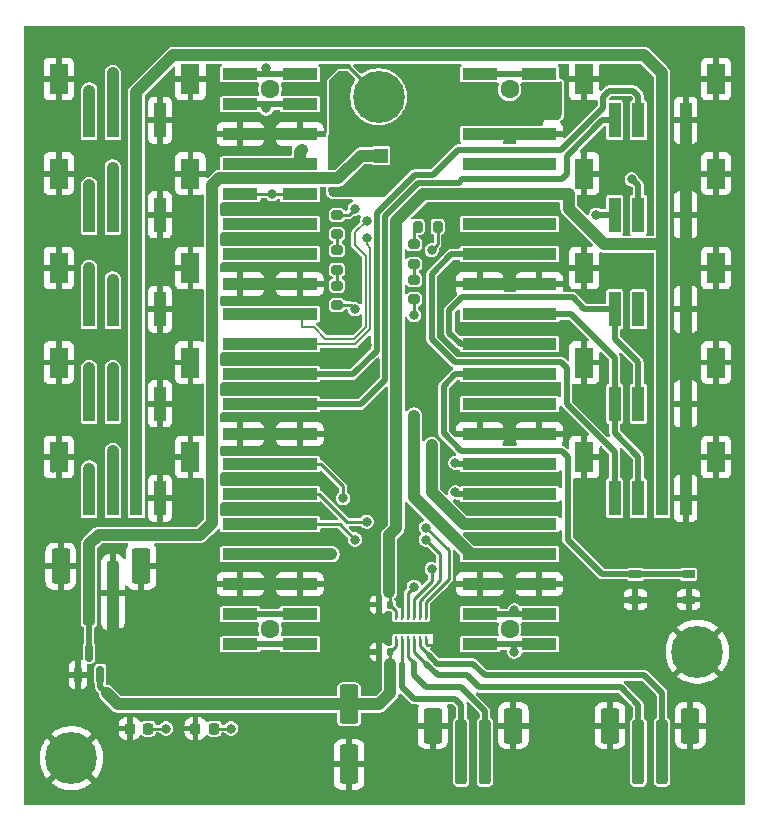
<source format=gtl>
%TF.GenerationSoftware,KiCad,Pcbnew,9.0.3*%
%TF.CreationDate,2025-07-11T07:37:11+02:00*%
%TF.ProjectId,fredo,66726564-6f2e-46b6-9963-61645f706362,rev?*%
%TF.SameCoordinates,Original*%
%TF.FileFunction,Copper,L1,Top*%
%TF.FilePolarity,Positive*%
%FSLAX46Y46*%
G04 Gerber Fmt 4.6, Leading zero omitted, Abs format (unit mm)*
G04 Created by KiCad (PCBNEW 9.0.3) date 2025-07-11 07:37:11*
%MOMM*%
%LPD*%
G01*
G04 APERTURE LIST*
G04 Aperture macros list*
%AMRoundRect*
0 Rectangle with rounded corners*
0 $1 Rounding radius*
0 $2 $3 $4 $5 $6 $7 $8 $9 X,Y pos of 4 corners*
0 Add a 4 corners polygon primitive as box body*
4,1,4,$2,$3,$4,$5,$6,$7,$8,$9,$2,$3,0*
0 Add four circle primitives for the rounded corners*
1,1,$1+$1,$2,$3*
1,1,$1+$1,$4,$5*
1,1,$1+$1,$6,$7*
1,1,$1+$1,$8,$9*
0 Add four rect primitives between the rounded corners*
20,1,$1+$1,$2,$3,$4,$5,0*
20,1,$1+$1,$4,$5,$6,$7,0*
20,1,$1+$1,$6,$7,$8,$9,0*
20,1,$1+$1,$8,$9,$2,$3,0*%
G04 Aperture macros list end*
%TA.AperFunction,ComponentPad*%
%ADD10C,1.600000*%
%TD*%
%TA.AperFunction,SMDPad,CuDef*%
%ADD11R,3.000000X1.000000*%
%TD*%
%TA.AperFunction,SMDPad,CuDef*%
%ADD12RoundRect,0.150000X0.150000X-0.587500X0.150000X0.587500X-0.150000X0.587500X-0.150000X-0.587500X0*%
%TD*%
%TA.AperFunction,SMDPad,CuDef*%
%ADD13RoundRect,0.200000X-0.275000X0.200000X-0.275000X-0.200000X0.275000X-0.200000X0.275000X0.200000X0*%
%TD*%
%TA.AperFunction,SMDPad,CuDef*%
%ADD14RoundRect,0.218750X-0.218750X-0.256250X0.218750X-0.256250X0.218750X0.256250X-0.218750X0.256250X0*%
%TD*%
%TA.AperFunction,SMDPad,CuDef*%
%ADD15RoundRect,0.200000X0.200000X0.275000X-0.200000X0.275000X-0.200000X-0.275000X0.200000X-0.275000X0*%
%TD*%
%TA.AperFunction,SMDPad,CuDef*%
%ADD16R,1.200000X1.200000*%
%TD*%
%TA.AperFunction,SMDPad,CuDef*%
%ADD17R,1.000000X3.000000*%
%TD*%
%TA.AperFunction,SMDPad,CuDef*%
%ADD18R,1.550000X2.600000*%
%TD*%
%TA.AperFunction,SMDPad,CuDef*%
%ADD19R,0.990600X0.711200*%
%TD*%
%TA.AperFunction,SMDPad,CuDef*%
%ADD20R,0.249999X0.499999*%
%TD*%
%TA.AperFunction,SMDPad,CuDef*%
%ADD21R,2.000001X0.900001*%
%TD*%
%TA.AperFunction,SMDPad,CuDef*%
%ADD22RoundRect,0.250000X-0.250000X-2.500000X0.250000X-2.500000X0.250000X2.500000X-0.250000X2.500000X0*%
%TD*%
%TA.AperFunction,SMDPad,CuDef*%
%ADD23RoundRect,0.250000X-0.550000X-1.250000X0.550000X-1.250000X0.550000X1.250000X-0.550000X1.250000X0*%
%TD*%
%TA.AperFunction,ComponentPad*%
%ADD24C,4.400000*%
%TD*%
%TA.AperFunction,SMDPad,CuDef*%
%ADD25RoundRect,0.140000X-0.140000X-0.170000X0.140000X-0.170000X0.140000X0.170000X-0.140000X0.170000X0*%
%TD*%
%TA.AperFunction,SMDPad,CuDef*%
%ADD26RoundRect,0.250000X-0.550000X1.412500X-0.550000X-1.412500X0.550000X-1.412500X0.550000X1.412500X0*%
%TD*%
%TA.AperFunction,ViaPad*%
%ADD27C,0.800000*%
%TD*%
%TA.AperFunction,Conductor*%
%ADD28C,1.000000*%
%TD*%
%TA.AperFunction,Conductor*%
%ADD29C,0.250000*%
%TD*%
%TA.AperFunction,Conductor*%
%ADD30C,0.200000*%
%TD*%
%TA.AperFunction,Conductor*%
%ADD31C,0.500000*%
%TD*%
G04 APERTURE END LIST*
D10*
%TO.P,J1,*%
%TO.N,*%
X20820000Y-5370000D03*
X20820000Y-51090000D03*
D11*
%TO.P,J1,1,Pin_1*%
%TO.N,UART0_TX{slash}GP0*%
X23340000Y-4100000D03*
%TO.P,J1,2,Pin_2*%
X18300000Y-4100000D03*
%TO.P,J1,3,Pin_3*%
%TO.N,UART0_RX{slash}GP1*%
X23340000Y-6640000D03*
%TO.P,J1,4,Pin_4*%
X18300000Y-6640000D03*
%TO.P,J1,5,Pin_5*%
%TO.N,GND*%
X23340000Y-9180000D03*
%TO.P,J1,6,Pin_6*%
X18300000Y-9180000D03*
%TO.P,J1,7,Pin_7*%
%TO.N,SPI0_SCK{slash}GP2*%
X23340000Y-11720000D03*
%TO.P,J1,8,Pin_8*%
X18300000Y-11720000D03*
%TO.P,J1,9,Pin_9*%
%TO.N,SPI0_TX{slash}GP3*%
X23340000Y-14260000D03*
%TO.P,J1,10,Pin_10*%
X18300000Y-14260000D03*
%TO.P,J1,11,Pin_11*%
%TO.N,UART1_TX{slash}SPI0_RX{slash}GP4*%
X23340000Y-16800000D03*
%TO.P,J1,12,Pin_12*%
X18300000Y-16800000D03*
%TO.P,J1,13,Pin_13*%
%TO.N,UART1_RX{slash}SPI0_CS{slash}GP5*%
X23340000Y-19340000D03*
%TO.P,J1,14,Pin_14*%
X18300000Y-19340000D03*
%TO.P,J1,15,Pin_15*%
%TO.N,GND*%
X23340000Y-21880000D03*
%TO.P,J1,16,Pin_16*%
X18300000Y-21880000D03*
%TO.P,J1,17,Pin_17*%
%TO.N,I2C1_SDA{slash}GP6*%
X23340000Y-24420000D03*
%TO.P,J1,18,Pin_18*%
X18300000Y-24420000D03*
%TO.P,J1,19,Pin_19*%
%TO.N,I2C1_SCL{slash}GP7*%
X23340000Y-26960000D03*
%TO.P,J1,20,Pin_20*%
X18300000Y-26960000D03*
%TO.P,J1,21,Pin_21*%
%TO.N,I2C0_SDA{slash}GP8*%
X23340000Y-29500000D03*
%TO.P,J1,22,Pin_22*%
X18300000Y-29500000D03*
%TO.P,J1,23,Pin_23*%
%TO.N,I2C0_SCL{slash}GP9*%
X23340000Y-32040000D03*
%TO.P,J1,24,Pin_24*%
X18300000Y-32040000D03*
%TO.P,J1,25,Pin_25*%
%TO.N,GND*%
X23340000Y-34580000D03*
%TO.P,J1,26,Pin_26*%
X18300000Y-34580000D03*
%TO.P,J1,27,Pin_27*%
%TO.N,GP10*%
X23340000Y-37120000D03*
%TO.P,J1,28,Pin_28*%
X18300000Y-37120000D03*
%TO.P,J1,29,Pin_29*%
%TO.N,GP11*%
X23340000Y-39660000D03*
%TO.P,J1,30,Pin_30*%
X18300000Y-39660000D03*
%TO.P,J1,31,Pin_31*%
%TO.N,GP12*%
X23340000Y-42200000D03*
%TO.P,J1,32,Pin_32*%
X18300000Y-42200000D03*
%TO.P,J1,33,Pin_33*%
%TO.N,GP13*%
X23340000Y-44740000D03*
%TO.P,J1,34,Pin_34*%
X18300000Y-44740000D03*
%TO.P,J1,35,Pin_35*%
%TO.N,GND*%
X23340000Y-47280000D03*
%TO.P,J1,36,Pin_36*%
X18300000Y-47280000D03*
%TO.P,J1,37,Pin_37*%
%TO.N,GP14*%
X23340000Y-49820000D03*
%TO.P,J1,38,Pin_38*%
X18300000Y-49820000D03*
%TO.P,J1,39,Pin_39*%
%TO.N,GP15*%
X23340000Y-52360000D03*
%TO.P,J1,40,Pin_40*%
X18300000Y-52360000D03*
%TD*%
D10*
%TO.P,J2,*%
%TO.N,*%
X41100000Y-5370000D03*
X41100000Y-51090000D03*
D11*
%TO.P,J2,1,Pin_1*%
%TO.N,VBUS*%
X43620000Y-4100000D03*
%TO.P,J2,2,Pin_2*%
X38580000Y-4100000D03*
%TO.P,J2,3,Pin_3*%
%TO.N,VSYS*%
X43620000Y-6640000D03*
%TO.P,J2,4,Pin_4*%
X38580000Y-6640000D03*
%TO.P,J2,5,Pin_5*%
%TO.N,GND*%
X43620000Y-9180000D03*
%TO.P,J2,6,Pin_6*%
X38580000Y-9180000D03*
%TO.P,J2,7,Pin_7*%
%TO.N,3V3_EN*%
X43620000Y-11720000D03*
%TO.P,J2,8,Pin_8*%
X38580000Y-11720000D03*
%TO.P,J2,9,Pin_9*%
%TO.N,3V3*%
X43620000Y-14260000D03*
%TO.P,J2,10,Pin_10*%
X38580000Y-14260000D03*
%TO.P,J2,11,Pin_11*%
%TO.N,ADC_VREF*%
X43620000Y-16800000D03*
%TO.P,J2,12,Pin_12*%
X38580000Y-16800000D03*
%TO.P,J2,13,Pin_13*%
%TO.N,ADC2{slash}GP28*%
X43620000Y-19340000D03*
%TO.P,J2,14,Pin_14*%
X38580000Y-19340000D03*
%TO.P,J2,15,Pin_15*%
%TO.N,GND*%
X43620000Y-21880000D03*
%TO.P,J2,16,Pin_16*%
X38580000Y-21880000D03*
%TO.P,J2,17,Pin_17*%
%TO.N,ADC1{slash}GP27*%
X43620000Y-24420000D03*
%TO.P,J2,18,Pin_18*%
X38580000Y-24420000D03*
%TO.P,J2,19,Pin_19*%
%TO.N,ADC0{slash}GP26*%
X43620000Y-26960000D03*
%TO.P,J2,20,Pin_20*%
X38580000Y-26960000D03*
%TO.P,J2,21,Pin_21*%
%TO.N,RUN*%
X43620000Y-29500000D03*
%TO.P,J2,22,Pin_22*%
X38580000Y-29500000D03*
%TO.P,J2,23,Pin_23*%
%TO.N,GP22*%
X43620000Y-32040000D03*
%TO.P,J2,24,Pin_24*%
X38580000Y-32040000D03*
%TO.P,J2,25,Pin_25*%
%TO.N,GND*%
X43620000Y-34580000D03*
%TO.P,J2,26,Pin_26*%
X38580000Y-34580000D03*
%TO.P,J2,27,Pin_27*%
%TO.N,GP21*%
X43620000Y-37120000D03*
%TO.P,J2,28,Pin_28*%
X38580000Y-37120000D03*
%TO.P,J2,29,Pin_29*%
%TO.N,GP20*%
X43620000Y-39660000D03*
%TO.P,J2,30,Pin_30*%
X38580000Y-39660000D03*
%TO.P,J2,31,Pin_31*%
%TO.N,GP19*%
X43620000Y-42200000D03*
%TO.P,J2,32,Pin_32*%
X38580000Y-42200000D03*
%TO.P,J2,33,Pin_33*%
%TO.N,GP18*%
X43620000Y-44740000D03*
%TO.P,J2,34,Pin_34*%
X38580000Y-44740000D03*
%TO.P,J2,35,Pin_35*%
%TO.N,GND*%
X43620000Y-47280000D03*
%TO.P,J2,36,Pin_36*%
X38580000Y-47280000D03*
%TO.P,J2,37,Pin_37*%
%TO.N,GP17*%
X43620000Y-49820000D03*
%TO.P,J2,38,Pin_38*%
X38580000Y-49820000D03*
%TO.P,J2,39,Pin_39*%
%TO.N,GP16*%
X43620000Y-52360000D03*
%TO.P,J2,40,Pin_40*%
X38580000Y-52360000D03*
%TD*%
D12*
%TO.P,Q1,1,G*%
%TO.N,GND*%
X4550000Y-54937500D03*
%TO.P,Q1,2,S*%
%TO.N,VBATP*%
X6450000Y-54937500D03*
%TO.P,Q1,3,D*%
%TO.N,VBAT*%
X5500000Y-53062500D03*
%TD*%
D13*
%TO.P,R5,2*%
%TO.N,Net-(R5-Pad2)*%
X33000000Y-20150000D03*
%TO.P,R5,1*%
%TO.N,Net-(R4-Pad2)*%
X33000000Y-18500000D03*
%TD*%
D14*
%TO.P,D2,2,A*%
%TO.N,Net-(D2-A)*%
X10500000Y-59500000D03*
%TO.P,D2,1,K*%
%TO.N,GND*%
X8925000Y-59500000D03*
%TD*%
D13*
%TO.P,R1,2*%
%TO.N,Net-(R1-Pad2)*%
X26500000Y-17650000D03*
%TO.P,R1,1*%
%TO.N,SPI0_SCK{slash}GP2*%
X26500000Y-16000000D03*
%TD*%
%TO.P,R2,2*%
%TO.N,Net-(R2-Pad2)*%
X26500000Y-20650000D03*
%TO.P,R2,1*%
%TO.N,Net-(R1-Pad2)*%
X26500000Y-19000000D03*
%TD*%
D15*
%TO.P,R4,2*%
%TO.N,Net-(R4-Pad2)*%
X33350000Y-17000000D03*
%TO.P,R4,1*%
%TO.N,SPI0_TX{slash}GP3*%
X35000000Y-17000000D03*
%TD*%
D13*
%TO.P,R3,2*%
%TO.N,Net-(D2-A)*%
X26500000Y-23650000D03*
%TO.P,R3,1*%
%TO.N,Net-(R2-Pad2)*%
X26500000Y-22000000D03*
%TD*%
D14*
%TO.P,D3,2,A*%
%TO.N,Net-(D3-A)*%
X16075000Y-59500000D03*
%TO.P,D3,1,K*%
%TO.N,GND*%
X14500000Y-59500000D03*
%TD*%
D13*
%TO.P,R6,2*%
%TO.N,Net-(D3-A)*%
X33000000Y-23150000D03*
%TO.P,R6,1*%
%TO.N,Net-(R5-Pad2)*%
X33000000Y-21500000D03*
%TD*%
D16*
%TO.P,D1,1,K*%
%TO.N,VSYS*%
X33000000Y-11000000D03*
%TO.P,D1,2,A*%
%TO.N,VBAT*%
X30200000Y-11000000D03*
%TD*%
D17*
%TO.P,A1,1,1*%
%TO.N,ADC1{slash}GP27*%
X50000000Y-32000000D03*
%TO.P,A1,2,2*%
%TO.N,ADC0{slash}GP26*%
X52000000Y-32000000D03*
%TO.P,A1,3,3*%
%TO.N,3V3*%
X54000000Y-32000000D03*
%TO.P,A1,4,4*%
%TO.N,GND*%
X56000000Y-32000000D03*
D18*
%TO.P,A1,5,SS1*%
X47425000Y-28510840D03*
%TO.P,A1,6,SS2*%
X58575000Y-28510840D03*
%TD*%
D19*
%TO.P,SW1,1,1*%
%TO.N,RUN*%
X51749999Y-46425001D03*
%TO.P,SW1,2,2*%
X56250001Y-46425001D03*
%TO.P,SW1,3,3*%
%TO.N,GND*%
X51749999Y-48574999D03*
%TO.P,SW1,4,4*%
X56250001Y-48574999D03*
%TD*%
D20*
%TO.P,U1,1,VM*%
%TO.N,VBATP*%
X31500000Y-51950001D03*
%TO.P,U1,2,AOUT1*%
%TO.N,Net-(MotL1-Pin_1)*%
X32000002Y-51950001D03*
%TO.P,U1,3,AOUT2*%
%TO.N,Net-(MotL1-Pin_2)*%
X32500000Y-51950001D03*
%TO.P,U1,4,BOUT1*%
%TO.N,Net-(MotR1-Pin_1)*%
X33000000Y-51950001D03*
%TO.P,U1,5,BOUT2*%
%TO.N,Net-(MotR1-Pin_2)*%
X33500001Y-51950001D03*
%TO.P,U1,6,GND*%
%TO.N,GND*%
X34000000Y-51950001D03*
%TO.P,U1,7,BIN2_BENBL*%
%TO.N,GP10*%
X34000000Y-50050002D03*
%TO.P,U1,8,BIN1_BPHASE*%
%TO.N,GP11*%
X33500001Y-50050002D03*
%TO.P,U1,9,AIN2_AENBL*%
%TO.N,GP12*%
X33000000Y-50050002D03*
%TO.P,U1,10,AIN1_APHASE*%
%TO.N,GP13*%
X32500000Y-50050002D03*
%TO.P,U1,11,MODE*%
%TO.N,GND*%
X32000002Y-50050002D03*
%TO.P,U1,12,VCC*%
%TO.N,3V3*%
X31500000Y-50050002D03*
D21*
%TO.P,U1,13,GND*%
%TO.N,GND*%
X32750000Y-51000000D03*
%TD*%
D22*
%TO.P,MotL1,1,Pin_1*%
%TO.N,Net-(MotL1-Pin_1)*%
X37000000Y-61500000D03*
%TO.P,MotL1,2,Pin_2*%
%TO.N,Net-(MotL1-Pin_2)*%
X39000000Y-61500000D03*
D23*
%TO.P,MotL1,MP,MountPin*%
%TO.N,GND*%
X34600000Y-59250000D03*
X41400000Y-59250000D03*
%TD*%
D24*
%TO.P,H3,1,1*%
%TO.N,GND*%
X57000000Y-53000000D03*
%TD*%
D17*
%TO.P,D20,1,1*%
%TO.N,GP20*%
X5500000Y-40000000D03*
%TO.P,D20,2,2*%
%TO.N,GP21*%
X7500000Y-40000000D03*
%TO.P,D20,3,3*%
%TO.N,3V3*%
X9500000Y-40000000D03*
%TO.P,D20,4,4*%
%TO.N,GND*%
X11500000Y-40000000D03*
D18*
%TO.P,D20,5,SS1*%
X2925000Y-36510840D03*
%TO.P,D20,6,SS2*%
X14075000Y-36510840D03*
%TD*%
D17*
%TO.P,I2C1,1,1*%
%TO.N,I2C1_SCL{slash}GP7*%
X50000000Y-16000000D03*
%TO.P,I2C1,2,2*%
%TO.N,I2C1_SDA{slash}GP6*%
X52000000Y-16000000D03*
%TO.P,I2C1,3,3*%
%TO.N,3V3*%
X54000000Y-16000000D03*
%TO.P,I2C1,4,4*%
%TO.N,GND*%
X56000000Y-16000000D03*
D18*
%TO.P,I2C1,5,SS1*%
X47425000Y-12510840D03*
%TO.P,I2C1,6,SS2*%
X58575000Y-12510840D03*
%TD*%
D17*
%TO.P,A2,1,1*%
%TO.N,ADC2{slash}GP28*%
X50000000Y-40000000D03*
%TO.P,A2,2,2*%
%TO.N,ADC1{slash}GP27*%
X52000000Y-40000000D03*
%TO.P,A2,3,3*%
%TO.N,3V3*%
X54000000Y-40000000D03*
%TO.P,A2,4,4*%
%TO.N,GND*%
X56000000Y-40000000D03*
D18*
%TO.P,A2,5,SS1*%
X47425000Y-36510840D03*
%TO.P,A2,6,SS2*%
X58575000Y-36510840D03*
%TD*%
D24*
%TO.P,H2,1,1*%
%TO.N,GND*%
X4000000Y-62000000D03*
%TD*%
D22*
%TO.P,BAT0,1,Pin_1*%
%TO.N,VBAT*%
X5500000Y-48000000D03*
%TO.P,BAT0,2,Pin_2*%
%TO.N,GND*%
X7500000Y-48000000D03*
D23*
%TO.P,BAT0,MP,MountPin*%
X3100000Y-45750000D03*
X9900000Y-45750000D03*
%TD*%
D17*
%TO.P,UART1,1,1*%
%TO.N,UART1_RX{slash}SPI0_CS{slash}GP5*%
X5500000Y-16000000D03*
%TO.P,UART1,2,2*%
%TO.N,UART1_TX{slash}SPI0_RX{slash}GP4*%
X7500000Y-16000000D03*
%TO.P,UART1,3,3*%
%TO.N,3V3*%
X9500000Y-16000000D03*
%TO.P,UART1,4,4*%
%TO.N,GND*%
X11500000Y-16000000D03*
D18*
%TO.P,UART1,5,SS1*%
X2925000Y-12510840D03*
%TO.P,UART1,6,SS2*%
X14075000Y-12510840D03*
%TD*%
D17*
%TO.P,I2C0,1,1*%
%TO.N,I2C0_SCL{slash}GP9*%
X50000000Y-8000000D03*
%TO.P,I2C0,2,2*%
%TO.N,I2C0_SDA{slash}GP8*%
X52000000Y-8000000D03*
%TO.P,I2C0,3,3*%
%TO.N,3V3*%
X54000000Y-8000000D03*
%TO.P,I2C0,4,4*%
%TO.N,GND*%
X56000000Y-8000000D03*
D18*
%TO.P,I2C0,5,SS1*%
X47425000Y-4510840D03*
%TO.P,I2C0,6,SS2*%
X58575000Y-4510840D03*
%TD*%
D22*
%TO.P,MotR1,1,Pin_1*%
%TO.N,Net-(MotR1-Pin_1)*%
X52000000Y-61500000D03*
%TO.P,MotR1,2,Pin_2*%
%TO.N,Net-(MotR1-Pin_2)*%
X54000000Y-61500000D03*
D23*
%TO.P,MotR1,MP,MountPin*%
%TO.N,GND*%
X49600000Y-59250000D03*
X56400000Y-59250000D03*
%TD*%
D25*
%TO.P,C2,1,1*%
%TO.N,GND*%
X30020000Y-49000000D03*
%TO.P,C2,2,2*%
%TO.N,3V3*%
X30980000Y-49000000D03*
%TD*%
D17*
%TO.P,A0,1,1*%
%TO.N,ADC0{slash}GP26*%
X50000000Y-24000000D03*
%TO.P,A0,2,2*%
%TO.N,unconnected-(A0-Pad2)*%
X52000000Y-24000000D03*
%TO.P,A0,3,3*%
%TO.N,3V3*%
X54000000Y-24000000D03*
%TO.P,A0,4,4*%
%TO.N,GND*%
X56000000Y-24000000D03*
D18*
%TO.P,A0,5,SS1*%
X47425000Y-20510840D03*
%TO.P,A0,6,SS2*%
X58575000Y-20510840D03*
%TD*%
D17*
%TO.P,D18,1,1*%
%TO.N,GP18*%
X5500000Y-32000000D03*
%TO.P,D18,2,2*%
%TO.N,GP19*%
X7500000Y-32000000D03*
%TO.P,D18,3,3*%
%TO.N,3V3*%
X9500000Y-32000000D03*
%TO.P,D18,4,4*%
%TO.N,GND*%
X11500000Y-32000000D03*
D18*
%TO.P,D18,5,SS1*%
X2925000Y-28510840D03*
%TO.P,D18,6,SS2*%
X14075000Y-28510840D03*
%TD*%
D26*
%TO.P,C3,1*%
%TO.N,VBATP*%
X27500000Y-57462500D03*
%TO.P,C3,2*%
%TO.N,GND*%
X27500000Y-62537500D03*
%TD*%
D17*
%TO.P,UART0,1,1*%
%TO.N,UART0_RX{slash}GP1*%
X5500000Y-8000000D03*
%TO.P,UART0,2,2*%
%TO.N,UART0_TX{slash}GP0*%
X7500000Y-8000000D03*
%TO.P,UART0,3,3*%
%TO.N,3V3*%
X9500000Y-8000000D03*
%TO.P,UART0,4,4*%
%TO.N,GND*%
X11500000Y-8000000D03*
D18*
%TO.P,UART0,5,SS1*%
X2925000Y-4510840D03*
%TO.P,UART0,6,SS2*%
X14075000Y-4510840D03*
%TD*%
D24*
%TO.P,H1,1,1*%
%TO.N,GND*%
X30000000Y-6000000D03*
%TD*%
D25*
%TO.P,C1,1,1*%
%TO.N,GND*%
X30020000Y-53000000D03*
%TO.P,C1,2,2*%
%TO.N,VBATP*%
X30980000Y-53000000D03*
%TD*%
D17*
%TO.P,D16,1,1*%
%TO.N,GP16*%
X5500000Y-24000000D03*
%TO.P,D16,2,2*%
%TO.N,GP17*%
X7500000Y-24000000D03*
%TO.P,D16,3,3*%
%TO.N,3V3*%
X9500000Y-24000000D03*
%TO.P,D16,4,4*%
%TO.N,GND*%
X11500000Y-24000000D03*
D18*
%TO.P,D16,5,SS1*%
X2925000Y-20510840D03*
%TO.P,D16,6,SS2*%
X14075000Y-20510840D03*
%TD*%
D27*
%TO.N,GND*%
X54500000Y-43500000D03*
X52000000Y-43500000D03*
X49500000Y-43500000D03*
X44000000Y-60500000D03*
X46500000Y-60500000D03*
X46500000Y-58000000D03*
X44000000Y-58000000D03*
X23000000Y-15500000D03*
X23000000Y-18000000D03*
X21500000Y-21880000D03*
X20000000Y-21880000D03*
X28000000Y-21500000D03*
X28000000Y-20000000D03*
X10500000Y-54500000D03*
X10500000Y-53000000D03*
X12500000Y-54500000D03*
X12500000Y-53000000D03*
X12500000Y-51500000D03*
X12500000Y-50000000D03*
X12500000Y-48500000D03*
X12500000Y-47000000D03*
X12500000Y-45500000D03*
X34500000Y-33500000D03*
X34500000Y-29500000D03*
X33000000Y-28000000D03*
X29000000Y-27000000D03*
%TO.N,Net-(D3-A)*%
X17500000Y-59500000D03*
%TO.N,Net-(D2-A)*%
X12000000Y-59500000D03*
%TO.N,Net-(D3-A)*%
X33000000Y-24500000D03*
%TO.N,SPI0_TX{slash}GP3*%
X34500000Y-19000000D03*
X21000000Y-14260000D03*
%TO.N,Net-(D2-A)*%
X28000000Y-24000000D03*
%TO.N,SPI0_SCK{slash}GP2*%
X23500000Y-10500000D03*
X28000000Y-15500000D03*
%TO.N,I2C1_SCL{slash}GP7*%
X48425000Y-16000000D03*
X29000000Y-18000000D03*
%TO.N,I2C1_SDA{slash}GP6*%
X51425000Y-13000000D03*
X29000000Y-16500000D03*
%TO.N,UART1_TX{slash}SPI0_RX{slash}GP4*%
X7500000Y-12000000D03*
X21000000Y-16800000D03*
%TO.N,GP13*%
X33000000Y-47500000D03*
X26000000Y-44740000D03*
%TO.N,GND*%
X13500000Y-9000000D03*
X49500000Y-51500000D03*
X23000000Y-60500000D03*
X28500000Y-54500000D03*
X21000000Y-55000000D03*
X32000000Y-46500000D03*
X3500000Y-39000000D03*
X35500000Y-52000000D03*
X50000000Y-4000000D03*
X46000000Y-26000000D03*
X26500000Y-49500000D03*
X56000000Y-20500000D03*
X23500000Y-55000000D03*
X32000000Y-59500000D03*
X3500000Y-23000000D03*
X32000000Y-62500000D03*
X51000000Y-51500000D03*
X9000000Y-51000000D03*
X3500000Y-15000000D03*
X39500000Y-41000000D03*
X51000000Y-53000000D03*
X23000000Y-59000000D03*
X18000000Y-55000000D03*
X56000000Y-12500000D03*
X29500000Y-29500000D03*
X50925000Y-29000000D03*
X52500000Y-51500000D03*
X4500000Y-56500000D03*
X30000000Y-50000000D03*
X35500000Y-51000000D03*
X35500000Y-49000000D03*
X28500000Y-51000000D03*
X26500000Y-54500000D03*
X13500000Y-25000000D03*
X3000000Y-53500000D03*
X21000000Y-60500000D03*
X35500000Y-53000000D03*
X28500000Y-48000000D03*
X3000000Y-52300000D03*
X20500000Y-38500000D03*
X32000000Y-64000000D03*
X10500000Y-51000000D03*
X3000000Y-55000000D03*
X28500000Y-49500000D03*
X35500000Y-50000000D03*
X26500000Y-46500000D03*
X10500000Y-49500000D03*
X56000000Y-28500000D03*
X30000000Y-51500000D03*
X56000000Y-4500000D03*
X3000000Y-56500000D03*
X20500000Y-41000000D03*
X3500000Y-31000000D03*
X28500000Y-46500000D03*
X39500000Y-38500000D03*
X21000000Y-62000000D03*
X23000000Y-62000000D03*
X56000000Y-36500000D03*
X23000000Y-63500000D03*
X28500000Y-52500000D03*
X50500000Y-21000000D03*
X26500000Y-48000000D03*
X51500000Y-11000000D03*
X3500000Y-7000000D03*
X13500000Y-39000000D03*
X32000000Y-61000000D03*
X26500000Y-51000000D03*
X26500000Y-52500000D03*
X28500000Y-30500000D03*
%TO.N,UART1_RX{slash}SPI0_CS{slash}GP5*%
X5500000Y-13500000D03*
X21000000Y-19340000D03*
%TO.N,UART0_RX{slash}GP1*%
X5500000Y-5500000D03*
X20500000Y-7000000D03*
%TO.N,GP11*%
X29000000Y-42000000D03*
X34000000Y-43500000D03*
%TO.N,GP12*%
X34500000Y-46000000D03*
X28000000Y-43500000D03*
%TO.N,UART0_TX{slash}GP0*%
X20478149Y-3600000D03*
X7500000Y-4000000D03*
%TO.N,GP10*%
X27000000Y-40000000D03*
X34012653Y-42487347D03*
%TO.N,VSYS*%
X35000000Y-10500000D03*
X30500000Y-9000000D03*
X29000000Y-9000000D03*
X32000000Y-9000000D03*
X33500000Y-9000000D03*
X29500000Y-13000000D03*
X27500000Y-9000000D03*
X35000000Y-6000000D03*
X35000000Y-9000000D03*
X31000000Y-13000000D03*
X35000000Y-7500000D03*
X35000000Y-4500000D03*
%TO.N,GP16*%
X5500000Y-20500000D03*
X41500000Y-53000000D03*
%TO.N,GP17*%
X7500000Y-21500000D03*
X41500000Y-49500000D03*
%TO.N,GP18*%
X5500000Y-29000000D03*
X33000000Y-33000000D03*
%TO.N,GP19*%
X34500000Y-35500000D03*
X7500000Y-29000000D03*
%TO.N,GP20*%
X5500000Y-37500000D03*
X36500000Y-39500000D03*
%TO.N,GP21*%
X7500000Y-36000000D03*
X36500000Y-37000000D03*
%TD*%
D28*
%TO.N,GND*%
X21500000Y-21880000D02*
X23340000Y-21880000D01*
X20000000Y-21880000D02*
X21500000Y-21880000D01*
D29*
%TO.N,Net-(R4-Pad2)*%
X33000000Y-18500000D02*
X33000000Y-17350000D01*
X33000000Y-17350000D02*
X33350000Y-17000000D01*
%TO.N,Net-(D3-A)*%
X16075000Y-59500000D02*
X17500000Y-59500000D01*
%TO.N,Net-(D2-A)*%
X10500000Y-59500000D02*
X12000000Y-59500000D01*
%TO.N,Net-(D3-A)*%
X33000000Y-23150000D02*
X33000000Y-24500000D01*
%TO.N,Net-(R5-Pad2)*%
X33000000Y-20150000D02*
X33000000Y-21500000D01*
%TO.N,SPI0_TX{slash}GP3*%
X34500000Y-19000000D02*
X35000000Y-18500000D01*
X35000000Y-18500000D02*
X35000000Y-17000000D01*
X21000000Y-14260000D02*
X23340000Y-14260000D01*
X18300000Y-14260000D02*
X21000000Y-14260000D01*
D30*
%TO.N,I2C1_SCL{slash}GP7*%
X29299000Y-18799000D02*
X29299000Y-25701000D01*
X29000000Y-18000000D02*
X29000000Y-18500000D01*
X29299000Y-25701000D02*
X28040000Y-26960000D01*
X29000000Y-18500000D02*
X29299000Y-18799000D01*
X28040000Y-26960000D02*
X23340000Y-26960000D01*
D29*
%TO.N,Net-(R2-Pad2)*%
X26500000Y-20650000D02*
X26500000Y-22000000D01*
%TO.N,Net-(R1-Pad2)*%
X26500000Y-17650000D02*
X26500000Y-19000000D01*
%TO.N,Net-(D2-A)*%
X27650000Y-23650000D02*
X28000000Y-24000000D01*
X26500000Y-23650000D02*
X27650000Y-23650000D01*
D30*
%TO.N,I2C1_SDA{slash}GP6*%
X29000000Y-16500000D02*
X28000000Y-17500000D01*
X28000000Y-17500000D02*
X28000000Y-18602000D01*
X27932900Y-26500000D02*
X25500000Y-26500000D01*
X23500000Y-24580000D02*
X23340000Y-24420000D01*
X28000000Y-18602000D02*
X28898000Y-19500000D01*
X28898000Y-19500000D02*
X28898000Y-25534900D01*
X28898000Y-25534900D02*
X27932900Y-26500000D01*
X23500000Y-25500000D02*
X23500000Y-24580000D01*
X25500000Y-26500000D02*
X24500000Y-25500000D01*
X24500000Y-25500000D02*
X23500000Y-25500000D01*
D28*
%TO.N,SPI0_SCK{slash}GP2*%
X23340000Y-10660000D02*
X23500000Y-10500000D01*
X23340000Y-11720000D02*
X23340000Y-10660000D01*
D29*
X28000000Y-15500000D02*
X27500000Y-16000000D01*
X27500000Y-16000000D02*
X26500000Y-16000000D01*
D31*
%TO.N,I2C1_SCL{slash}GP7*%
X48425000Y-16000000D02*
X50000000Y-16000000D01*
D28*
X18300000Y-26960000D02*
X23340000Y-26960000D01*
D31*
X49989160Y-16000000D02*
X50000000Y-15989160D01*
X48435840Y-15989160D02*
X48425000Y-16000000D01*
%TO.N,I2C1_SDA{slash}GP6*%
X51500000Y-13000000D02*
X52000000Y-13500000D01*
X51425000Y-13000000D02*
X51500000Y-13000000D01*
D28*
X23340000Y-24420000D02*
X18300000Y-24420000D01*
D31*
X52000000Y-13500000D02*
X52000000Y-16000000D01*
D28*
%TO.N,UART1_TX{slash}SPI0_RX{slash}GP4*%
X7500000Y-16500000D02*
X7500000Y-12000000D01*
X18300000Y-16800000D02*
X21000000Y-16800000D01*
X21000000Y-16800000D02*
X23340000Y-16800000D01*
%TO.N,GP13*%
X18300000Y-44740000D02*
X23340000Y-44740000D01*
X26000000Y-44740000D02*
X23340000Y-44740000D01*
D29*
X32500000Y-48000000D02*
X32500000Y-50050002D01*
X32500000Y-48000000D02*
X33000000Y-47500000D01*
D31*
%TO.N,GP15*%
X18300000Y-52360000D02*
X23340000Y-52360000D01*
D28*
%TO.N,GND*%
X32750000Y-51000000D02*
X34000000Y-51000000D01*
D29*
X25500000Y-9000000D02*
X25320000Y-9180000D01*
X32000000Y-46500000D02*
X32000000Y-47000000D01*
X30040000Y-49000000D02*
X29912503Y-49127497D01*
D28*
X56000000Y-8000000D02*
X56000000Y-36500000D01*
D29*
X32000000Y-48500000D02*
X32000000Y-46500000D01*
X32425000Y-51000000D02*
X32750000Y-51000000D01*
D31*
X4550000Y-54937500D02*
X4550000Y-56450000D01*
D28*
X18300000Y-21880000D02*
X20000000Y-21880000D01*
D29*
X32000002Y-48500002D02*
X32000000Y-48500000D01*
D28*
X20800000Y-9180000D02*
X23340000Y-9180000D01*
D29*
X34063173Y-52436827D02*
X34936827Y-52436827D01*
D28*
X7500000Y-48000000D02*
X7500000Y-51500000D01*
X32750000Y-51000000D02*
X30500000Y-51000000D01*
D31*
X4550000Y-56450000D02*
X4500000Y-56500000D01*
X46780000Y-47280000D02*
X43620000Y-47280000D01*
D29*
X32000002Y-50575002D02*
X32425000Y-51000000D01*
X34000000Y-51950001D02*
X34000000Y-52373654D01*
X30020000Y-53000000D02*
X29000000Y-53000000D01*
X29000000Y-53000000D02*
X28500000Y-52500000D01*
X32425000Y-50949998D02*
X32750000Y-50949998D01*
X30000000Y-6000000D02*
X27500000Y-3500000D01*
D28*
X30500000Y-51000000D02*
X30000000Y-51500000D01*
D29*
X27500000Y-3500000D02*
X26500000Y-3500000D01*
D28*
X43620000Y-9180000D02*
X38580000Y-9180000D01*
D31*
X48074999Y-48574999D02*
X51749999Y-48574999D01*
D29*
X34936827Y-52436827D02*
X35500000Y-53000000D01*
X34000000Y-52373654D02*
X34063173Y-52436827D01*
X25320000Y-9180000D02*
X23340000Y-9180000D01*
D28*
X34000000Y-51000000D02*
X35500000Y-51000000D01*
D29*
X32000002Y-48500002D02*
X32000002Y-50050002D01*
D28*
X43620000Y-21880000D02*
X38580000Y-21880000D01*
D31*
X51749999Y-48574999D02*
X56250001Y-48574999D01*
D28*
X7500000Y-51500000D02*
X8500000Y-51500000D01*
D29*
X25500000Y-4500000D02*
X25500000Y-9000000D01*
D31*
X46780000Y-47280000D02*
X48074999Y-48574999D01*
D28*
X43620000Y-34580000D02*
X38580000Y-34580000D01*
X18300000Y-34580000D02*
X23340000Y-34580000D01*
X18300000Y-9180000D02*
X20800000Y-9180000D01*
X8500000Y-51500000D02*
X9000000Y-51000000D01*
D29*
X29000000Y-49000000D02*
X28500000Y-49500000D01*
X26500000Y-3500000D02*
X25500000Y-4500000D01*
X30020000Y-49000000D02*
X29000000Y-49000000D01*
D28*
X43620000Y-47280000D02*
X39220000Y-47280000D01*
X56000000Y-36500000D02*
X56000000Y-40000000D01*
X18300000Y-47280000D02*
X23340000Y-47280000D01*
D31*
X2425000Y-37575000D02*
X3000000Y-37000000D01*
D28*
%TO.N,UART1_RX{slash}SPI0_CS{slash}GP5*%
X18300000Y-19340000D02*
X21000000Y-19340000D01*
X21000000Y-19340000D02*
X23340000Y-19340000D01*
X5500000Y-16500000D02*
X5500000Y-13500000D01*
%TO.N,UART0_RX{slash}GP1*%
X5500000Y-8000000D02*
X5500000Y-5500000D01*
D31*
X20500000Y-7000000D02*
X20500000Y-6640000D01*
X20500000Y-6640000D02*
X23340000Y-6640000D01*
X18300000Y-6640000D02*
X20500000Y-6640000D01*
D29*
%TO.N,GP11*%
X35225000Y-46936701D02*
X33500001Y-48661700D01*
X29000000Y-42000000D02*
X27340000Y-42000000D01*
X33500001Y-48661700D02*
X33500001Y-50050002D01*
X35225000Y-44725000D02*
X35225000Y-46936701D01*
X34000000Y-43500000D02*
X35225000Y-44725000D01*
D28*
X18300000Y-39660000D02*
X23340000Y-39660000D01*
D29*
X25000000Y-39660000D02*
X23340000Y-39660000D01*
X27340000Y-42000000D02*
X25000000Y-39660000D01*
D31*
%TO.N,GP14*%
X18300000Y-49820000D02*
X23340000Y-49820000D01*
%TO.N,I2C0_SCL{slash}GP9*%
X37099950Y-13000000D02*
X36789950Y-13310000D01*
X36789950Y-13310000D02*
X33346497Y-13310000D01*
X33346497Y-13310000D02*
X30550000Y-16106497D01*
X30550000Y-16106497D02*
X30550000Y-30000000D01*
X45925000Y-12575000D02*
X45500000Y-13000000D01*
X48914950Y-8000000D02*
X50000000Y-8000000D01*
X45925000Y-10989950D02*
X48914950Y-8000000D01*
D28*
X18300000Y-32040000D02*
X23340000Y-32040000D01*
D31*
X30550000Y-30000000D02*
X28510000Y-32040000D01*
X45925000Y-10989950D02*
X45925000Y-12575000D01*
X28510000Y-32040000D02*
X23340000Y-32040000D01*
X45500000Y-13000000D02*
X37099950Y-13000000D01*
D28*
%TO.N,SPI0_SCK{slash}GP2*%
X18300000Y-11720000D02*
X23340000Y-11720000D01*
D29*
%TO.N,GP12*%
X34500000Y-46000000D02*
X34500000Y-47025305D01*
X26700000Y-42200000D02*
X28000000Y-43500000D01*
X34500000Y-47025305D02*
X33012653Y-48512653D01*
X23340000Y-42200000D02*
X26700000Y-42200000D01*
X33012653Y-48512653D02*
X33000000Y-48525306D01*
D28*
X18300000Y-42200000D02*
X23340000Y-42200000D01*
D29*
X33000000Y-48525306D02*
X33000000Y-50050002D01*
X33012653Y-48512653D02*
X33000000Y-48525305D01*
D31*
%TO.N,I2C0_SDA{slash}GP8*%
X49000000Y-6925000D02*
X49000000Y-6000000D01*
X23340000Y-29500000D02*
X27850000Y-29500000D01*
X51567338Y-5500000D02*
X52000000Y-5932662D01*
X33056547Y-12610000D02*
X34590000Y-12610000D01*
X52000000Y-7989160D02*
X52000000Y-7089160D01*
D28*
X18300000Y-29500000D02*
X23340000Y-29500000D01*
D31*
X49000000Y-6000000D02*
X49500000Y-5500000D01*
X52000000Y-5932662D02*
X52000000Y-8000000D01*
X45425000Y-10500000D02*
X49000000Y-6925000D01*
X36700000Y-10500000D02*
X45425000Y-10500000D01*
X27850000Y-29500000D02*
X29850000Y-27500000D01*
X34590000Y-12610000D02*
X36700000Y-10500000D01*
X49500000Y-5500000D02*
X51567338Y-5500000D01*
X29850000Y-15816547D02*
X33056547Y-12610000D01*
X29850000Y-27500000D02*
X29850000Y-15816547D01*
D28*
%TO.N,UART0_TX{slash}GP0*%
X7500000Y-8000000D02*
X7500000Y-4000000D01*
D31*
X18300000Y-4100000D02*
X20500000Y-4100000D01*
X20500000Y-4100000D02*
X23340000Y-4100000D01*
X20478149Y-3600000D02*
X20478149Y-4078149D01*
X20478149Y-4078149D02*
X20500000Y-4100000D01*
D29*
%TO.N,GP10*%
X35950000Y-46848097D02*
X34000000Y-48798097D01*
X34000000Y-50050002D02*
X34000000Y-48798097D01*
D28*
X18300000Y-37120000D02*
X23340000Y-37120000D01*
D29*
X27000000Y-39000000D02*
X25120000Y-37120000D01*
X27000000Y-40000000D02*
X27000000Y-39000000D01*
X35950000Y-44424694D02*
X35950000Y-46848097D01*
X25120000Y-37120000D02*
X23340000Y-37120000D01*
X34012653Y-42487347D02*
X35950000Y-44424694D01*
D31*
%TO.N,VSYS*%
X43620000Y-6640000D02*
X38580000Y-6640000D01*
D28*
X38500000Y-6640000D02*
X38140000Y-6640000D01*
%TO.N,3V3*%
X31500000Y-42500000D02*
X31500000Y-16500000D01*
X54000000Y-4000000D02*
X54000000Y-8000000D01*
X54000000Y-8000000D02*
X54000000Y-40000000D01*
D29*
X31500000Y-49520000D02*
X30980000Y-49000000D01*
D28*
X9500000Y-5610840D02*
X12610840Y-2500000D01*
D29*
X30980000Y-49000000D02*
X31000000Y-49000000D01*
D28*
X46085000Y-14260000D02*
X46085000Y-15474160D01*
X9500000Y-24000000D02*
X9500000Y-32000000D01*
X49110840Y-18500000D02*
X54000000Y-18500000D01*
X30900000Y-47900000D02*
X30900000Y-43100000D01*
X9500000Y-16500000D02*
X9500000Y-24000000D01*
D29*
X30980000Y-49000000D02*
X30980000Y-47980000D01*
D28*
X52500000Y-2500000D02*
X54000000Y-4000000D01*
X30900000Y-43100000D02*
X31500000Y-42500000D01*
X9500000Y-8000000D02*
X9500000Y-16500000D01*
X46085000Y-15474160D02*
X49110840Y-18500000D01*
X9500000Y-32000000D02*
X9500000Y-40000000D01*
X9500000Y-8000000D02*
X9500000Y-5610840D01*
X33740000Y-14260000D02*
X46085000Y-14260000D01*
X12610840Y-2500000D02*
X52500000Y-2500000D01*
D29*
X30980000Y-47980000D02*
X30900000Y-47900000D01*
X31500000Y-50050002D02*
X31500000Y-49520000D01*
D28*
X31500000Y-16500000D02*
X33740000Y-14260000D01*
D31*
%TO.N,GP16*%
X43620000Y-52360000D02*
X41500000Y-52360000D01*
X41500000Y-52360000D02*
X41500000Y-53000000D01*
D28*
X5500000Y-24000000D02*
X5500000Y-20500000D01*
D31*
X41500000Y-52360000D02*
X38580000Y-52360000D01*
%TO.N,GP17*%
X43620000Y-49820000D02*
X41500000Y-49820000D01*
X41500000Y-49820000D02*
X38580000Y-49820000D01*
D28*
X7500000Y-24000000D02*
X7500000Y-21500000D01*
D31*
X41500000Y-49500000D02*
X41500000Y-49820000D01*
D28*
%TO.N,GP18*%
X37820941Y-44740000D02*
X43620000Y-44740000D01*
X5500000Y-29000000D02*
X5500000Y-32000000D01*
X33000000Y-39919059D02*
X37820941Y-44740000D01*
X33000000Y-33000000D02*
X33000000Y-39919059D01*
%TO.N,GP22*%
X43620000Y-32040000D02*
X38580000Y-32040000D01*
D31*
%TO.N,ADC0{slash}GP26*%
X38580000Y-26960000D02*
X36960000Y-26960000D01*
X52000000Y-28500000D02*
X52000000Y-32000000D01*
X46425000Y-23000000D02*
X47425000Y-24000000D01*
X50000000Y-24000000D02*
X50000000Y-26500000D01*
X37100000Y-23000000D02*
X36000000Y-24100000D01*
X46425000Y-23000000D02*
X37100000Y-23000000D01*
D28*
X43620000Y-26960000D02*
X38580000Y-26960000D01*
D31*
X50000000Y-26500000D02*
X52000000Y-28500000D01*
X47425000Y-24000000D02*
X50000000Y-24000000D01*
X36000000Y-26000000D02*
X36000000Y-24100000D01*
X36960000Y-26960000D02*
X36000000Y-26000000D01*
D28*
%TO.N,GP19*%
X7500000Y-29000000D02*
X7500000Y-32000000D01*
X37200000Y-42200000D02*
X43620000Y-42200000D01*
X34500000Y-39500000D02*
X37200000Y-42200000D01*
X34500000Y-35500000D02*
X34500000Y-39500000D01*
%TO.N,ADC_VREF*%
X43620000Y-16800000D02*
X38580000Y-16800000D01*
%TO.N,3V3_EN*%
X43620000Y-11720000D02*
X38580000Y-11720000D01*
D31*
%TO.N,VBUS*%
X43620000Y-4100000D02*
X38580000Y-4100000D01*
%TO.N,RUN*%
X46000000Y-43500000D02*
X46000000Y-36500000D01*
X36500000Y-29500000D02*
X38580000Y-29500000D01*
X48925001Y-46425001D02*
X46000000Y-43500000D01*
X37000000Y-36000000D02*
X35500000Y-34500000D01*
D28*
X43620000Y-29500000D02*
X38580000Y-29500000D01*
D31*
X46000000Y-36500000D02*
X45500000Y-36000000D01*
X51749999Y-46425001D02*
X56250001Y-46425001D01*
X51749999Y-46425001D02*
X48925001Y-46425001D01*
X35500000Y-34500000D02*
X35500000Y-30500000D01*
X45500000Y-36000000D02*
X37000000Y-36000000D01*
X35500000Y-30500000D02*
X36500000Y-29500000D01*
%TO.N,ADC2{slash}GP28*%
X36160000Y-19340000D02*
X38580000Y-19340000D01*
X36500000Y-28500000D02*
X34500000Y-26500000D01*
X45925000Y-28940000D02*
X45485000Y-28500000D01*
X50000000Y-36075000D02*
X45925000Y-32000000D01*
X45925000Y-32000000D02*
X45925000Y-28940000D01*
X50000000Y-36075000D02*
X50000000Y-40000000D01*
X34500000Y-21000000D02*
X36160000Y-19340000D01*
X45485000Y-28500000D02*
X36500000Y-28500000D01*
D28*
X43620000Y-19340000D02*
X38580000Y-19340000D01*
D31*
X34500000Y-26500000D02*
X34500000Y-21000000D01*
%TO.N,ADC1{slash}GP27*%
X46320000Y-24420000D02*
X43620000Y-24420000D01*
X50000000Y-34500000D02*
X52000000Y-36500000D01*
D28*
X38580000Y-24420000D02*
X43620000Y-24420000D01*
D31*
X50000000Y-32000000D02*
X50000000Y-34500000D01*
X50000000Y-28100000D02*
X50000000Y-32000000D01*
X52000000Y-36500000D02*
X52000000Y-40000000D01*
X46320000Y-24420000D02*
X50000000Y-28100000D01*
D28*
%TO.N,GP20*%
X5500000Y-40000000D02*
X5500000Y-37500000D01*
D31*
X36660000Y-39660000D02*
X36500000Y-39500000D01*
X38580000Y-39660000D02*
X36660000Y-39660000D01*
D28*
X43620000Y-39660000D02*
X38580000Y-39660000D01*
D31*
%TO.N,GP21*%
X38580000Y-37120000D02*
X36620000Y-37120000D01*
D28*
X7500000Y-40000000D02*
X7500000Y-36000000D01*
X43620000Y-37120000D02*
X38580000Y-37120000D01*
D31*
X36620000Y-37120000D02*
X36500000Y-37000000D01*
D28*
%TO.N,VBAT*%
X16480000Y-12920000D02*
X26580000Y-12920000D01*
X15900000Y-42100000D02*
X15900000Y-13500000D01*
X15900000Y-13500000D02*
X16480000Y-12920000D01*
X6300000Y-43100000D02*
X14900000Y-43100000D01*
X26580000Y-12920000D02*
X28500000Y-11000000D01*
X14900000Y-43100000D02*
X15900000Y-42100000D01*
X28500000Y-11000000D02*
X30200000Y-11000000D01*
X5500000Y-43900000D02*
X6300000Y-43100000D01*
D31*
X5500000Y-53062500D02*
X5500000Y-48000000D01*
D28*
X5500000Y-48000000D02*
X5500000Y-43900000D01*
D31*
%TO.N,Net-(MotL1-Pin_2)*%
X37000000Y-56000000D02*
X39000000Y-58000000D01*
X39000000Y-58000000D02*
X39000000Y-61500000D01*
D29*
X32500000Y-51950001D02*
X32500000Y-53424998D01*
X32500000Y-53424998D02*
X33000000Y-53924998D01*
D31*
X33000000Y-53924998D02*
X33000000Y-55000000D01*
X33000000Y-55000000D02*
X34000000Y-56000000D01*
X34000000Y-56000000D02*
X37000000Y-56000000D01*
%TO.N,Net-(MotL1-Pin_1)*%
X32000000Y-55000000D02*
X32000000Y-56000000D01*
X36500000Y-57000000D02*
X37000000Y-57500000D01*
X33000000Y-57000000D02*
X36500000Y-57000000D01*
X32000000Y-56000000D02*
X33000000Y-57000000D01*
X37000000Y-57500000D02*
X37000000Y-61500000D01*
D29*
X32000002Y-51950001D02*
X32000002Y-54000002D01*
D31*
X32000002Y-54000002D02*
X32000002Y-54999998D01*
X32000002Y-54999998D02*
X32000000Y-55000000D01*
%TO.N,Net-(MotR1-Pin_2)*%
X36000000Y-54000000D02*
X34989950Y-54000000D01*
X39000000Y-55000000D02*
X38000000Y-54000000D01*
X34989950Y-54000000D02*
X34289950Y-53300000D01*
D29*
X33500001Y-51950001D02*
X33500001Y-52510051D01*
D31*
X52500000Y-55000000D02*
X54000000Y-56500000D01*
D29*
X33500001Y-52510051D02*
X34289950Y-53300000D01*
D31*
X38000000Y-54000000D02*
X36000000Y-54000000D01*
X39000000Y-55000000D02*
X52500000Y-55000000D01*
X54000000Y-56500000D02*
X54000000Y-61500000D01*
%TO.N,Net-(MotR1-Pin_1)*%
X37500000Y-55000000D02*
X38500000Y-56000000D01*
D29*
X33000000Y-53000000D02*
X34000000Y-54000000D01*
D31*
X50500000Y-56000000D02*
X52000000Y-57500000D01*
X52000000Y-57500000D02*
X52000000Y-61500000D01*
X37500000Y-55000000D02*
X35000000Y-55000000D01*
X38500000Y-56000000D02*
X50500000Y-56000000D01*
X35000000Y-55000000D02*
X34000000Y-54000000D01*
D29*
X33000000Y-51950001D02*
X33000000Y-53000000D01*
D28*
%TO.N,VBATP*%
X30037500Y-57462500D02*
X31000000Y-56500000D01*
D29*
X31000000Y-53000000D02*
X31000000Y-54000000D01*
D28*
X31000000Y-56500000D02*
X31000000Y-54000000D01*
D29*
X31500000Y-51950001D02*
X31500000Y-52480000D01*
D31*
X6450000Y-54937500D02*
X6450000Y-55950000D01*
D28*
X27500000Y-57462500D02*
X30037500Y-57462500D01*
D31*
X6450000Y-55950000D02*
X7000000Y-56500000D01*
D29*
X31500000Y-52480000D02*
X30980000Y-53000000D01*
D28*
X27500000Y-57462500D02*
X7962500Y-57462500D01*
X7962500Y-57462500D02*
X7000000Y-56500000D01*
%TD*%
%TA.AperFunction,Conductor*%
%TO.N,VSYS*%
G36*
X36975269Y-3220185D02*
G01*
X37021024Y-3272989D01*
X37030968Y-3342147D01*
X37001943Y-3405703D01*
X36977122Y-3427602D01*
X36935446Y-3455448D01*
X36891132Y-3521769D01*
X36891131Y-3521770D01*
X36879500Y-3580247D01*
X36879500Y-4619752D01*
X36891131Y-4678229D01*
X36891132Y-4678230D01*
X36935447Y-4744552D01*
X37001769Y-4788867D01*
X37001770Y-4788868D01*
X37060247Y-4800499D01*
X37060250Y-4800500D01*
X40067382Y-4800500D01*
X40134421Y-4820185D01*
X40180176Y-4872989D01*
X40190120Y-4942147D01*
X40181943Y-4971952D01*
X40137950Y-5078160D01*
X40137947Y-5078170D01*
X40099500Y-5271456D01*
X40099500Y-5271459D01*
X40099500Y-5468541D01*
X40099500Y-5468543D01*
X40099499Y-5468543D01*
X40137947Y-5661829D01*
X40137950Y-5661839D01*
X40213364Y-5843907D01*
X40213371Y-5843920D01*
X40322860Y-6007781D01*
X40322863Y-6007785D01*
X40462214Y-6147136D01*
X40462218Y-6147139D01*
X40626079Y-6256628D01*
X40626092Y-6256635D01*
X40808160Y-6332049D01*
X40808165Y-6332051D01*
X40808169Y-6332051D01*
X40808170Y-6332052D01*
X41001456Y-6370500D01*
X41001459Y-6370500D01*
X41198543Y-6370500D01*
X41328582Y-6344632D01*
X41391835Y-6332051D01*
X41573914Y-6256632D01*
X41737782Y-6147139D01*
X41877139Y-6007782D01*
X41986632Y-5843914D01*
X42062051Y-5661835D01*
X42100500Y-5468541D01*
X42100500Y-5271459D01*
X42100500Y-5271456D01*
X42062052Y-5078170D01*
X42062051Y-5078169D01*
X42062051Y-5078165D01*
X42062049Y-5078160D01*
X42018057Y-4971952D01*
X42010588Y-4902483D01*
X42041863Y-4840004D01*
X42101953Y-4804352D01*
X42132618Y-4800500D01*
X45139750Y-4800500D01*
X45139751Y-4800499D01*
X45154568Y-4797552D01*
X45198229Y-4788868D01*
X45198229Y-4788867D01*
X45198231Y-4788867D01*
X45264552Y-4744552D01*
X45272898Y-4732062D01*
X45326510Y-4687257D01*
X45395835Y-4678550D01*
X45458863Y-4708705D01*
X45495582Y-4768148D01*
X45500000Y-4800953D01*
X45500000Y-7491874D01*
X45498939Y-7508060D01*
X45485093Y-7613224D01*
X45476715Y-7644491D01*
X45439259Y-7734918D01*
X45423074Y-7762951D01*
X45363491Y-7840601D01*
X45340601Y-7863491D01*
X45262951Y-7923074D01*
X45234918Y-7939259D01*
X45144491Y-7976715D01*
X45113224Y-7985093D01*
X45019398Y-7997446D01*
X45008058Y-7998939D01*
X44991874Y-8000000D01*
X44000000Y-8000000D01*
X43891398Y-8352958D01*
X43891397Y-8352958D01*
X43879394Y-8391967D01*
X43840865Y-8450253D01*
X43776940Y-8478455D01*
X43760878Y-8479500D01*
X37060247Y-8479500D01*
X37001770Y-8491131D01*
X37001769Y-8491132D01*
X36935447Y-8535447D01*
X36891132Y-8601769D01*
X36891131Y-8601770D01*
X36879500Y-8660247D01*
X36879500Y-9699752D01*
X36891131Y-9758229D01*
X36891132Y-9758230D01*
X36935448Y-9824553D01*
X36944083Y-9833188D01*
X36942534Y-9834736D01*
X36977028Y-9876008D01*
X36985737Y-9945333D01*
X36955583Y-10008361D01*
X36896140Y-10045081D01*
X36863333Y-10049500D01*
X36640691Y-10049500D01*
X36554758Y-10072525D01*
X36526113Y-10080201D01*
X36423386Y-10139509D01*
X36423384Y-10139511D01*
X34439716Y-12123181D01*
X34378393Y-12156666D01*
X34352035Y-12159500D01*
X32997238Y-12159500D01*
X32906872Y-12183713D01*
X32906871Y-12183712D01*
X32882663Y-12190199D01*
X32882660Y-12190200D01*
X32779933Y-12249511D01*
X32779930Y-12249513D01*
X30565763Y-14463681D01*
X30504440Y-14497166D01*
X30478082Y-14500000D01*
X26258126Y-14500000D01*
X26241941Y-14498939D01*
X26228473Y-14497166D01*
X26136775Y-14485093D01*
X26105508Y-14476715D01*
X26015081Y-14439259D01*
X25987048Y-14423074D01*
X25909398Y-14363491D01*
X25886508Y-14340601D01*
X25826925Y-14262951D01*
X25810740Y-14234918D01*
X25773284Y-14144491D01*
X25764906Y-14113223D01*
X25751061Y-14008059D01*
X25750000Y-13991874D01*
X25750000Y-13744500D01*
X25769685Y-13677461D01*
X25822489Y-13631706D01*
X25874000Y-13620500D01*
X26648996Y-13620500D01*
X26740040Y-13602389D01*
X26784328Y-13593580D01*
X26866605Y-13559500D01*
X26911807Y-13540777D01*
X26911808Y-13540776D01*
X26911811Y-13540775D01*
X27026543Y-13464114D01*
X28753838Y-11736819D01*
X28815161Y-11703334D01*
X28841519Y-11700500D01*
X29360033Y-11700500D01*
X29427072Y-11720185D01*
X29447714Y-11736819D01*
X29455446Y-11744551D01*
X29521769Y-11788867D01*
X29521770Y-11788868D01*
X29580247Y-11800499D01*
X29580250Y-11800500D01*
X29580252Y-11800500D01*
X30819750Y-11800500D01*
X30819751Y-11800499D01*
X30834568Y-11797552D01*
X30878229Y-11788868D01*
X30878229Y-11788867D01*
X30878231Y-11788867D01*
X30944552Y-11744552D01*
X30988867Y-11678231D01*
X30988867Y-11678229D01*
X30988868Y-11678229D01*
X31000499Y-11619752D01*
X31000500Y-11619750D01*
X31000500Y-10380249D01*
X31000499Y-10380247D01*
X30988868Y-10321770D01*
X30988867Y-10321769D01*
X30944552Y-10255447D01*
X30878230Y-10211132D01*
X30878229Y-10211131D01*
X30819752Y-10199500D01*
X30819748Y-10199500D01*
X29580252Y-10199500D01*
X29580247Y-10199500D01*
X29521770Y-10211131D01*
X29521769Y-10211132D01*
X29455446Y-10255448D01*
X29447714Y-10263181D01*
X29386391Y-10296666D01*
X29360033Y-10299500D01*
X28431004Y-10299500D01*
X28295677Y-10326418D01*
X28295667Y-10326421D01*
X28168192Y-10379222D01*
X28053454Y-10455887D01*
X28053453Y-10455888D01*
X26326162Y-12183181D01*
X26264839Y-12216666D01*
X26238481Y-12219500D01*
X25874000Y-12219500D01*
X25806961Y-12199815D01*
X25761206Y-12147011D01*
X25750000Y-12095500D01*
X25750000Y-9251213D01*
X25754149Y-9235725D01*
X25753495Y-9221979D01*
X25766613Y-9189213D01*
X25803318Y-9125638D01*
X25803319Y-9125636D01*
X25809262Y-9103453D01*
X25825500Y-9042853D01*
X25825500Y-4686188D01*
X25845185Y-4619149D01*
X25861819Y-4598507D01*
X26598507Y-3861819D01*
X26659830Y-3828334D01*
X26686188Y-3825500D01*
X27313811Y-3825500D01*
X27380850Y-3845185D01*
X27401492Y-3861819D01*
X28011384Y-4471711D01*
X28044869Y-4533034D01*
X28039885Y-4602726D01*
X28028697Y-4625364D01*
X27895714Y-4837005D01*
X27778734Y-5079917D01*
X27689687Y-5334397D01*
X27689684Y-5334405D01*
X27629688Y-5597268D01*
X27629686Y-5597280D01*
X27599500Y-5865186D01*
X27599500Y-6134813D01*
X27629686Y-6402719D01*
X27629688Y-6402731D01*
X27689684Y-6665594D01*
X27689687Y-6665602D01*
X27778734Y-6920082D01*
X27895714Y-7162994D01*
X27895716Y-7162997D01*
X28039162Y-7391289D01*
X28207266Y-7602085D01*
X28397915Y-7792734D01*
X28608711Y-7960838D01*
X28837003Y-8104284D01*
X29079921Y-8221267D01*
X29238094Y-8276614D01*
X29334397Y-8310312D01*
X29334405Y-8310315D01*
X29334408Y-8310315D01*
X29334409Y-8310316D01*
X29597268Y-8370312D01*
X29865187Y-8400499D01*
X29865188Y-8400500D01*
X29865191Y-8400500D01*
X30134812Y-8400500D01*
X30134812Y-8400499D01*
X30402732Y-8370312D01*
X30665591Y-8310316D01*
X30920079Y-8221267D01*
X31162997Y-8104284D01*
X31391289Y-7960838D01*
X31602085Y-7792734D01*
X31792734Y-7602085D01*
X31960838Y-7391289D01*
X32104284Y-7162997D01*
X32221267Y-6920079D01*
X32310316Y-6665591D01*
X32370312Y-6402732D01*
X32400500Y-6134809D01*
X32400500Y-5865191D01*
X32370312Y-5597268D01*
X32310316Y-5334409D01*
X32221267Y-5079921D01*
X32104284Y-4837003D01*
X31960838Y-4608711D01*
X31792734Y-4397915D01*
X31602085Y-4207266D01*
X31391289Y-4039162D01*
X31162997Y-3895716D01*
X31162994Y-3895714D01*
X30920082Y-3778734D01*
X30665602Y-3689687D01*
X30665594Y-3689684D01*
X30468446Y-3644687D01*
X30402732Y-3629688D01*
X30402728Y-3629687D01*
X30402719Y-3629686D01*
X30134813Y-3599500D01*
X30134809Y-3599500D01*
X29865191Y-3599500D01*
X29865186Y-3599500D01*
X29597280Y-3629686D01*
X29597268Y-3629688D01*
X29334405Y-3689684D01*
X29334397Y-3689687D01*
X29079917Y-3778734D01*
X28837005Y-3895714D01*
X28625364Y-4028697D01*
X28558127Y-4047697D01*
X28491292Y-4027329D01*
X28471711Y-4011384D01*
X27872508Y-3412181D01*
X27839023Y-3350858D01*
X27844007Y-3281166D01*
X27885879Y-3225233D01*
X27951343Y-3200816D01*
X27960189Y-3200500D01*
X36908230Y-3200500D01*
X36975269Y-3220185D01*
G37*
%TD.AperFunction*%
%TD*%
%TA.AperFunction,Conductor*%
%TO.N,GND*%
G36*
X32405703Y-40298450D02*
G01*
X32427603Y-40323273D01*
X32455887Y-40365604D01*
X33817359Y-41727076D01*
X33850844Y-41788399D01*
X33845860Y-41858091D01*
X33803988Y-41914024D01*
X33787679Y-41923312D01*
X33787907Y-41923706D01*
X33643943Y-42006822D01*
X33643935Y-42006828D01*
X33532134Y-42118629D01*
X33532128Y-42118637D01*
X33453079Y-42255556D01*
X33453076Y-42255563D01*
X33412153Y-42408290D01*
X33412153Y-42566404D01*
X33443040Y-42681674D01*
X33453076Y-42719130D01*
X33453079Y-42719137D01*
X33532128Y-42856056D01*
X33532134Y-42856064D01*
X33575735Y-42899665D01*
X33609220Y-42960988D01*
X33604236Y-43030680D01*
X33575737Y-43075026D01*
X33519478Y-43131286D01*
X33519475Y-43131290D01*
X33440426Y-43268209D01*
X33440423Y-43268216D01*
X33399500Y-43420943D01*
X33399500Y-43579057D01*
X33430747Y-43695670D01*
X33440423Y-43731783D01*
X33440426Y-43731790D01*
X33519475Y-43868709D01*
X33519479Y-43868714D01*
X33519480Y-43868716D01*
X33631284Y-43980520D01*
X33631286Y-43980521D01*
X33631290Y-43980524D01*
X33733441Y-44039500D01*
X33768216Y-44059577D01*
X33920943Y-44100500D01*
X33920945Y-44100500D01*
X34087185Y-44100500D01*
X34087185Y-44103683D01*
X34141398Y-44112102D01*
X34176302Y-44136629D01*
X34863181Y-44823507D01*
X34896666Y-44884830D01*
X34899500Y-44911188D01*
X34899500Y-45324314D01*
X34879815Y-45391353D01*
X34827011Y-45437108D01*
X34757853Y-45447052D01*
X34739752Y-45442087D01*
X34739635Y-45442527D01*
X34731785Y-45440423D01*
X34731784Y-45440423D01*
X34579057Y-45399500D01*
X34420943Y-45399500D01*
X34268216Y-45440423D01*
X34268209Y-45440426D01*
X34131290Y-45519475D01*
X34131282Y-45519481D01*
X34019481Y-45631282D01*
X34019475Y-45631290D01*
X33940426Y-45768209D01*
X33940423Y-45768216D01*
X33899500Y-45920943D01*
X33899500Y-46079056D01*
X33940423Y-46231783D01*
X33940426Y-46231790D01*
X34019475Y-46368709D01*
X34019481Y-46368717D01*
X34137031Y-46486267D01*
X34134785Y-46488512D01*
X34167179Y-46532855D01*
X34174500Y-46574830D01*
X34174500Y-46839116D01*
X34154815Y-46906155D01*
X34138181Y-46926797D01*
X33760270Y-47304707D01*
X33698947Y-47338192D01*
X33629255Y-47333208D01*
X33573322Y-47291336D01*
X33564036Y-47275025D01*
X33563641Y-47275254D01*
X33480524Y-47131290D01*
X33480518Y-47131282D01*
X33368717Y-47019481D01*
X33368709Y-47019475D01*
X33231790Y-46940426D01*
X33231786Y-46940424D01*
X33231784Y-46940423D01*
X33079057Y-46899500D01*
X32920943Y-46899500D01*
X32768216Y-46940423D01*
X32768209Y-46940426D01*
X32631290Y-47019475D01*
X32631282Y-47019481D01*
X32519481Y-47131282D01*
X32519475Y-47131290D01*
X32440426Y-47268209D01*
X32440423Y-47268216D01*
X32399500Y-47420943D01*
X32399500Y-47587184D01*
X32396331Y-47587184D01*
X32387856Y-47641485D01*
X32363372Y-47676299D01*
X32320274Y-47719399D01*
X32239534Y-47800139D01*
X32239533Y-47800141D01*
X32196681Y-47874361D01*
X32196682Y-47874362D01*
X32174500Y-47957147D01*
X32174500Y-49176002D01*
X32154815Y-49243041D01*
X32102011Y-49288796D01*
X32050500Y-49300002D01*
X31827157Y-49300002D01*
X31807746Y-49302090D01*
X31738986Y-49289685D01*
X31706809Y-49266482D01*
X31496818Y-49056491D01*
X31463333Y-48995168D01*
X31460499Y-48968810D01*
X31460499Y-48790105D01*
X31460499Y-48790100D01*
X31453972Y-48740513D01*
X31403224Y-48631684D01*
X31368779Y-48597239D01*
X31335294Y-48535916D01*
X31340278Y-48466224D01*
X31368777Y-48421878D01*
X31444114Y-48346542D01*
X31520775Y-48231811D01*
X31573580Y-48104328D01*
X31589939Y-48022086D01*
X31600500Y-47968995D01*
X31600500Y-43441519D01*
X31620185Y-43374480D01*
X31636819Y-43353838D01*
X32044112Y-42946545D01*
X32044114Y-42946543D01*
X32120775Y-42831811D01*
X32173580Y-42704329D01*
X32191749Y-42612986D01*
X32200500Y-42568993D01*
X32200500Y-40392163D01*
X32220185Y-40325124D01*
X32272989Y-40279369D01*
X32342147Y-40269425D01*
X32405703Y-40298450D01*
G37*
%TD.AperFunction*%
%TA.AperFunction,Conductor*%
G36*
X25166546Y-40287123D02*
G01*
X25171370Y-40291696D01*
X26542493Y-41662819D01*
X26575978Y-41724142D01*
X26570994Y-41793834D01*
X26529122Y-41849767D01*
X26463658Y-41874184D01*
X26454812Y-41874500D01*
X25164500Y-41874500D01*
X25097461Y-41854815D01*
X25051706Y-41802011D01*
X25040500Y-41750500D01*
X25040500Y-41680249D01*
X25040499Y-41680247D01*
X25028868Y-41621770D01*
X25028867Y-41621769D01*
X24984552Y-41555447D01*
X24918230Y-41511132D01*
X24918229Y-41511131D01*
X24859752Y-41499500D01*
X24859748Y-41499500D01*
X23408993Y-41499500D01*
X19819748Y-41499500D01*
X16780252Y-41499500D01*
X16780247Y-41499500D01*
X16748691Y-41505777D01*
X16679099Y-41499550D01*
X16623922Y-41456686D01*
X16600678Y-41390796D01*
X16600500Y-41384160D01*
X16600500Y-40475839D01*
X16620185Y-40408800D01*
X16672989Y-40363045D01*
X16742147Y-40353101D01*
X16748668Y-40354217D01*
X16780252Y-40360500D01*
X24859750Y-40360500D01*
X24859751Y-40360499D01*
X24874568Y-40357552D01*
X24918229Y-40348868D01*
X24918229Y-40348867D01*
X24918231Y-40348867D01*
X24984552Y-40304552D01*
X24984553Y-40304551D01*
X24993188Y-40295917D01*
X24995388Y-40298117D01*
X25034192Y-40265684D01*
X25103516Y-40256972D01*
X25166546Y-40287123D01*
G37*
%TD.AperFunction*%
%TA.AperFunction,Conductor*%
G36*
X36417450Y-40099564D02*
G01*
X36420943Y-40100500D01*
X36547046Y-40100500D01*
X36579138Y-40104724D01*
X36600691Y-40110500D01*
X36763961Y-40110500D01*
X36831000Y-40130185D01*
X36876755Y-40182989D01*
X36885578Y-40210308D01*
X36891132Y-40238229D01*
X36891132Y-40238230D01*
X36935447Y-40304552D01*
X37001769Y-40348867D01*
X37001770Y-40348868D01*
X37060247Y-40360499D01*
X37060250Y-40360500D01*
X37060252Y-40360500D01*
X45139750Y-40360500D01*
X45139751Y-40360499D01*
X45154568Y-40357552D01*
X45198229Y-40348868D01*
X45198229Y-40348867D01*
X45198231Y-40348867D01*
X45264552Y-40304552D01*
X45308867Y-40238231D01*
X45308867Y-40238226D01*
X45310939Y-40233229D01*
X45354781Y-40178825D01*
X45421075Y-40156761D01*
X45488774Y-40174041D01*
X45536384Y-40225178D01*
X45549500Y-40280682D01*
X45549500Y-41579317D01*
X45529815Y-41646356D01*
X45477011Y-41692111D01*
X45407853Y-41702055D01*
X45344297Y-41673030D01*
X45310940Y-41626773D01*
X45308867Y-41621770D01*
X45308867Y-41621769D01*
X45280501Y-41579317D01*
X45264552Y-41555447D01*
X45198230Y-41511132D01*
X45198229Y-41511131D01*
X45139752Y-41499500D01*
X45139748Y-41499500D01*
X43688993Y-41499500D01*
X40099748Y-41499500D01*
X37541519Y-41499500D01*
X37474480Y-41479815D01*
X37453838Y-41463181D01*
X36297676Y-40307019D01*
X36296210Y-40304334D01*
X36293599Y-40302743D01*
X36279575Y-40273870D01*
X36264191Y-40245696D01*
X36264409Y-40242645D01*
X36263073Y-40239894D01*
X36266885Y-40208021D01*
X36269175Y-40176004D01*
X36271007Y-40173555D01*
X36271371Y-40170519D01*
X36291810Y-40145767D01*
X36311047Y-40120071D01*
X36313912Y-40119002D01*
X36315860Y-40116644D01*
X36346433Y-40106872D01*
X36376511Y-40095654D01*
X36380378Y-40096023D01*
X36382413Y-40095373D01*
X36417450Y-40099564D01*
G37*
%TD.AperFunction*%
%TA.AperFunction,Conductor*%
G36*
X30018834Y-28070783D02*
G01*
X30074767Y-28112655D01*
X30099184Y-28178119D01*
X30099500Y-28186965D01*
X30099500Y-29762034D01*
X30079815Y-29829073D01*
X30063181Y-29849715D01*
X28359716Y-31553181D01*
X28298393Y-31586666D01*
X28272035Y-31589500D01*
X25156039Y-31589500D01*
X25089000Y-31569815D01*
X25043245Y-31517011D01*
X25034422Y-31489692D01*
X25028867Y-31461770D01*
X25028867Y-31461769D01*
X24984552Y-31395447D01*
X24918230Y-31351132D01*
X24918229Y-31351131D01*
X24859752Y-31339500D01*
X24859748Y-31339500D01*
X23408993Y-31339500D01*
X19819748Y-31339500D01*
X16780252Y-31339500D01*
X16780247Y-31339500D01*
X16748691Y-31345777D01*
X16679099Y-31339550D01*
X16623922Y-31296686D01*
X16600678Y-31230796D01*
X16600500Y-31224160D01*
X16600500Y-30315839D01*
X16620185Y-30248800D01*
X16672989Y-30203045D01*
X16742147Y-30193101D01*
X16748668Y-30194217D01*
X16780252Y-30200500D01*
X24859750Y-30200500D01*
X24859751Y-30200499D01*
X24874568Y-30197552D01*
X24918229Y-30188868D01*
X24918229Y-30188867D01*
X24918231Y-30188867D01*
X24984552Y-30144552D01*
X25028867Y-30078231D01*
X25033161Y-30056645D01*
X25034422Y-30050308D01*
X25066807Y-29988397D01*
X25127523Y-29953823D01*
X25156039Y-29950500D01*
X27909308Y-29950500D01*
X27909309Y-29950500D01*
X27999673Y-29926286D01*
X28023887Y-29919799D01*
X28126614Y-29860489D01*
X29887819Y-28099284D01*
X29949142Y-28065799D01*
X30018834Y-28070783D01*
G37*
%TD.AperFunction*%
%TA.AperFunction,Conductor*%
G36*
X29318834Y-26208651D02*
G01*
X29374767Y-26250523D01*
X29399184Y-26315987D01*
X29399500Y-26324833D01*
X29399500Y-27262035D01*
X29379815Y-27329074D01*
X29363181Y-27349716D01*
X27699716Y-29013181D01*
X27638393Y-29046666D01*
X27612035Y-29049500D01*
X25156039Y-29049500D01*
X25089000Y-29029815D01*
X25043245Y-28977011D01*
X25034422Y-28949692D01*
X25028867Y-28921770D01*
X25028867Y-28921769D01*
X24984552Y-28855447D01*
X24918230Y-28811132D01*
X24918229Y-28811131D01*
X24859752Y-28799500D01*
X24859748Y-28799500D01*
X23408993Y-28799500D01*
X19819748Y-28799500D01*
X16780252Y-28799500D01*
X16780247Y-28799500D01*
X16748691Y-28805777D01*
X16679099Y-28799550D01*
X16623922Y-28756686D01*
X16600678Y-28690796D01*
X16600500Y-28684160D01*
X16600500Y-27775839D01*
X16620185Y-27708800D01*
X16672989Y-27663045D01*
X16742147Y-27653101D01*
X16748668Y-27654217D01*
X16780252Y-27660500D01*
X24859750Y-27660500D01*
X24859751Y-27660499D01*
X24874568Y-27657552D01*
X24918229Y-27648868D01*
X24918229Y-27648867D01*
X24918231Y-27648867D01*
X24984552Y-27604552D01*
X25028867Y-27538231D01*
X25028867Y-27538229D01*
X25028868Y-27538229D01*
X25040499Y-27479752D01*
X25040500Y-27479750D01*
X25040500Y-27384500D01*
X25060185Y-27317461D01*
X25112989Y-27271706D01*
X25164500Y-27260500D01*
X28079560Y-27260500D01*
X28079562Y-27260500D01*
X28155989Y-27240021D01*
X28224511Y-27200460D01*
X28280460Y-27144511D01*
X29187819Y-26237152D01*
X29249142Y-26203667D01*
X29318834Y-26208651D01*
G37*
%TD.AperFunction*%
%TA.AperFunction,Conductor*%
G36*
X25429185Y-13623050D02*
G01*
X25438147Y-13621762D01*
X25462187Y-13632740D01*
X25487539Y-13640185D01*
X25493466Y-13647025D01*
X25501703Y-13650787D01*
X25515992Y-13673021D01*
X25533294Y-13692989D01*
X25535581Y-13703503D01*
X25539477Y-13709565D01*
X25544500Y-13744500D01*
X25544500Y-13991860D01*
X25544940Y-14005319D01*
X25546001Y-14021501D01*
X25547320Y-14034894D01*
X25561163Y-14140043D01*
X25566407Y-14166407D01*
X25574778Y-14197651D01*
X25574787Y-14197680D01*
X25583426Y-14223131D01*
X25620886Y-14313567D01*
X25620887Y-14313569D01*
X25632754Y-14337635D01*
X25632777Y-14337678D01*
X25648953Y-14365696D01*
X25648956Y-14365701D01*
X25648957Y-14365702D01*
X25663891Y-14388052D01*
X25723474Y-14465702D01*
X25741198Y-14485911D01*
X25764088Y-14508801D01*
X25784297Y-14526525D01*
X25861947Y-14586108D01*
X25884297Y-14601042D01*
X25912330Y-14617227D01*
X25912345Y-14617234D01*
X25912363Y-14617244D01*
X25936429Y-14629111D01*
X25936441Y-14629117D01*
X25993898Y-14652916D01*
X26026867Y-14666572D01*
X26052320Y-14675213D01*
X26083587Y-14683591D01*
X26109951Y-14688835D01*
X26215117Y-14702681D01*
X26228498Y-14703999D01*
X26244683Y-14705060D01*
X26258126Y-14705500D01*
X27712340Y-14705500D01*
X27779379Y-14725185D01*
X27825134Y-14777989D01*
X27835078Y-14847147D01*
X27806053Y-14910703D01*
X27774340Y-14936887D01*
X27631287Y-15019477D01*
X27631282Y-15019481D01*
X27519481Y-15131282D01*
X27519475Y-15131290D01*
X27440426Y-15268209D01*
X27440423Y-15268216D01*
X27399500Y-15420943D01*
X27399500Y-15550500D01*
X27396949Y-15559185D01*
X27398238Y-15568147D01*
X27387259Y-15592187D01*
X27379815Y-15617539D01*
X27372974Y-15623466D01*
X27369213Y-15631703D01*
X27346978Y-15645992D01*
X27327011Y-15663294D01*
X27316496Y-15665581D01*
X27310435Y-15669477D01*
X27275500Y-15674500D01*
X27236533Y-15674500D01*
X27169494Y-15654815D01*
X27126049Y-15606796D01*
X27103050Y-15561658D01*
X27103046Y-15561654D01*
X27103045Y-15561652D01*
X27013347Y-15471954D01*
X27013344Y-15471952D01*
X27013342Y-15471950D01*
X26936517Y-15432805D01*
X26900301Y-15414352D01*
X26806524Y-15399500D01*
X26193482Y-15399500D01*
X26112519Y-15412323D01*
X26099696Y-15414354D01*
X25986658Y-15471950D01*
X25986657Y-15471951D01*
X25986652Y-15471954D01*
X25896954Y-15561652D01*
X25896951Y-15561657D01*
X25839352Y-15674698D01*
X25824500Y-15768475D01*
X25824500Y-16231517D01*
X25832219Y-16280252D01*
X25839354Y-16325304D01*
X25896950Y-16438342D01*
X25896952Y-16438344D01*
X25896954Y-16438347D01*
X25986652Y-16528045D01*
X25986654Y-16528046D01*
X25986658Y-16528050D01*
X26099694Y-16585645D01*
X26099698Y-16585647D01*
X26193475Y-16600499D01*
X26193481Y-16600500D01*
X26806518Y-16600499D01*
X26900304Y-16585646D01*
X27013342Y-16528050D01*
X27103050Y-16438342D01*
X27126049Y-16393203D01*
X27174023Y-16342409D01*
X27236533Y-16325500D01*
X27542851Y-16325500D01*
X27542853Y-16325500D01*
X27625639Y-16303318D01*
X27699862Y-16260465D01*
X27823697Y-16136628D01*
X27885018Y-16103144D01*
X27912815Y-16101991D01*
X27912815Y-16100500D01*
X28079055Y-16100500D01*
X28079057Y-16100500D01*
X28231784Y-16059577D01*
X28324654Y-16005958D01*
X28392553Y-15989486D01*
X28458580Y-16012339D01*
X28501771Y-16067260D01*
X28508412Y-16136813D01*
X28494041Y-16175345D01*
X28440423Y-16268215D01*
X28440423Y-16268216D01*
X28399500Y-16420943D01*
X28399500Y-16579057D01*
X28401358Y-16585992D01*
X28399693Y-16655842D01*
X28369263Y-16705764D01*
X27815489Y-17259540D01*
X27759541Y-17315487D01*
X27759535Y-17315495D01*
X27719982Y-17384004D01*
X27719979Y-17384009D01*
X27710742Y-17418482D01*
X27699500Y-17460438D01*
X27699500Y-18641562D01*
X27708379Y-18674697D01*
X27719979Y-18717990D01*
X27719980Y-18717991D01*
X27727793Y-18731524D01*
X27749131Y-18768482D01*
X27754335Y-18777496D01*
X27759539Y-18786510D01*
X28561181Y-19588152D01*
X28594666Y-19649475D01*
X28597500Y-19675833D01*
X28597500Y-23448902D01*
X28577815Y-23515941D01*
X28525011Y-23561696D01*
X28455853Y-23571640D01*
X28392297Y-23542615D01*
X28385819Y-23536583D01*
X28368717Y-23519481D01*
X28368709Y-23519475D01*
X28231790Y-23440426D01*
X28231786Y-23440424D01*
X28231784Y-23440423D01*
X28079057Y-23399500D01*
X27920943Y-23399500D01*
X27920937Y-23399500D01*
X27918840Y-23399776D01*
X27917071Y-23399500D01*
X27912816Y-23399500D01*
X27912816Y-23398836D01*
X27849806Y-23389006D01*
X27840663Y-23384223D01*
X27775642Y-23346683D01*
X27775639Y-23346682D01*
X27692853Y-23324500D01*
X27692852Y-23324500D01*
X27236533Y-23324500D01*
X27169494Y-23304815D01*
X27126049Y-23256796D01*
X27103050Y-23211658D01*
X27103046Y-23211654D01*
X27103045Y-23211652D01*
X27013347Y-23121954D01*
X27013344Y-23121952D01*
X27013342Y-23121950D01*
X26936517Y-23082805D01*
X26900301Y-23064352D01*
X26806524Y-23049500D01*
X26193482Y-23049500D01*
X26112519Y-23062323D01*
X26099696Y-23064354D01*
X25986658Y-23121950D01*
X25986657Y-23121951D01*
X25986652Y-23121954D01*
X25896954Y-23211652D01*
X25896951Y-23211657D01*
X25839352Y-23324698D01*
X25824500Y-23418475D01*
X25824500Y-23881517D01*
X25835292Y-23949657D01*
X25839354Y-23975304D01*
X25896950Y-24088342D01*
X25896952Y-24088344D01*
X25896954Y-24088347D01*
X25986652Y-24178045D01*
X25986654Y-24178046D01*
X25986658Y-24178050D01*
X26092128Y-24231790D01*
X26099698Y-24235647D01*
X26193475Y-24250499D01*
X26193481Y-24250500D01*
X26806518Y-24250499D01*
X26900304Y-24235646D01*
X27013342Y-24178050D01*
X27103050Y-24088342D01*
X27126049Y-24043203D01*
X27136497Y-24032140D01*
X27142820Y-24018297D01*
X27160000Y-24007255D01*
X27174023Y-23992409D01*
X27189702Y-23988167D01*
X27201598Y-23980523D01*
X27236533Y-23975500D01*
X27277122Y-23975500D01*
X27344161Y-23995185D01*
X27389916Y-24047989D01*
X27396640Y-24071409D01*
X27397397Y-24071207D01*
X27399500Y-24079055D01*
X27399500Y-24079057D01*
X27413496Y-24131290D01*
X27440423Y-24231783D01*
X27440426Y-24231790D01*
X27519475Y-24368709D01*
X27519479Y-24368714D01*
X27519480Y-24368716D01*
X27631284Y-24480520D01*
X27631286Y-24480521D01*
X27631290Y-24480524D01*
X27704843Y-24522989D01*
X27768216Y-24559577D01*
X27920943Y-24600500D01*
X27920945Y-24600500D01*
X28079055Y-24600500D01*
X28079057Y-24600500D01*
X28231784Y-24559577D01*
X28368716Y-24480520D01*
X28385819Y-24463417D01*
X28447142Y-24429932D01*
X28516834Y-24434916D01*
X28572767Y-24476788D01*
X28597184Y-24542252D01*
X28597500Y-24551098D01*
X28597500Y-25359067D01*
X28577815Y-25426106D01*
X28561181Y-25446748D01*
X27844748Y-26163181D01*
X27783425Y-26196666D01*
X27757067Y-26199500D01*
X25675833Y-26199500D01*
X25608794Y-26179815D01*
X25588152Y-26163181D01*
X24757152Y-25332181D01*
X24723667Y-25270858D01*
X24728651Y-25201166D01*
X24770523Y-25145233D01*
X24835987Y-25120816D01*
X24844833Y-25120500D01*
X24859750Y-25120500D01*
X24859751Y-25120499D01*
X24874568Y-25117552D01*
X24918229Y-25108868D01*
X24918229Y-25108867D01*
X24918231Y-25108867D01*
X24984552Y-25064552D01*
X25028867Y-24998231D01*
X25028867Y-24998229D01*
X25028868Y-24998229D01*
X25040499Y-24939752D01*
X25040500Y-24939750D01*
X25040500Y-23900249D01*
X25040499Y-23900247D01*
X25028868Y-23841770D01*
X25028867Y-23841769D01*
X24984552Y-23775447D01*
X24918230Y-23731132D01*
X24918229Y-23731131D01*
X24859752Y-23719500D01*
X24859748Y-23719500D01*
X23408993Y-23719500D01*
X19819748Y-23719500D01*
X16780252Y-23719500D01*
X16780247Y-23719500D01*
X16748691Y-23725777D01*
X16679099Y-23719550D01*
X16623922Y-23676686D01*
X16600678Y-23610796D01*
X16600500Y-23604160D01*
X16600500Y-23001739D01*
X16620185Y-22934700D01*
X16672989Y-22888945D01*
X16737762Y-22878450D01*
X16752170Y-22879999D01*
X16752172Y-22880000D01*
X18050000Y-22880000D01*
X18550000Y-22880000D01*
X19847828Y-22880000D01*
X19847844Y-22879999D01*
X19907372Y-22873598D01*
X19907379Y-22873596D01*
X20042086Y-22823354D01*
X20042093Y-22823350D01*
X20157187Y-22737190D01*
X20157190Y-22737187D01*
X20243350Y-22622093D01*
X20243354Y-22622086D01*
X20293596Y-22487379D01*
X20293598Y-22487372D01*
X20299999Y-22427844D01*
X21340000Y-22427844D01*
X21346401Y-22487372D01*
X21346403Y-22487379D01*
X21396645Y-22622086D01*
X21396649Y-22622093D01*
X21482809Y-22737187D01*
X21482812Y-22737190D01*
X21597906Y-22823350D01*
X21597913Y-22823354D01*
X21732620Y-22873596D01*
X21732627Y-22873598D01*
X21792155Y-22879999D01*
X21792172Y-22880000D01*
X23090000Y-22880000D01*
X23590000Y-22880000D01*
X24887828Y-22880000D01*
X24887844Y-22879999D01*
X24947372Y-22873598D01*
X24947379Y-22873596D01*
X25082086Y-22823354D01*
X25082093Y-22823350D01*
X25197187Y-22737190D01*
X25197190Y-22737187D01*
X25283350Y-22622093D01*
X25283354Y-22622086D01*
X25333596Y-22487379D01*
X25333598Y-22487372D01*
X25339999Y-22427844D01*
X25340000Y-22427827D01*
X25340000Y-22130000D01*
X23590000Y-22130000D01*
X23590000Y-22880000D01*
X23090000Y-22880000D01*
X23090000Y-22130000D01*
X21340000Y-22130000D01*
X21340000Y-22427844D01*
X20299999Y-22427844D01*
X20300000Y-22427827D01*
X20300000Y-22130000D01*
X18550000Y-22130000D01*
X18550000Y-22880000D01*
X18050000Y-22880000D01*
X18050000Y-21630000D01*
X18550000Y-21630000D01*
X20300000Y-21630000D01*
X20300000Y-21332172D01*
X20299999Y-21332155D01*
X21340000Y-21332155D01*
X21340000Y-21630000D01*
X23090000Y-21630000D01*
X23590000Y-21630000D01*
X25340000Y-21630000D01*
X25340000Y-21332172D01*
X25339999Y-21332155D01*
X25333598Y-21272627D01*
X25333596Y-21272620D01*
X25283354Y-21137913D01*
X25283350Y-21137906D01*
X25197190Y-21022812D01*
X25197187Y-21022809D01*
X25082093Y-20936649D01*
X25082086Y-20936645D01*
X24947379Y-20886403D01*
X24947372Y-20886401D01*
X24887844Y-20880000D01*
X23590000Y-20880000D01*
X23590000Y-21630000D01*
X23090000Y-21630000D01*
X23090000Y-20880000D01*
X21792155Y-20880000D01*
X21732627Y-20886401D01*
X21732620Y-20886403D01*
X21597913Y-20936645D01*
X21597906Y-20936649D01*
X21482812Y-21022809D01*
X21482809Y-21022812D01*
X21396649Y-21137906D01*
X21396645Y-21137913D01*
X21346403Y-21272620D01*
X21346401Y-21272627D01*
X21340000Y-21332155D01*
X20299999Y-21332155D01*
X20293598Y-21272627D01*
X20293596Y-21272620D01*
X20243354Y-21137913D01*
X20243350Y-21137906D01*
X20157190Y-21022812D01*
X20157187Y-21022809D01*
X20042093Y-20936649D01*
X20042086Y-20936645D01*
X19907379Y-20886403D01*
X19907372Y-20886401D01*
X19847844Y-20880000D01*
X18550000Y-20880000D01*
X18550000Y-21630000D01*
X18050000Y-21630000D01*
X18050000Y-20880000D01*
X16752172Y-20880000D01*
X16737755Y-20881550D01*
X16668996Y-20869144D01*
X16617858Y-20821534D01*
X16600500Y-20758260D01*
X16600500Y-20418475D01*
X25824500Y-20418475D01*
X25824500Y-20881517D01*
X25833232Y-20936649D01*
X25839354Y-20975304D01*
X25896950Y-21088342D01*
X25896952Y-21088344D01*
X25896954Y-21088347D01*
X25986652Y-21178045D01*
X25986654Y-21178046D01*
X25986658Y-21178050D01*
X26058225Y-21214515D01*
X26109021Y-21262490D01*
X26125816Y-21330311D01*
X26103278Y-21396446D01*
X26058226Y-21435484D01*
X25986658Y-21471950D01*
X25986657Y-21471951D01*
X25986652Y-21471954D01*
X25896954Y-21561652D01*
X25896951Y-21561657D01*
X25839352Y-21674698D01*
X25824500Y-21768475D01*
X25824500Y-22231517D01*
X25835267Y-22299500D01*
X25839354Y-22325304D01*
X25896950Y-22438342D01*
X25896952Y-22438344D01*
X25896954Y-22438347D01*
X25986652Y-22528045D01*
X25986654Y-22528046D01*
X25986658Y-22528050D01*
X26089010Y-22580201D01*
X26099698Y-22585647D01*
X26193475Y-22600499D01*
X26193481Y-22600500D01*
X26806518Y-22600499D01*
X26900304Y-22585646D01*
X27013342Y-22528050D01*
X27103050Y-22438342D01*
X27160646Y-22325304D01*
X27160646Y-22325302D01*
X27160647Y-22325301D01*
X27175499Y-22231524D01*
X27175500Y-22231519D01*
X27175499Y-21768482D01*
X27160646Y-21674696D01*
X27103050Y-21561658D01*
X27103046Y-21561654D01*
X27103045Y-21561652D01*
X27013347Y-21471954D01*
X27013344Y-21471952D01*
X27013342Y-21471950D01*
X26941774Y-21435484D01*
X26890979Y-21387510D01*
X26874184Y-21319689D01*
X26896722Y-21253554D01*
X26941773Y-21214515D01*
X27013342Y-21178050D01*
X27103050Y-21088342D01*
X27160646Y-20975304D01*
X27160646Y-20975302D01*
X27160647Y-20975301D01*
X27175499Y-20881524D01*
X27175500Y-20881519D01*
X27175499Y-20418482D01*
X27160646Y-20324696D01*
X27103050Y-20211658D01*
X27103046Y-20211654D01*
X27103045Y-20211652D01*
X27013347Y-20121954D01*
X27013344Y-20121952D01*
X27013342Y-20121950D01*
X26936517Y-20082805D01*
X26900301Y-20064352D01*
X26806524Y-20049500D01*
X26193482Y-20049500D01*
X26112519Y-20062323D01*
X26099696Y-20064354D01*
X25986658Y-20121950D01*
X25986657Y-20121951D01*
X25986652Y-20121954D01*
X25896954Y-20211652D01*
X25896951Y-20211657D01*
X25839352Y-20324698D01*
X25824500Y-20418475D01*
X16600500Y-20418475D01*
X16600500Y-20155839D01*
X16620185Y-20088800D01*
X16672989Y-20043045D01*
X16742147Y-20033101D01*
X16748668Y-20034217D01*
X16780252Y-20040500D01*
X24859750Y-20040500D01*
X24859751Y-20040499D01*
X24874568Y-20037552D01*
X24918229Y-20028868D01*
X24918229Y-20028867D01*
X24918231Y-20028867D01*
X24984552Y-19984552D01*
X25028867Y-19918231D01*
X25028867Y-19918229D01*
X25028868Y-19918229D01*
X25040499Y-19859752D01*
X25040500Y-19859750D01*
X25040500Y-18820249D01*
X25040499Y-18820247D01*
X25028868Y-18761770D01*
X25028867Y-18761769D01*
X24984552Y-18695447D01*
X24918230Y-18651132D01*
X24918229Y-18651131D01*
X24859752Y-18639500D01*
X24859748Y-18639500D01*
X23408993Y-18639500D01*
X21068993Y-18639500D01*
X19819748Y-18639500D01*
X16780252Y-18639500D01*
X16780247Y-18639500D01*
X16748691Y-18645777D01*
X16679099Y-18639550D01*
X16623922Y-18596686D01*
X16600678Y-18530796D01*
X16600500Y-18524160D01*
X16600500Y-17615839D01*
X16620185Y-17548800D01*
X16672989Y-17503045D01*
X16742147Y-17493101D01*
X16748668Y-17494217D01*
X16780252Y-17500500D01*
X24859750Y-17500500D01*
X24859751Y-17500499D01*
X24874568Y-17497552D01*
X24918229Y-17488868D01*
X24918229Y-17488867D01*
X24918231Y-17488867D01*
X24984552Y-17444552D01*
X25001976Y-17418475D01*
X25824500Y-17418475D01*
X25824500Y-17881517D01*
X25834293Y-17943350D01*
X25839354Y-17975304D01*
X25896950Y-18088342D01*
X25896952Y-18088344D01*
X25896954Y-18088347D01*
X25986652Y-18178045D01*
X25986654Y-18178046D01*
X25986658Y-18178050D01*
X26058225Y-18214515D01*
X26109021Y-18262490D01*
X26125816Y-18330311D01*
X26103278Y-18396446D01*
X26058226Y-18435484D01*
X25986658Y-18471950D01*
X25986657Y-18471951D01*
X25986652Y-18471954D01*
X25896954Y-18561652D01*
X25896951Y-18561657D01*
X25839352Y-18674698D01*
X25824500Y-18768475D01*
X25824500Y-19231517D01*
X25835292Y-19299657D01*
X25839354Y-19325304D01*
X25896950Y-19438342D01*
X25896952Y-19438344D01*
X25896954Y-19438347D01*
X25986652Y-19528045D01*
X25986654Y-19528046D01*
X25986658Y-19528050D01*
X26099694Y-19585645D01*
X26099698Y-19585647D01*
X26193475Y-19600499D01*
X26193481Y-19600500D01*
X26806518Y-19600499D01*
X26900304Y-19585646D01*
X27013342Y-19528050D01*
X27103050Y-19438342D01*
X27160646Y-19325304D01*
X27160646Y-19325302D01*
X27160647Y-19325301D01*
X27175499Y-19231524D01*
X27175500Y-19231519D01*
X27175499Y-18768482D01*
X27160646Y-18674696D01*
X27103050Y-18561658D01*
X27103046Y-18561654D01*
X27103045Y-18561652D01*
X27013347Y-18471954D01*
X27013344Y-18471952D01*
X27013342Y-18471950D01*
X26941774Y-18435484D01*
X26890979Y-18387510D01*
X26874184Y-18319689D01*
X26896722Y-18253554D01*
X26941773Y-18214515D01*
X27013342Y-18178050D01*
X27103050Y-18088342D01*
X27160646Y-17975304D01*
X27160646Y-17975302D01*
X27160647Y-17975301D01*
X27175499Y-17881524D01*
X27175500Y-17881519D01*
X27175499Y-17418482D01*
X27160646Y-17324696D01*
X27103050Y-17211658D01*
X27103046Y-17211654D01*
X27103045Y-17211652D01*
X27013347Y-17121954D01*
X27013344Y-17121952D01*
X27013342Y-17121950D01*
X26931233Y-17080113D01*
X26900301Y-17064352D01*
X26806524Y-17049500D01*
X26193482Y-17049500D01*
X26112519Y-17062323D01*
X26099696Y-17064354D01*
X25986658Y-17121950D01*
X25986657Y-17121951D01*
X25986652Y-17121954D01*
X25896954Y-17211652D01*
X25896951Y-17211657D01*
X25896950Y-17211658D01*
X25890477Y-17224362D01*
X25839352Y-17324698D01*
X25824500Y-17418475D01*
X25001976Y-17418475D01*
X25028867Y-17378231D01*
X25040500Y-17319748D01*
X25040500Y-16280252D01*
X25040500Y-16280249D01*
X25040499Y-16280247D01*
X25028868Y-16221770D01*
X25028867Y-16221769D01*
X24984552Y-16155447D01*
X24918230Y-16111132D01*
X24918229Y-16111131D01*
X24859752Y-16099500D01*
X24859748Y-16099500D01*
X23408993Y-16099500D01*
X21068993Y-16099500D01*
X19819748Y-16099500D01*
X16780252Y-16099500D01*
X16780247Y-16099500D01*
X16748691Y-16105777D01*
X16679099Y-16099550D01*
X16623922Y-16056686D01*
X16600678Y-15990796D01*
X16600500Y-15984160D01*
X16600500Y-15075839D01*
X16620185Y-15008800D01*
X16672989Y-14963045D01*
X16742147Y-14953101D01*
X16748668Y-14954217D01*
X16780252Y-14960500D01*
X19819750Y-14960500D01*
X19819751Y-14960499D01*
X19834568Y-14957552D01*
X19878229Y-14948868D01*
X19878229Y-14948867D01*
X19878231Y-14948867D01*
X19944552Y-14904552D01*
X19988867Y-14838231D01*
X19988867Y-14838229D01*
X19988868Y-14838229D01*
X20000499Y-14779752D01*
X20000500Y-14779750D01*
X20000500Y-14709500D01*
X20020185Y-14642461D01*
X20072989Y-14596706D01*
X20124500Y-14585500D01*
X20425170Y-14585500D01*
X20492209Y-14605185D01*
X20512679Y-14624022D01*
X20513733Y-14622969D01*
X20519480Y-14628716D01*
X20631284Y-14740520D01*
X20631286Y-14740521D01*
X20631290Y-14740524D01*
X20764989Y-14817714D01*
X20768216Y-14819577D01*
X20920943Y-14860500D01*
X20920945Y-14860500D01*
X21079055Y-14860500D01*
X21079057Y-14860500D01*
X21231784Y-14819577D01*
X21368716Y-14740520D01*
X21427819Y-14681417D01*
X21489142Y-14647932D01*
X21558834Y-14652916D01*
X21614767Y-14694788D01*
X21639184Y-14760252D01*
X21639500Y-14769098D01*
X21639500Y-14779752D01*
X21651131Y-14838229D01*
X21651132Y-14838230D01*
X21695447Y-14904552D01*
X21761769Y-14948867D01*
X21761770Y-14948868D01*
X21820247Y-14960499D01*
X21820250Y-14960500D01*
X21820252Y-14960500D01*
X24859750Y-14960500D01*
X24859751Y-14960499D01*
X24874568Y-14957552D01*
X24918229Y-14948868D01*
X24918229Y-14948867D01*
X24918231Y-14948867D01*
X24984552Y-14904552D01*
X25028867Y-14838231D01*
X25028867Y-14838229D01*
X25028868Y-14838229D01*
X25040499Y-14779752D01*
X25040500Y-14779750D01*
X25040500Y-13744500D01*
X25060185Y-13677461D01*
X25112989Y-13631706D01*
X25164500Y-13620500D01*
X25420500Y-13620500D01*
X25429185Y-13623050D01*
G37*
%TD.AperFunction*%
%TA.AperFunction,Conductor*%
G36*
X46093039Y-3220185D02*
G01*
X46138794Y-3272989D01*
X46150000Y-3324500D01*
X46150000Y-4260840D01*
X48700000Y-4260840D01*
X48700000Y-3324500D01*
X48719685Y-3257461D01*
X48772489Y-3211706D01*
X48824000Y-3200500D01*
X52158481Y-3200500D01*
X52225520Y-3220185D01*
X52246162Y-3236819D01*
X53263181Y-4253837D01*
X53296666Y-4315160D01*
X53299500Y-4341518D01*
X53299500Y-17675500D01*
X53279815Y-17742539D01*
X53227011Y-17788294D01*
X53175500Y-17799500D01*
X52773007Y-17799500D01*
X52705968Y-17779815D01*
X52660213Y-17727011D01*
X52650269Y-17657853D01*
X52669906Y-17606608D01*
X52688867Y-17578231D01*
X52688868Y-17578229D01*
X52697552Y-17534568D01*
X52700500Y-17519748D01*
X52700500Y-14480252D01*
X52700500Y-14480249D01*
X52700499Y-14480247D01*
X52688868Y-14421770D01*
X52688867Y-14421769D01*
X52644552Y-14355447D01*
X52578230Y-14311132D01*
X52550308Y-14305578D01*
X52488397Y-14273193D01*
X52453823Y-14212477D01*
X52450500Y-14183961D01*
X52450500Y-13440693D01*
X52450500Y-13440691D01*
X52419799Y-13326114D01*
X52419799Y-13326113D01*
X52419799Y-13326112D01*
X52360492Y-13223389D01*
X52360488Y-13223384D01*
X52037081Y-12899977D01*
X52004987Y-12844389D01*
X52002281Y-12834290D01*
X51984577Y-12768216D01*
X51980319Y-12760840D01*
X51905524Y-12631290D01*
X51905518Y-12631282D01*
X51793717Y-12519481D01*
X51793709Y-12519475D01*
X51656790Y-12440426D01*
X51656786Y-12440424D01*
X51656784Y-12440423D01*
X51504057Y-12399500D01*
X51345943Y-12399500D01*
X51193216Y-12440423D01*
X51193209Y-12440426D01*
X51056290Y-12519475D01*
X51056282Y-12519481D01*
X50944481Y-12631282D01*
X50944475Y-12631290D01*
X50865426Y-12768209D01*
X50865423Y-12768216D01*
X50824500Y-12920943D01*
X50824500Y-13079057D01*
X50848385Y-13168195D01*
X50865423Y-13231783D01*
X50865426Y-13231790D01*
X50944475Y-13368709D01*
X50944479Y-13368714D01*
X50944480Y-13368716D01*
X51056284Y-13480520D01*
X51056286Y-13480521D01*
X51056290Y-13480524D01*
X51193083Y-13559500D01*
X51193216Y-13559577D01*
X51345943Y-13600500D01*
X51412033Y-13600500D01*
X51441471Y-13609144D01*
X51471456Y-13615666D01*
X51476473Y-13619422D01*
X51479072Y-13620185D01*
X51499711Y-13636816D01*
X51513178Y-13650282D01*
X51546665Y-13711603D01*
X51549500Y-13737966D01*
X51549500Y-14183961D01*
X51529815Y-14251000D01*
X51477011Y-14296755D01*
X51449692Y-14305578D01*
X51421770Y-14311132D01*
X51421769Y-14311132D01*
X51355447Y-14355447D01*
X51311132Y-14421769D01*
X51311131Y-14421770D01*
X51299500Y-14480247D01*
X51299500Y-17519752D01*
X51311131Y-17578229D01*
X51311132Y-17578231D01*
X51330094Y-17606608D01*
X51350973Y-17673285D01*
X51332489Y-17740665D01*
X51280511Y-17787356D01*
X51226993Y-17799500D01*
X50773007Y-17799500D01*
X50705968Y-17779815D01*
X50660213Y-17727011D01*
X50650269Y-17657853D01*
X50669906Y-17606608D01*
X50688867Y-17578231D01*
X50688868Y-17578229D01*
X50697552Y-17534568D01*
X50700500Y-17519748D01*
X50700500Y-14480252D01*
X50700500Y-14480249D01*
X50700499Y-14480247D01*
X50688868Y-14421770D01*
X50688867Y-14421769D01*
X50644552Y-14355447D01*
X50578230Y-14311132D01*
X50578229Y-14311131D01*
X50519752Y-14299500D01*
X50519748Y-14299500D01*
X49480252Y-14299500D01*
X49480247Y-14299500D01*
X49421770Y-14311131D01*
X49421769Y-14311132D01*
X49355447Y-14355447D01*
X49311132Y-14421769D01*
X49311131Y-14421770D01*
X49299500Y-14480247D01*
X49299500Y-15425500D01*
X49279815Y-15492539D01*
X49227011Y-15538294D01*
X49175500Y-15549500D01*
X48874931Y-15549500D01*
X48807892Y-15529815D01*
X48799443Y-15523875D01*
X48793709Y-15519475D01*
X48656790Y-15440426D01*
X48656786Y-15440424D01*
X48656784Y-15440423D01*
X48504057Y-15399500D01*
X48345943Y-15399500D01*
X48193216Y-15440423D01*
X48193209Y-15440426D01*
X48056290Y-15519475D01*
X48056282Y-15519481D01*
X47944481Y-15631282D01*
X47944475Y-15631290D01*
X47865426Y-15768209D01*
X47865423Y-15768216D01*
X47824500Y-15920943D01*
X47824500Y-15923641D01*
X47823856Y-15925832D01*
X47823439Y-15929003D01*
X47822944Y-15928937D01*
X47804815Y-15990680D01*
X47752011Y-16036435D01*
X47682853Y-16046379D01*
X47619297Y-16017354D01*
X47612819Y-16011322D01*
X46821819Y-15220322D01*
X46788334Y-15158999D01*
X46785500Y-15132641D01*
X46785500Y-14434840D01*
X46805185Y-14367801D01*
X46857989Y-14322046D01*
X46909500Y-14310840D01*
X47175000Y-14310840D01*
X47675000Y-14310840D01*
X48247828Y-14310840D01*
X48247844Y-14310839D01*
X48307372Y-14304438D01*
X48307379Y-14304436D01*
X48442086Y-14254194D01*
X48442093Y-14254190D01*
X48557187Y-14168030D01*
X48557190Y-14168027D01*
X48643350Y-14052933D01*
X48643354Y-14052926D01*
X48693596Y-13918219D01*
X48693598Y-13918212D01*
X48699999Y-13858684D01*
X48700000Y-13858667D01*
X48700000Y-12760840D01*
X47675000Y-12760840D01*
X47675000Y-14310840D01*
X47175000Y-14310840D01*
X47175000Y-12260840D01*
X47675000Y-12260840D01*
X48700000Y-12260840D01*
X48700000Y-11163012D01*
X48699999Y-11162995D01*
X48693598Y-11103467D01*
X48693596Y-11103460D01*
X48643354Y-10968753D01*
X48643350Y-10968746D01*
X48557190Y-10853652D01*
X48557187Y-10853649D01*
X48442093Y-10767489D01*
X48442086Y-10767485D01*
X48307379Y-10717243D01*
X48307372Y-10717241D01*
X48247844Y-10710840D01*
X47675000Y-10710840D01*
X47675000Y-12260840D01*
X47175000Y-12260840D01*
X47175000Y-10739036D01*
X47088894Y-10699557D01*
X47082130Y-10693678D01*
X47073536Y-10691155D01*
X47056176Y-10671120D01*
X47036159Y-10653723D01*
X47033647Y-10645120D01*
X47027781Y-10638351D01*
X47024007Y-10612108D01*
X47016575Y-10586654D01*
X47019112Y-10578061D01*
X47017837Y-10569193D01*
X47028851Y-10545074D01*
X47036360Y-10519644D01*
X47043140Y-10513786D01*
X47046862Y-10505637D01*
X47052894Y-10499159D01*
X47742108Y-9809946D01*
X49065235Y-8486819D01*
X49126558Y-8453334D01*
X49152916Y-8450500D01*
X49175500Y-8450500D01*
X49242539Y-8470185D01*
X49288294Y-8522989D01*
X49299500Y-8574500D01*
X49299500Y-9519752D01*
X49311131Y-9578229D01*
X49311132Y-9578230D01*
X49355447Y-9644552D01*
X49421769Y-9688867D01*
X49421770Y-9688868D01*
X49480247Y-9700499D01*
X49480250Y-9700500D01*
X49480252Y-9700500D01*
X50519750Y-9700500D01*
X50519751Y-9700499D01*
X50534568Y-9697552D01*
X50578229Y-9688868D01*
X50578229Y-9688867D01*
X50578231Y-9688867D01*
X50644552Y-9644552D01*
X50688867Y-9578231D01*
X50688867Y-9578229D01*
X50688868Y-9578229D01*
X50700499Y-9519752D01*
X50700500Y-9519750D01*
X50700500Y-6480249D01*
X50700499Y-6480247D01*
X50688868Y-6421770D01*
X50688867Y-6421769D01*
X50644552Y-6355447D01*
X50578230Y-6311132D01*
X50578229Y-6311131D01*
X50519752Y-6299500D01*
X50519748Y-6299500D01*
X49636965Y-6299500D01*
X49615719Y-6293261D01*
X49593631Y-6291682D01*
X49582847Y-6283609D01*
X49569926Y-6279815D01*
X49555426Y-6263081D01*
X49537698Y-6249810D01*
X49532990Y-6237189D01*
X49524171Y-6227011D01*
X49521019Y-6205092D01*
X49513281Y-6184345D01*
X49516143Y-6171184D01*
X49514227Y-6157853D01*
X49523426Y-6137709D01*
X49528133Y-6116073D01*
X49541402Y-6098346D01*
X49543252Y-6094297D01*
X49549264Y-6087838D01*
X49650286Y-5986816D01*
X49711609Y-5953334D01*
X49737966Y-5950500D01*
X51329373Y-5950500D01*
X51396412Y-5970185D01*
X51417054Y-5986819D01*
X51513181Y-6082946D01*
X51546666Y-6144269D01*
X51549500Y-6170627D01*
X51549500Y-6183961D01*
X51529815Y-6251000D01*
X51477011Y-6296755D01*
X51449692Y-6305578D01*
X51421770Y-6311132D01*
X51421769Y-6311132D01*
X51355447Y-6355447D01*
X51311132Y-6421769D01*
X51311131Y-6421770D01*
X51299500Y-6480247D01*
X51299500Y-9519752D01*
X51311131Y-9578229D01*
X51311132Y-9578230D01*
X51355447Y-9644552D01*
X51421769Y-9688867D01*
X51421770Y-9688868D01*
X51480247Y-9700499D01*
X51480250Y-9700500D01*
X51480252Y-9700500D01*
X52519750Y-9700500D01*
X52519751Y-9700499D01*
X52534568Y-9697552D01*
X52578229Y-9688868D01*
X52578229Y-9688867D01*
X52578231Y-9688867D01*
X52644552Y-9644552D01*
X52688867Y-9578231D01*
X52688867Y-9578229D01*
X52688868Y-9578229D01*
X52700499Y-9519752D01*
X52700500Y-9519750D01*
X52700500Y-6480249D01*
X52700499Y-6480247D01*
X52688868Y-6421770D01*
X52688867Y-6421769D01*
X52644552Y-6355447D01*
X52578230Y-6311132D01*
X52550308Y-6305578D01*
X52488397Y-6273193D01*
X52453823Y-6212477D01*
X52450500Y-6183961D01*
X52450500Y-5873355D01*
X52450500Y-5873353D01*
X52419799Y-5758776D01*
X52419797Y-5758772D01*
X52394731Y-5715356D01*
X52360493Y-5656054D01*
X52360487Y-5656046D01*
X51843954Y-5139513D01*
X51843952Y-5139511D01*
X51792588Y-5109856D01*
X51741226Y-5080201D01*
X51729118Y-5076957D01*
X51717011Y-5073713D01*
X51717008Y-5073712D01*
X51641418Y-5053458D01*
X51626647Y-5049500D01*
X49440691Y-5049500D01*
X49350325Y-5073713D01*
X49350324Y-5073712D01*
X49326115Y-5080200D01*
X49326106Y-5080204D01*
X49223392Y-5139505D01*
X49223384Y-5139511D01*
X48911681Y-5451215D01*
X48850358Y-5484700D01*
X48780666Y-5479716D01*
X48724733Y-5437844D01*
X48700316Y-5372380D01*
X48700000Y-5363534D01*
X48700000Y-4760840D01*
X47675000Y-4760840D01*
X47675000Y-6310840D01*
X48247828Y-6310840D01*
X48247844Y-6310839D01*
X48307372Y-6304438D01*
X48307383Y-6304435D01*
X48382166Y-6276543D01*
X48451857Y-6271558D01*
X48513181Y-6305042D01*
X48546666Y-6366365D01*
X48549500Y-6392724D01*
X48549500Y-6687035D01*
X48529815Y-6754074D01*
X48513181Y-6774716D01*
X45826629Y-9461267D01*
X45765306Y-9494752D01*
X45695614Y-9489768D01*
X45651267Y-9461267D01*
X45620000Y-9430000D01*
X41620000Y-9430000D01*
X41620000Y-9727844D01*
X41626401Y-9787372D01*
X41626402Y-9787376D01*
X41661757Y-9882166D01*
X41666741Y-9951858D01*
X41633256Y-10013181D01*
X41571933Y-10046666D01*
X41545575Y-10049500D01*
X40654425Y-10049500D01*
X40587386Y-10029815D01*
X40541631Y-9977011D01*
X40531687Y-9907853D01*
X40538243Y-9882166D01*
X40573597Y-9787376D01*
X40573598Y-9787372D01*
X40579999Y-9727844D01*
X40580000Y-9727827D01*
X40580000Y-9430000D01*
X38704000Y-9430000D01*
X38636961Y-9410315D01*
X38591206Y-9357511D01*
X38580000Y-9306000D01*
X38580000Y-9054000D01*
X38599685Y-8986961D01*
X38652489Y-8941206D01*
X38704000Y-8930000D01*
X40580000Y-8930000D01*
X40580000Y-8809000D01*
X40599685Y-8741961D01*
X40652489Y-8696206D01*
X40704000Y-8685000D01*
X41496000Y-8685000D01*
X41563039Y-8704685D01*
X41608794Y-8757489D01*
X41620000Y-8809000D01*
X41620000Y-8930000D01*
X45620000Y-8930000D01*
X45620000Y-8632172D01*
X45619999Y-8632155D01*
X45613598Y-8572627D01*
X45613596Y-8572620D01*
X45563354Y-8437913D01*
X45563350Y-8437906D01*
X45477190Y-8322812D01*
X45406897Y-8270190D01*
X45365027Y-8214256D01*
X45360043Y-8144564D01*
X45393529Y-8083242D01*
X45405717Y-8072552D01*
X45465702Y-8026525D01*
X45485911Y-8008801D01*
X45508801Y-7985911D01*
X45526525Y-7965702D01*
X45586108Y-7888052D01*
X45601042Y-7865702D01*
X45617227Y-7837669D01*
X45629116Y-7813559D01*
X45666572Y-7723132D01*
X45675213Y-7697679D01*
X45683591Y-7666412D01*
X45688835Y-7640049D01*
X45702681Y-7534885D01*
X45703999Y-7521502D01*
X45705060Y-7505316D01*
X45705500Y-7491874D01*
X45705500Y-5858684D01*
X46150000Y-5858684D01*
X46156401Y-5918212D01*
X46156403Y-5918219D01*
X46206645Y-6052926D01*
X46206649Y-6052933D01*
X46292809Y-6168027D01*
X46292812Y-6168030D01*
X46407906Y-6254190D01*
X46407913Y-6254194D01*
X46542620Y-6304436D01*
X46542627Y-6304438D01*
X46602155Y-6310839D01*
X46602172Y-6310840D01*
X47175000Y-6310840D01*
X47175000Y-4760840D01*
X46150000Y-4760840D01*
X46150000Y-5858684D01*
X45705500Y-5858684D01*
X45705500Y-4800953D01*
X45703661Y-4773525D01*
X45699243Y-4740720D01*
X45670415Y-4660150D01*
X45670412Y-4660146D01*
X45670412Y-4660144D01*
X45633701Y-4600715D01*
X45633692Y-4600701D01*
X45619203Y-4580170D01*
X45619199Y-4580165D01*
X45571104Y-4542012D01*
X45547554Y-4523329D01*
X45519790Y-4510045D01*
X45484521Y-4493171D01*
X45461231Y-4483733D01*
X45461224Y-4483731D01*
X45432186Y-4480834D01*
X45367433Y-4454590D01*
X45327148Y-4397503D01*
X45320500Y-4357447D01*
X45320500Y-3580249D01*
X45320499Y-3580247D01*
X45308868Y-3521770D01*
X45308867Y-3521769D01*
X45264553Y-3455448D01*
X45222878Y-3427602D01*
X45178074Y-3373989D01*
X45169367Y-3304664D01*
X45199522Y-3241637D01*
X45258965Y-3204918D01*
X45291770Y-3200500D01*
X46026000Y-3200500D01*
X46093039Y-3220185D01*
G37*
%TD.AperFunction*%
%TA.AperFunction,Conductor*%
G36*
X60942539Y-20185D02*
G01*
X60988294Y-72989D01*
X60999500Y-124500D01*
X60999500Y-65875500D01*
X60979815Y-65942539D01*
X60927011Y-65988294D01*
X60875500Y-65999500D01*
X124500Y-65999500D01*
X57461Y-65979815D01*
X11706Y-65927011D01*
X500Y-65875500D01*
X500Y-61848366D01*
X1300000Y-61848366D01*
X1300000Y-62151633D01*
X1333952Y-62452966D01*
X1333954Y-62452982D01*
X1401434Y-62748633D01*
X1401438Y-62748645D01*
X1501592Y-63034866D01*
X1501598Y-63034880D01*
X1633172Y-63308096D01*
X1794515Y-63564872D01*
X1921871Y-63724573D01*
X3063708Y-62582736D01*
X3160967Y-62716602D01*
X3283398Y-62839033D01*
X3417262Y-62936290D01*
X2275425Y-64078127D01*
X2435127Y-64205484D01*
X2691903Y-64366827D01*
X2965119Y-64498401D01*
X2965133Y-64498407D01*
X3251354Y-64598561D01*
X3251366Y-64598565D01*
X3547017Y-64666045D01*
X3547033Y-64666047D01*
X3848366Y-64699999D01*
X3848368Y-64700000D01*
X4151632Y-64700000D01*
X4151633Y-64699999D01*
X4452966Y-64666047D01*
X4452982Y-64666045D01*
X4748633Y-64598565D01*
X4748645Y-64598561D01*
X5034866Y-64498407D01*
X5034880Y-64498401D01*
X5308096Y-64366827D01*
X5564872Y-64205484D01*
X5724573Y-64078126D01*
X5646433Y-63999986D01*
X26200001Y-63999986D01*
X26210494Y-64102697D01*
X26265641Y-64269119D01*
X26265643Y-64269124D01*
X26357684Y-64418345D01*
X26481654Y-64542315D01*
X26630875Y-64634356D01*
X26630880Y-64634358D01*
X26797302Y-64689505D01*
X26797309Y-64689506D01*
X26900019Y-64699999D01*
X27249999Y-64699999D01*
X27750000Y-64699999D01*
X28099972Y-64699999D01*
X28099986Y-64699998D01*
X28202697Y-64689505D01*
X28369119Y-64634358D01*
X28369124Y-64634356D01*
X28518345Y-64542315D01*
X28642315Y-64418345D01*
X28734356Y-64269124D01*
X28734358Y-64269119D01*
X28789505Y-64102697D01*
X28789506Y-64102690D01*
X28799999Y-63999986D01*
X28800000Y-63999973D01*
X28800000Y-62787500D01*
X27750000Y-62787500D01*
X27750000Y-64699999D01*
X27249999Y-64699999D01*
X27250000Y-64699998D01*
X27250000Y-62787500D01*
X26200001Y-62787500D01*
X26200001Y-63999986D01*
X5646433Y-63999986D01*
X4582737Y-62936290D01*
X4716602Y-62839033D01*
X4839033Y-62716602D01*
X4936290Y-62582737D01*
X6078126Y-63724573D01*
X6205484Y-63564872D01*
X6366827Y-63308096D01*
X6498401Y-63034880D01*
X6498407Y-63034866D01*
X6598561Y-62748645D01*
X6598564Y-62748637D01*
X6607715Y-62708545D01*
X6607715Y-62708544D01*
X6666045Y-62452982D01*
X6666047Y-62452966D01*
X6699999Y-62151633D01*
X6700000Y-62151631D01*
X6700000Y-61848368D01*
X6699999Y-61848366D01*
X6666047Y-61547033D01*
X6666045Y-61547017D01*
X6598565Y-61251366D01*
X6598561Y-61251354D01*
X6550086Y-61112819D01*
X6536857Y-61075013D01*
X26200000Y-61075013D01*
X26200000Y-62287500D01*
X27250000Y-62287500D01*
X27750000Y-62287500D01*
X28799999Y-62287500D01*
X28799999Y-61075028D01*
X28799998Y-61075013D01*
X28789505Y-60972302D01*
X28734358Y-60805880D01*
X28734356Y-60805875D01*
X28642315Y-60656654D01*
X28535647Y-60549986D01*
X33300001Y-60549986D01*
X33310494Y-60652697D01*
X33365641Y-60819119D01*
X33365643Y-60819124D01*
X33457684Y-60968345D01*
X33581654Y-61092315D01*
X33730875Y-61184356D01*
X33730880Y-61184358D01*
X33897302Y-61239505D01*
X33897309Y-61239506D01*
X34000019Y-61249999D01*
X34349999Y-61249999D01*
X34850000Y-61249999D01*
X35199972Y-61249999D01*
X35199986Y-61249998D01*
X35302697Y-61239505D01*
X35469119Y-61184358D01*
X35469124Y-61184356D01*
X35618345Y-61092315D01*
X35742315Y-60968345D01*
X35834356Y-60819124D01*
X35834358Y-60819119D01*
X35889505Y-60652697D01*
X35889506Y-60652690D01*
X35899999Y-60549986D01*
X35900000Y-60549973D01*
X35900000Y-59500000D01*
X34850000Y-59500000D01*
X34850000Y-61249999D01*
X34349999Y-61249999D01*
X34350000Y-61249998D01*
X34350000Y-59500000D01*
X33300001Y-59500000D01*
X33300001Y-60549986D01*
X28535647Y-60549986D01*
X28518345Y-60532684D01*
X28369124Y-60440643D01*
X28369119Y-60440641D01*
X28202697Y-60385494D01*
X28202690Y-60385493D01*
X28099986Y-60375000D01*
X27750000Y-60375000D01*
X27750000Y-62287500D01*
X27250000Y-62287500D01*
X27250000Y-60375000D01*
X26900028Y-60375000D01*
X26900012Y-60375001D01*
X26797302Y-60385494D01*
X26630880Y-60440641D01*
X26630875Y-60440643D01*
X26481654Y-60532684D01*
X26357684Y-60656654D01*
X26265643Y-60805875D01*
X26265641Y-60805880D01*
X26210494Y-60972302D01*
X26210493Y-60972309D01*
X26200000Y-61075013D01*
X6536857Y-61075013D01*
X6498407Y-60965133D01*
X6498401Y-60965119D01*
X6366827Y-60691903D01*
X6205484Y-60435127D01*
X6078127Y-60275425D01*
X4936290Y-61417262D01*
X4839033Y-61283398D01*
X4716602Y-61160967D01*
X4582736Y-61063709D01*
X5724573Y-59921871D01*
X5576957Y-59804152D01*
X7987501Y-59804152D01*
X7997556Y-59902583D01*
X8050406Y-60062072D01*
X8050408Y-60062077D01*
X8138614Y-60205080D01*
X8257419Y-60323885D01*
X8400422Y-60412091D01*
X8400427Y-60412093D01*
X8559916Y-60464942D01*
X8658356Y-60474999D01*
X9175000Y-60474999D01*
X9191636Y-60474999D01*
X9191652Y-60474998D01*
X9290083Y-60464943D01*
X9449572Y-60412093D01*
X9449577Y-60412091D01*
X9592580Y-60323885D01*
X9711387Y-60205078D01*
X9791492Y-60075207D01*
X9843440Y-60028482D01*
X9912402Y-60017259D01*
X9976484Y-60045102D01*
X9984712Y-60052622D01*
X10031743Y-60099653D01*
X10031745Y-60099654D01*
X10031749Y-60099658D01*
X10150080Y-60159951D01*
X10150081Y-60159951D01*
X10150083Y-60159952D01*
X10150082Y-60159952D01*
X10248249Y-60175500D01*
X10248254Y-60175500D01*
X10751751Y-60175500D01*
X10849917Y-60159952D01*
X10849918Y-60159951D01*
X10849920Y-60159951D01*
X10968251Y-60099658D01*
X11062158Y-60005751D01*
X11119503Y-59893204D01*
X11129952Y-59882140D01*
X11136275Y-59868297D01*
X11153455Y-59857255D01*
X11167478Y-59842409D01*
X11183157Y-59838167D01*
X11195053Y-59830523D01*
X11229988Y-59825500D01*
X11425170Y-59825500D01*
X11492209Y-59845185D01*
X11512679Y-59864022D01*
X11513733Y-59862969D01*
X11519480Y-59868716D01*
X11631284Y-59980520D01*
X11631286Y-59980521D01*
X11631290Y-59980524D01*
X11674994Y-60005756D01*
X11768216Y-60059577D01*
X11920943Y-60100500D01*
X11920945Y-60100500D01*
X12079055Y-60100500D01*
X12079057Y-60100500D01*
X12231784Y-60059577D01*
X12368716Y-59980520D01*
X12480520Y-59868716D01*
X12517796Y-59804152D01*
X13562501Y-59804152D01*
X13572556Y-59902583D01*
X13625406Y-60062072D01*
X13625408Y-60062077D01*
X13713614Y-60205080D01*
X13832419Y-60323885D01*
X13975422Y-60412091D01*
X13975427Y-60412093D01*
X14134916Y-60464942D01*
X14233356Y-60474999D01*
X14750000Y-60474999D01*
X14766636Y-60474999D01*
X14766652Y-60474998D01*
X14865083Y-60464943D01*
X15024572Y-60412093D01*
X15024577Y-60412091D01*
X15167580Y-60323885D01*
X15286387Y-60205078D01*
X15366492Y-60075207D01*
X15418440Y-60028482D01*
X15487402Y-60017259D01*
X15551484Y-60045102D01*
X15559712Y-60052622D01*
X15606743Y-60099653D01*
X15606745Y-60099654D01*
X15606749Y-60099658D01*
X15725080Y-60159951D01*
X15725081Y-60159951D01*
X15725083Y-60159952D01*
X15725082Y-60159952D01*
X15823249Y-60175500D01*
X15823254Y-60175500D01*
X16326751Y-60175500D01*
X16424917Y-60159952D01*
X16424918Y-60159951D01*
X16424920Y-60159951D01*
X16543251Y-60099658D01*
X16637158Y-60005751D01*
X16694503Y-59893204D01*
X16704952Y-59882140D01*
X16711275Y-59868297D01*
X16728455Y-59857255D01*
X16742478Y-59842409D01*
X16758157Y-59838167D01*
X16770053Y-59830523D01*
X16804988Y-59825500D01*
X16925170Y-59825500D01*
X16992209Y-59845185D01*
X17012679Y-59864022D01*
X17013733Y-59862969D01*
X17019480Y-59868716D01*
X17131284Y-59980520D01*
X17131286Y-59980521D01*
X17131290Y-59980524D01*
X17174994Y-60005756D01*
X17268216Y-60059577D01*
X17420943Y-60100500D01*
X17420945Y-60100500D01*
X17579055Y-60100500D01*
X17579057Y-60100500D01*
X17731784Y-60059577D01*
X17868716Y-59980520D01*
X17980520Y-59868716D01*
X18059577Y-59731784D01*
X18100500Y-59579057D01*
X18100500Y-59420943D01*
X18059577Y-59268216D01*
X18059573Y-59268209D01*
X17980524Y-59131290D01*
X17980518Y-59131282D01*
X17868717Y-59019481D01*
X17868709Y-59019475D01*
X17731790Y-58940426D01*
X17731786Y-58940424D01*
X17731784Y-58940423D01*
X17579057Y-58899500D01*
X17420943Y-58899500D01*
X17268216Y-58940423D01*
X17268209Y-58940426D01*
X17131290Y-59019475D01*
X17131282Y-59019481D01*
X17013733Y-59137031D01*
X17012504Y-59135802D01*
X16992475Y-59148674D01*
X16967145Y-59167179D01*
X16962390Y-59168008D01*
X16960105Y-59169477D01*
X16925170Y-59174500D01*
X16804988Y-59174500D01*
X16737949Y-59154815D01*
X16694503Y-59106795D01*
X16637158Y-58994249D01*
X16637154Y-58994245D01*
X16637153Y-58994243D01*
X16543256Y-58900346D01*
X16543253Y-58900344D01*
X16543251Y-58900342D01*
X16424920Y-58840049D01*
X16424919Y-58840048D01*
X16424916Y-58840047D01*
X16424917Y-58840047D01*
X16326751Y-58824500D01*
X16326746Y-58824500D01*
X15823254Y-58824500D01*
X15823249Y-58824500D01*
X15725082Y-58840047D01*
X15646192Y-58880244D01*
X15606749Y-58900342D01*
X15606748Y-58900343D01*
X15606743Y-58900346D01*
X15559711Y-58947378D01*
X15498388Y-58980862D01*
X15428696Y-58975877D01*
X15372763Y-58934006D01*
X15366492Y-58924793D01*
X15286385Y-58794919D01*
X15167580Y-58676114D01*
X15024577Y-58587908D01*
X15024572Y-58587906D01*
X14865083Y-58535057D01*
X14766650Y-58525000D01*
X14750000Y-58525000D01*
X14750000Y-60474999D01*
X14233356Y-60474999D01*
X14250000Y-60474998D01*
X14250000Y-59750000D01*
X13562501Y-59750000D01*
X13562501Y-59804152D01*
X12517796Y-59804152D01*
X12559577Y-59731784D01*
X12600500Y-59579057D01*
X12600500Y-59420943D01*
X12559577Y-59268216D01*
X12558240Y-59265900D01*
X12551773Y-59254698D01*
X12517797Y-59195849D01*
X13562500Y-59195849D01*
X13562500Y-59250000D01*
X14250000Y-59250000D01*
X14250000Y-58524999D01*
X14233356Y-58525000D01*
X14134915Y-58535057D01*
X13975427Y-58587906D01*
X13975422Y-58587908D01*
X13832419Y-58676114D01*
X13713614Y-58794919D01*
X13625408Y-58937922D01*
X13625406Y-58937927D01*
X13572557Y-59097416D01*
X13562500Y-59195849D01*
X12517797Y-59195849D01*
X12480522Y-59131287D01*
X12480518Y-59131282D01*
X12368717Y-59019481D01*
X12368709Y-59019475D01*
X12231790Y-58940426D01*
X12231786Y-58940424D01*
X12231784Y-58940423D01*
X12079057Y-58899500D01*
X11920943Y-58899500D01*
X11768216Y-58940423D01*
X11768209Y-58940426D01*
X11631290Y-59019475D01*
X11631282Y-59019481D01*
X11513733Y-59137031D01*
X11512504Y-59135802D01*
X11492475Y-59148674D01*
X11467145Y-59167179D01*
X11462390Y-59168008D01*
X11460105Y-59169477D01*
X11425170Y-59174500D01*
X11229988Y-59174500D01*
X11162949Y-59154815D01*
X11119503Y-59106795D01*
X11062158Y-58994249D01*
X11062154Y-58994245D01*
X11062153Y-58994243D01*
X10968256Y-58900346D01*
X10968253Y-58900344D01*
X10968251Y-58900342D01*
X10849920Y-58840049D01*
X10849919Y-58840048D01*
X10849916Y-58840047D01*
X10849917Y-58840047D01*
X10751751Y-58824500D01*
X10751746Y-58824500D01*
X10248254Y-58824500D01*
X10248249Y-58824500D01*
X10150082Y-58840047D01*
X10071192Y-58880244D01*
X10031749Y-58900342D01*
X10031748Y-58900343D01*
X10031743Y-58900346D01*
X9984711Y-58947378D01*
X9923388Y-58980862D01*
X9853696Y-58975877D01*
X9797763Y-58934006D01*
X9791492Y-58924793D01*
X9711385Y-58794919D01*
X9592580Y-58676114D01*
X9449577Y-58587908D01*
X9449572Y-58587906D01*
X9290083Y-58535057D01*
X9191650Y-58525000D01*
X9175000Y-58525000D01*
X9175000Y-60474999D01*
X8658356Y-60474999D01*
X8675000Y-60474998D01*
X8675000Y-59750000D01*
X7987501Y-59750000D01*
X7987501Y-59804152D01*
X5576957Y-59804152D01*
X5566214Y-59795585D01*
X5566213Y-59795584D01*
X5566210Y-59795582D01*
X5564870Y-59794513D01*
X5308096Y-59633172D01*
X5034880Y-59501598D01*
X5034866Y-59501592D01*
X4748645Y-59401438D01*
X4748633Y-59401434D01*
X4452982Y-59333954D01*
X4452966Y-59333952D01*
X4292927Y-59315920D01*
X4151633Y-59300000D01*
X3848366Y-59300000D01*
X3547033Y-59333952D01*
X3547017Y-59333954D01*
X3251366Y-59401434D01*
X3251354Y-59401438D01*
X2965133Y-59501592D01*
X2965119Y-59501598D01*
X2691903Y-59633172D01*
X2435127Y-59794515D01*
X2275425Y-59921871D01*
X3417263Y-61063709D01*
X3283398Y-61160967D01*
X3160967Y-61283398D01*
X3063709Y-61417263D01*
X1921871Y-60275425D01*
X1794515Y-60435127D01*
X1633172Y-60691903D01*
X1501598Y-60965119D01*
X1501592Y-60965133D01*
X1401438Y-61251354D01*
X1401434Y-61251366D01*
X1333954Y-61547017D01*
X1333952Y-61547033D01*
X1300000Y-61848366D01*
X500Y-61848366D01*
X500Y-59195849D01*
X7987500Y-59195849D01*
X7987500Y-59250000D01*
X8675000Y-59250000D01*
X8675000Y-58524999D01*
X8658356Y-58525000D01*
X8559915Y-58535057D01*
X8400427Y-58587906D01*
X8400422Y-58587908D01*
X8257419Y-58676114D01*
X8138614Y-58794919D01*
X8050408Y-58937922D01*
X8050406Y-58937927D01*
X7997557Y-59097416D01*
X7987500Y-59195849D01*
X500Y-59195849D01*
X500Y-55590649D01*
X3750000Y-55590649D01*
X3752899Y-55627489D01*
X3752900Y-55627495D01*
X3798716Y-55785193D01*
X3798717Y-55785196D01*
X3882314Y-55926552D01*
X3882321Y-55926561D01*
X3998438Y-56042678D01*
X3998447Y-56042685D01*
X4139801Y-56126281D01*
X4297514Y-56172100D01*
X4297511Y-56172100D01*
X4299998Y-56172295D01*
X4300000Y-56172295D01*
X4800000Y-56172295D01*
X4800001Y-56172295D01*
X4802486Y-56172100D01*
X4960198Y-56126281D01*
X5101552Y-56042685D01*
X5101561Y-56042678D01*
X5217678Y-55926561D01*
X5217685Y-55926552D01*
X5301282Y-55785196D01*
X5301283Y-55785193D01*
X5347099Y-55627495D01*
X5347100Y-55627489D01*
X5349999Y-55590649D01*
X5350000Y-55590634D01*
X5350000Y-55187500D01*
X4800000Y-55187500D01*
X4800000Y-56172295D01*
X4300000Y-56172295D01*
X4300000Y-55187500D01*
X3750000Y-55187500D01*
X3750000Y-55590649D01*
X500Y-55590649D01*
X500Y-54284350D01*
X3750000Y-54284350D01*
X3750000Y-54687500D01*
X4300000Y-54687500D01*
X4300000Y-53702703D01*
X4297503Y-53702900D01*
X4139806Y-53748716D01*
X4139803Y-53748717D01*
X3998447Y-53832314D01*
X3998438Y-53832321D01*
X3882321Y-53948438D01*
X3882314Y-53948447D01*
X3798717Y-54089803D01*
X3798716Y-54089806D01*
X3752900Y-54247504D01*
X3752899Y-54247510D01*
X3750000Y-54284350D01*
X500Y-54284350D01*
X500Y-47049986D01*
X1800001Y-47049986D01*
X1810494Y-47152697D01*
X1865641Y-47319119D01*
X1865643Y-47319124D01*
X1957684Y-47468345D01*
X2081654Y-47592315D01*
X2230875Y-47684356D01*
X2230880Y-47684358D01*
X2397302Y-47739505D01*
X2397309Y-47739506D01*
X2500019Y-47749999D01*
X2849999Y-47749999D01*
X3350000Y-47749999D01*
X3699972Y-47749999D01*
X3699986Y-47749998D01*
X3802697Y-47739505D01*
X3969119Y-47684358D01*
X3969124Y-47684356D01*
X4118345Y-47592315D01*
X4242315Y-47468345D01*
X4334356Y-47319124D01*
X4334358Y-47319119D01*
X4389505Y-47152697D01*
X4389506Y-47152690D01*
X4399999Y-47049986D01*
X4400000Y-47049973D01*
X4400000Y-46000000D01*
X3350000Y-46000000D01*
X3350000Y-47749999D01*
X2849999Y-47749999D01*
X2850000Y-47749998D01*
X2850000Y-46000000D01*
X1800001Y-46000000D01*
X1800001Y-47049986D01*
X500Y-47049986D01*
X500Y-44450013D01*
X1800000Y-44450013D01*
X1800000Y-45500000D01*
X2850000Y-45500000D01*
X3350000Y-45500000D01*
X4399999Y-45500000D01*
X4399999Y-44450028D01*
X4399998Y-44450013D01*
X4389505Y-44347302D01*
X4334358Y-44180880D01*
X4334356Y-44180875D01*
X4242315Y-44031654D01*
X4118345Y-43907684D01*
X3994033Y-43831007D01*
X4799500Y-43831007D01*
X4799500Y-43836113D01*
X4799500Y-50554269D01*
X4802353Y-50584699D01*
X4802353Y-50584701D01*
X4839883Y-50691952D01*
X4847207Y-50712882D01*
X4910148Y-50798165D01*
X4927851Y-50822151D01*
X4999133Y-50874759D01*
X5041384Y-50930406D01*
X5049500Y-50974529D01*
X5049500Y-52262947D01*
X5036901Y-52317406D01*
X5009428Y-52373604D01*
X5009425Y-52373611D01*
X4999500Y-52441739D01*
X4999500Y-53594983D01*
X4979815Y-53662022D01*
X4927011Y-53707777D01*
X4857853Y-53717721D01*
X4840907Y-53714060D01*
X4802494Y-53702900D01*
X4800000Y-53702703D01*
X4800000Y-54687500D01*
X5350000Y-54687500D01*
X5350000Y-54323232D01*
X5348841Y-54316739D01*
X5949500Y-54316739D01*
X5949500Y-55558260D01*
X5959426Y-55626391D01*
X5986901Y-55682592D01*
X5999500Y-55737052D01*
X5999500Y-56009311D01*
X6012897Y-56059305D01*
X6012898Y-56059309D01*
X6030199Y-56123885D01*
X6065440Y-56184922D01*
X6089511Y-56226614D01*
X6089513Y-56226616D01*
X6263181Y-56400284D01*
X6296666Y-56461607D01*
X6299500Y-56487965D01*
X6299500Y-56568994D01*
X6299500Y-56568996D01*
X6299499Y-56568996D01*
X6326418Y-56704322D01*
X6326421Y-56704332D01*
X6379222Y-56831807D01*
X6455887Y-56946545D01*
X7515954Y-58006612D01*
X7630692Y-58083277D01*
X7758167Y-58136078D01*
X7758172Y-58136080D01*
X7758176Y-58136080D01*
X7758177Y-58136081D01*
X7893503Y-58163000D01*
X7893506Y-58163000D01*
X7893507Y-58163000D01*
X26375500Y-58163000D01*
X26442539Y-58182685D01*
X26488294Y-58235489D01*
X26499500Y-58287000D01*
X26499500Y-58929269D01*
X26502353Y-58959699D01*
X26502353Y-58959701D01*
X26547206Y-59087880D01*
X26547207Y-59087882D01*
X26627850Y-59197150D01*
X26737118Y-59277793D01*
X26779845Y-59292744D01*
X26865299Y-59322646D01*
X26895730Y-59325500D01*
X26895734Y-59325500D01*
X28104269Y-59325500D01*
X28107681Y-59325180D01*
X28107681Y-59325179D01*
X28134699Y-59322646D01*
X28134701Y-59322646D01*
X28199418Y-59300000D01*
X28262882Y-59277793D01*
X28372150Y-59197150D01*
X28452793Y-59087882D01*
X28475219Y-59023790D01*
X28497646Y-58959701D01*
X28497646Y-58959699D01*
X28500500Y-58929269D01*
X28500500Y-58287000D01*
X28520185Y-58219961D01*
X28572989Y-58174206D01*
X28624500Y-58163000D01*
X30106496Y-58163000D01*
X30197540Y-58144889D01*
X30241828Y-58136080D01*
X30305569Y-58109677D01*
X30369307Y-58083277D01*
X30369308Y-58083276D01*
X30369311Y-58083275D01*
X30484043Y-58006614D01*
X31544114Y-56946543D01*
X31620775Y-56831811D01*
X31673580Y-56704328D01*
X31693632Y-56603523D01*
X31726017Y-56541612D01*
X31786733Y-56507038D01*
X31856502Y-56510777D01*
X31902930Y-56540033D01*
X32723387Y-57360490D01*
X32723389Y-57360491D01*
X32723393Y-57360494D01*
X32780570Y-57393505D01*
X32780574Y-57393506D01*
X32780575Y-57393507D01*
X32826114Y-57419799D01*
X32940691Y-57450500D01*
X33285566Y-57450500D01*
X33352605Y-57470185D01*
X33398360Y-57522989D01*
X33408304Y-57592147D01*
X33391104Y-57639597D01*
X33365646Y-57680869D01*
X33365641Y-57680880D01*
X33310494Y-57847302D01*
X33310493Y-57847309D01*
X33300000Y-57950013D01*
X33300000Y-59000000D01*
X35899999Y-59000000D01*
X35899999Y-57950028D01*
X35899998Y-57950013D01*
X35889505Y-57847302D01*
X35834358Y-57680880D01*
X35834353Y-57680869D01*
X35808896Y-57639597D01*
X35790455Y-57572205D01*
X35811377Y-57505541D01*
X35865019Y-57460771D01*
X35914434Y-57450500D01*
X36262035Y-57450500D01*
X36291475Y-57459144D01*
X36321462Y-57465668D01*
X36326477Y-57469422D01*
X36329074Y-57470185D01*
X36349716Y-57486819D01*
X36513181Y-57650284D01*
X36546666Y-57711607D01*
X36549500Y-57737965D01*
X36549500Y-58525470D01*
X36529815Y-58592509D01*
X36499134Y-58625240D01*
X36427850Y-58677850D01*
X36347207Y-58787117D01*
X36347206Y-58787119D01*
X36302353Y-58915298D01*
X36302353Y-58915300D01*
X36299500Y-58945730D01*
X36299500Y-64054269D01*
X36302353Y-64084699D01*
X36302353Y-64084701D01*
X36344618Y-64205484D01*
X36347207Y-64212882D01*
X36427850Y-64322150D01*
X36537118Y-64402793D01*
X36579845Y-64417744D01*
X36665299Y-64447646D01*
X36695730Y-64450500D01*
X36695734Y-64450500D01*
X37304270Y-64450500D01*
X37334699Y-64447646D01*
X37334701Y-64447646D01*
X37398790Y-64425219D01*
X37462882Y-64402793D01*
X37572150Y-64322150D01*
X37652793Y-64212882D01*
X37675219Y-64148790D01*
X37697646Y-64084701D01*
X37697646Y-64084699D01*
X37700500Y-64054269D01*
X37700500Y-58945730D01*
X37697646Y-58915300D01*
X37697646Y-58915298D01*
X37664006Y-58819163D01*
X37652793Y-58787118D01*
X37572150Y-58677850D01*
X37500866Y-58625240D01*
X37458615Y-58569592D01*
X37450500Y-58525470D01*
X37450500Y-57440693D01*
X37450500Y-57440691D01*
X37441035Y-57405367D01*
X37442698Y-57335518D01*
X37481861Y-57277656D01*
X37546089Y-57250152D01*
X37614992Y-57261739D01*
X37648491Y-57285594D01*
X38513181Y-58150284D01*
X38546666Y-58211607D01*
X38549500Y-58237965D01*
X38549500Y-58525470D01*
X38529815Y-58592509D01*
X38499134Y-58625240D01*
X38427850Y-58677850D01*
X38347207Y-58787117D01*
X38347206Y-58787119D01*
X38302353Y-58915298D01*
X38302353Y-58915300D01*
X38299500Y-58945730D01*
X38299500Y-64054269D01*
X38302353Y-64084699D01*
X38302353Y-64084701D01*
X38344618Y-64205484D01*
X38347207Y-64212882D01*
X38427850Y-64322150D01*
X38537118Y-64402793D01*
X38579845Y-64417744D01*
X38665299Y-64447646D01*
X38695730Y-64450500D01*
X38695734Y-64450500D01*
X39304270Y-64450500D01*
X39334699Y-64447646D01*
X39334701Y-64447646D01*
X39398790Y-64425219D01*
X39462882Y-64402793D01*
X39572150Y-64322150D01*
X39652793Y-64212882D01*
X39675219Y-64148790D01*
X39697646Y-64084701D01*
X39697646Y-64084699D01*
X39700500Y-64054269D01*
X39700500Y-60549986D01*
X40100001Y-60549986D01*
X40110494Y-60652697D01*
X40165641Y-60819119D01*
X40165643Y-60819124D01*
X40257684Y-60968345D01*
X40381654Y-61092315D01*
X40530875Y-61184356D01*
X40530880Y-61184358D01*
X40697302Y-61239505D01*
X40697309Y-61239506D01*
X40800019Y-61249999D01*
X41149999Y-61249999D01*
X41650000Y-61249999D01*
X41999972Y-61249999D01*
X41999986Y-61249998D01*
X42102697Y-61239505D01*
X42269119Y-61184358D01*
X42269124Y-61184356D01*
X42418345Y-61092315D01*
X42542315Y-60968345D01*
X42634356Y-60819124D01*
X42634358Y-60819119D01*
X42689505Y-60652697D01*
X42689506Y-60652690D01*
X42699999Y-60549986D01*
X48300001Y-60549986D01*
X48310494Y-60652697D01*
X48365641Y-60819119D01*
X48365643Y-60819124D01*
X48457684Y-60968345D01*
X48581654Y-61092315D01*
X48730875Y-61184356D01*
X48730880Y-61184358D01*
X48897302Y-61239505D01*
X48897309Y-61239506D01*
X49000019Y-61249999D01*
X49349999Y-61249999D01*
X49850000Y-61249999D01*
X50199972Y-61249999D01*
X50199986Y-61249998D01*
X50302697Y-61239505D01*
X50469119Y-61184358D01*
X50469124Y-61184356D01*
X50618345Y-61092315D01*
X50742315Y-60968345D01*
X50834356Y-60819124D01*
X50834358Y-60819119D01*
X50889505Y-60652697D01*
X50889506Y-60652690D01*
X50899999Y-60549986D01*
X50900000Y-60549973D01*
X50900000Y-59500000D01*
X49850000Y-59500000D01*
X49850000Y-61249999D01*
X49349999Y-61249999D01*
X49350000Y-61249998D01*
X49350000Y-59500000D01*
X48300001Y-59500000D01*
X48300001Y-60549986D01*
X42699999Y-60549986D01*
X42700000Y-60549973D01*
X42700000Y-59500000D01*
X41650000Y-59500000D01*
X41650000Y-61249999D01*
X41149999Y-61249999D01*
X41150000Y-61249998D01*
X41150000Y-59500000D01*
X40100001Y-59500000D01*
X40100001Y-60549986D01*
X39700500Y-60549986D01*
X39700500Y-58945730D01*
X39697646Y-58915300D01*
X39697646Y-58915298D01*
X39664006Y-58819163D01*
X39652793Y-58787118D01*
X39572150Y-58677850D01*
X39500866Y-58625240D01*
X39458615Y-58569592D01*
X39450500Y-58525470D01*
X39450500Y-57950013D01*
X40100000Y-57950013D01*
X40100000Y-59000000D01*
X41150000Y-59000000D01*
X41650000Y-59000000D01*
X42699999Y-59000000D01*
X42699999Y-57950029D01*
X42699998Y-57950013D01*
X48300000Y-57950013D01*
X48300000Y-59000000D01*
X49350000Y-59000000D01*
X49850000Y-59000000D01*
X50899999Y-59000000D01*
X50899999Y-57950028D01*
X50899998Y-57950013D01*
X50889505Y-57847302D01*
X50834358Y-57680880D01*
X50834356Y-57680875D01*
X50742315Y-57531654D01*
X50618345Y-57407684D01*
X50469124Y-57315643D01*
X50469119Y-57315641D01*
X50302697Y-57260494D01*
X50302690Y-57260493D01*
X50199986Y-57250000D01*
X49850000Y-57250000D01*
X49850000Y-59000000D01*
X49350000Y-59000000D01*
X49350000Y-57250000D01*
X49000028Y-57250000D01*
X49000012Y-57250001D01*
X48897302Y-57260494D01*
X48730880Y-57315641D01*
X48730875Y-57315643D01*
X48581654Y-57407684D01*
X48457684Y-57531654D01*
X48365643Y-57680875D01*
X48365641Y-57680880D01*
X48310494Y-57847302D01*
X48310493Y-57847309D01*
X48300000Y-57950013D01*
X42699998Y-57950013D01*
X42699998Y-57950012D01*
X42689505Y-57847302D01*
X42634358Y-57680880D01*
X42634356Y-57680875D01*
X42542315Y-57531654D01*
X42418345Y-57407684D01*
X42269124Y-57315643D01*
X42269119Y-57315641D01*
X42102697Y-57260494D01*
X42102690Y-57260493D01*
X41999986Y-57250000D01*
X41650000Y-57250000D01*
X41650000Y-59000000D01*
X41150000Y-59000000D01*
X41150000Y-57250000D01*
X40800028Y-57250000D01*
X40800012Y-57250001D01*
X40697302Y-57260494D01*
X40530880Y-57315641D01*
X40530875Y-57315643D01*
X40381654Y-57407684D01*
X40257684Y-57531654D01*
X40165643Y-57680875D01*
X40165641Y-57680880D01*
X40110494Y-57847302D01*
X40110493Y-57847309D01*
X40100000Y-57950013D01*
X39450500Y-57950013D01*
X39450500Y-57940693D01*
X39450500Y-57940691D01*
X39419799Y-57826114D01*
X39419799Y-57826113D01*
X39360489Y-57723386D01*
X38285593Y-56648490D01*
X38252108Y-56587167D01*
X38257092Y-56517475D01*
X38298964Y-56461542D01*
X38364428Y-56437125D01*
X38405366Y-56441034D01*
X38440691Y-56450500D01*
X50262035Y-56450500D01*
X50329074Y-56470185D01*
X50349716Y-56486819D01*
X51513181Y-57650284D01*
X51546666Y-57711607D01*
X51549500Y-57737965D01*
X51549500Y-58525470D01*
X51529815Y-58592509D01*
X51499134Y-58625240D01*
X51427850Y-58677850D01*
X51347207Y-58787117D01*
X51347206Y-58787119D01*
X51302353Y-58915298D01*
X51302353Y-58915300D01*
X51299500Y-58945730D01*
X51299500Y-64054269D01*
X51302353Y-64084699D01*
X51302353Y-64084701D01*
X51344618Y-64205484D01*
X51347207Y-64212882D01*
X51427850Y-64322150D01*
X51537118Y-64402793D01*
X51579845Y-64417744D01*
X51665299Y-64447646D01*
X51695730Y-64450500D01*
X51695734Y-64450500D01*
X52304270Y-64450500D01*
X52334699Y-64447646D01*
X52334701Y-64447646D01*
X52398790Y-64425219D01*
X52462882Y-64402793D01*
X52572150Y-64322150D01*
X52652793Y-64212882D01*
X52675219Y-64148790D01*
X52697646Y-64084701D01*
X52697646Y-64084699D01*
X52700500Y-64054269D01*
X52700500Y-58945730D01*
X52697646Y-58915300D01*
X52697646Y-58915298D01*
X52664006Y-58819163D01*
X52652793Y-58787118D01*
X52572150Y-58677850D01*
X52500866Y-58625240D01*
X52458615Y-58569592D01*
X52450500Y-58525470D01*
X52450500Y-57440693D01*
X52450500Y-57440691D01*
X52419799Y-57326114D01*
X52419797Y-57326110D01*
X52391219Y-57276611D01*
X52360493Y-57223392D01*
X52360487Y-57223384D01*
X50799284Y-55662181D01*
X50765799Y-55600858D01*
X50770783Y-55531166D01*
X50812655Y-55475233D01*
X50878119Y-55450816D01*
X50886965Y-55450500D01*
X52262035Y-55450500D01*
X52329074Y-55470185D01*
X52349716Y-55486819D01*
X53513181Y-56650284D01*
X53546666Y-56711607D01*
X53549500Y-56737965D01*
X53549500Y-58525470D01*
X53529815Y-58592509D01*
X53499134Y-58625240D01*
X53427850Y-58677850D01*
X53347207Y-58787117D01*
X53347206Y-58787119D01*
X53302353Y-58915298D01*
X53302353Y-58915300D01*
X53299500Y-58945730D01*
X53299500Y-64054269D01*
X53302353Y-64084699D01*
X53302353Y-64084701D01*
X53344618Y-64205484D01*
X53347207Y-64212882D01*
X53427850Y-64322150D01*
X53537118Y-64402793D01*
X53579845Y-64417744D01*
X53665299Y-64447646D01*
X53695730Y-64450500D01*
X53695734Y-64450500D01*
X54304270Y-64450500D01*
X54334699Y-64447646D01*
X54334701Y-64447646D01*
X54398790Y-64425219D01*
X54462882Y-64402793D01*
X54572150Y-64322150D01*
X54652793Y-64212882D01*
X54675219Y-64148790D01*
X54697646Y-64084701D01*
X54697646Y-64084699D01*
X54700500Y-64054269D01*
X54700500Y-60549986D01*
X55100001Y-60549986D01*
X55110494Y-60652697D01*
X55165641Y-60819119D01*
X55165643Y-60819124D01*
X55257684Y-60968345D01*
X55381654Y-61092315D01*
X55530875Y-61184356D01*
X55530880Y-61184358D01*
X55697302Y-61239505D01*
X55697309Y-61239506D01*
X55800019Y-61249999D01*
X56149999Y-61249999D01*
X56650000Y-61249999D01*
X56999972Y-61249999D01*
X56999986Y-61249998D01*
X57102697Y-61239505D01*
X57269119Y-61184358D01*
X57269124Y-61184356D01*
X57418345Y-61092315D01*
X57542315Y-60968345D01*
X57634356Y-60819124D01*
X57634358Y-60819119D01*
X57689505Y-60652697D01*
X57689506Y-60652690D01*
X57699999Y-60549986D01*
X57700000Y-60549973D01*
X57700000Y-59500000D01*
X56650000Y-59500000D01*
X56650000Y-61249999D01*
X56149999Y-61249999D01*
X56150000Y-61249998D01*
X56150000Y-59500000D01*
X55100001Y-59500000D01*
X55100001Y-60549986D01*
X54700500Y-60549986D01*
X54700500Y-58945730D01*
X54697646Y-58915300D01*
X54697646Y-58915298D01*
X54664006Y-58819163D01*
X54652793Y-58787118D01*
X54572150Y-58677850D01*
X54500866Y-58625240D01*
X54458615Y-58569592D01*
X54450500Y-58525470D01*
X54450500Y-57950013D01*
X55100000Y-57950013D01*
X55100000Y-59000000D01*
X56150000Y-59000000D01*
X56650000Y-59000000D01*
X57699999Y-59000000D01*
X57699999Y-57950028D01*
X57699998Y-57950013D01*
X57689505Y-57847302D01*
X57634358Y-57680880D01*
X57634356Y-57680875D01*
X57542315Y-57531654D01*
X57418345Y-57407684D01*
X57269124Y-57315643D01*
X57269119Y-57315641D01*
X57102697Y-57260494D01*
X57102690Y-57260493D01*
X56999986Y-57250000D01*
X56650000Y-57250000D01*
X56650000Y-59000000D01*
X56150000Y-59000000D01*
X56150000Y-57250000D01*
X55800028Y-57250000D01*
X55800012Y-57250001D01*
X55697302Y-57260494D01*
X55530880Y-57315641D01*
X55530875Y-57315643D01*
X55381654Y-57407684D01*
X55257684Y-57531654D01*
X55165643Y-57680875D01*
X55165641Y-57680880D01*
X55110494Y-57847302D01*
X55110493Y-57847309D01*
X55100000Y-57950013D01*
X54450500Y-57950013D01*
X54450500Y-56440693D01*
X54450500Y-56440691D01*
X54419799Y-56326114D01*
X54419797Y-56326110D01*
X54391219Y-56276611D01*
X54360493Y-56223392D01*
X54360487Y-56223384D01*
X52776616Y-54639513D01*
X52776614Y-54639511D01*
X52725250Y-54609856D01*
X52673888Y-54580201D01*
X52661780Y-54576957D01*
X52649673Y-54573713D01*
X52649670Y-54573712D01*
X52611478Y-54563478D01*
X52559309Y-54549500D01*
X52559308Y-54549500D01*
X39237965Y-54549500D01*
X39170926Y-54529815D01*
X39150284Y-54513181D01*
X38276616Y-53639513D01*
X38276614Y-53639511D01*
X38199490Y-53594983D01*
X38173888Y-53580201D01*
X38160168Y-53576525D01*
X38149673Y-53573713D01*
X38149670Y-53573712D01*
X38074080Y-53553458D01*
X38059309Y-53549500D01*
X38059308Y-53549500D01*
X35227915Y-53549500D01*
X35160876Y-53529815D01*
X35140234Y-53513181D01*
X34566566Y-52939513D01*
X34566564Y-52939511D01*
X34521387Y-52913428D01*
X34463835Y-52880199D01*
X34406165Y-52864748D01*
X34346504Y-52828384D01*
X34315974Y-52765537D01*
X34324268Y-52696162D01*
X34363946Y-52645706D01*
X34482190Y-52557187D01*
X34568350Y-52442094D01*
X34568354Y-52442087D01*
X34618596Y-52307380D01*
X34618598Y-52307373D01*
X34624999Y-52247845D01*
X34625000Y-52247828D01*
X34625000Y-51652173D01*
X34624999Y-51652156D01*
X34618598Y-51592628D01*
X34618596Y-51592621D01*
X34568354Y-51457914D01*
X34568350Y-51457907D01*
X34482190Y-51342813D01*
X34482187Y-51342810D01*
X34367092Y-51256649D01*
X34349265Y-51250000D01*
X31249999Y-51250000D01*
X31249999Y-51488574D01*
X31230314Y-51555613D01*
X31229136Y-51557411D01*
X31224792Y-51563914D01*
X31186131Y-51621772D01*
X31174500Y-51680248D01*
X31174500Y-52293809D01*
X31165855Y-52323249D01*
X31159332Y-52353236D01*
X31155577Y-52358251D01*
X31154815Y-52360848D01*
X31138181Y-52381490D01*
X31066490Y-52453181D01*
X31005167Y-52486666D01*
X30978810Y-52489500D01*
X30800102Y-52489500D01*
X30791746Y-52490600D01*
X30790459Y-52490769D01*
X30721425Y-52480001D01*
X30675964Y-52439648D01*
X30674499Y-52440785D01*
X30669714Y-52434616D01*
X30555383Y-52320285D01*
X30555374Y-52320278D01*
X30416193Y-52237967D01*
X30416190Y-52237965D01*
X30270001Y-52195493D01*
X30270000Y-52195494D01*
X30270000Y-53813237D01*
X30296966Y-53849367D01*
X30302340Y-53916721D01*
X30299500Y-53930999D01*
X30299500Y-56158481D01*
X30279815Y-56225520D01*
X30263181Y-56246162D01*
X29783662Y-56725681D01*
X29722339Y-56759166D01*
X29695981Y-56762000D01*
X28624500Y-56762000D01*
X28557461Y-56742315D01*
X28511706Y-56689511D01*
X28500500Y-56638000D01*
X28500500Y-55995730D01*
X28497646Y-55965300D01*
X28497646Y-55965298D01*
X28452793Y-55837119D01*
X28452792Y-55837117D01*
X28444898Y-55826421D01*
X28372150Y-55727850D01*
X28262882Y-55647207D01*
X28262880Y-55647206D01*
X28134700Y-55602353D01*
X28104270Y-55599500D01*
X28104266Y-55599500D01*
X26895734Y-55599500D01*
X26895730Y-55599500D01*
X26865300Y-55602353D01*
X26865298Y-55602353D01*
X26737119Y-55647206D01*
X26737117Y-55647207D01*
X26627850Y-55727850D01*
X26547207Y-55837117D01*
X26547206Y-55837119D01*
X26502353Y-55965298D01*
X26502353Y-55965300D01*
X26499500Y-55995730D01*
X26499500Y-56638000D01*
X26479815Y-56705039D01*
X26427011Y-56750794D01*
X26375500Y-56762000D01*
X8304019Y-56762000D01*
X8236980Y-56742315D01*
X8216338Y-56725681D01*
X7446546Y-55955888D01*
X7446545Y-55955887D01*
X7331807Y-55879222D01*
X7204332Y-55826421D01*
X7204322Y-55826418D01*
X7068996Y-55799500D01*
X7068994Y-55799500D01*
X7054591Y-55799500D01*
X6987552Y-55779815D01*
X6941797Y-55727011D01*
X6931853Y-55657853D01*
X6938622Y-55635870D01*
X6937730Y-55635595D01*
X6940573Y-55626392D01*
X6944628Y-55598565D01*
X6950500Y-55558260D01*
X6950500Y-54316740D01*
X6940573Y-54248607D01*
X6889198Y-54143517D01*
X6889196Y-54143515D01*
X6889196Y-54143514D01*
X6806485Y-54060803D01*
X6701391Y-54009426D01*
X6633261Y-53999500D01*
X6633260Y-53999500D01*
X6266740Y-53999500D01*
X6266739Y-53999500D01*
X6198608Y-54009426D01*
X6093514Y-54060803D01*
X6010803Y-54143514D01*
X5959426Y-54248608D01*
X5949500Y-54316739D01*
X5348841Y-54316739D01*
X5318419Y-54146287D01*
X5321531Y-54117838D01*
X5321613Y-54089225D01*
X5325282Y-54083550D01*
X5326018Y-54076832D01*
X5344013Y-54054587D01*
X5359555Y-54030555D01*
X5365712Y-54027764D01*
X5369962Y-54022511D01*
X5397127Y-54013526D01*
X5423194Y-54001712D01*
X5435442Y-54000853D01*
X5436297Y-54000571D01*
X5436977Y-54000746D01*
X5440490Y-54000500D01*
X5683261Y-54000500D01*
X5705971Y-53997191D01*
X5751393Y-53990573D01*
X5856483Y-53939198D01*
X5939198Y-53856483D01*
X5990573Y-53751393D01*
X6000500Y-53683260D01*
X6000500Y-53250000D01*
X29241210Y-53250000D01*
X29242854Y-53270910D01*
X29287968Y-53426195D01*
X29370278Y-53565374D01*
X29370285Y-53565383D01*
X29484616Y-53679714D01*
X29484625Y-53679721D01*
X29623804Y-53762031D01*
X29770000Y-53804504D01*
X29770000Y-53250000D01*
X29241210Y-53250000D01*
X6000500Y-53250000D01*
X6000500Y-52441740D01*
X6000195Y-52439648D01*
X5990574Y-52373611D01*
X5990573Y-52373609D01*
X5990573Y-52373607D01*
X5964506Y-52320285D01*
X5963099Y-52317406D01*
X5950500Y-52262947D01*
X5950500Y-50974529D01*
X5970185Y-50907490D01*
X6000867Y-50874759D01*
X6007393Y-50869942D01*
X6072150Y-50822150D01*
X6152793Y-50712882D01*
X6184425Y-50622483D01*
X6197646Y-50584701D01*
X6197646Y-50584699D01*
X6200500Y-50554269D01*
X6200500Y-50549986D01*
X6500001Y-50549986D01*
X6510494Y-50652697D01*
X6565641Y-50819119D01*
X6565643Y-50819124D01*
X6657684Y-50968345D01*
X6781654Y-51092315D01*
X6930875Y-51184356D01*
X6930880Y-51184358D01*
X7097302Y-51239505D01*
X7097309Y-51239506D01*
X7200019Y-51249999D01*
X7750000Y-51249999D01*
X7799972Y-51249999D01*
X7799986Y-51249998D01*
X7902697Y-51239505D01*
X8069119Y-51184358D01*
X8069124Y-51184356D01*
X8218345Y-51092315D01*
X8342315Y-50968345D01*
X8434356Y-50819124D01*
X8434358Y-50819119D01*
X8489505Y-50652697D01*
X8489506Y-50652690D01*
X8499999Y-50549986D01*
X8500000Y-50549973D01*
X8500000Y-49300247D01*
X16599500Y-49300247D01*
X16599500Y-50339752D01*
X16611131Y-50398229D01*
X16611132Y-50398230D01*
X16655447Y-50464552D01*
X16721769Y-50508867D01*
X16721770Y-50508868D01*
X16780247Y-50520499D01*
X16780250Y-50520500D01*
X19787382Y-50520500D01*
X19854421Y-50540185D01*
X19900176Y-50592989D01*
X19910120Y-50662147D01*
X19901943Y-50691952D01*
X19857950Y-50798160D01*
X19857947Y-50798170D01*
X19819500Y-50991456D01*
X19819500Y-50991457D01*
X19819500Y-50991459D01*
X19819500Y-51188541D01*
X19819500Y-51188543D01*
X19819499Y-51188543D01*
X19857947Y-51381829D01*
X19857950Y-51381839D01*
X19901943Y-51488048D01*
X19909412Y-51557517D01*
X19878137Y-51619996D01*
X19818047Y-51655648D01*
X19787382Y-51659500D01*
X16780247Y-51659500D01*
X16721770Y-51671131D01*
X16721769Y-51671132D01*
X16655447Y-51715447D01*
X16611132Y-51781769D01*
X16611131Y-51781770D01*
X16599500Y-51840247D01*
X16599500Y-52879752D01*
X16611131Y-52938229D01*
X16611132Y-52938230D01*
X16655447Y-53004552D01*
X16721769Y-53048867D01*
X16721770Y-53048868D01*
X16780247Y-53060499D01*
X16780250Y-53060500D01*
X16780252Y-53060500D01*
X19819750Y-53060500D01*
X19819751Y-53060499D01*
X19834568Y-53057552D01*
X19878229Y-53048868D01*
X19878229Y-53048867D01*
X19878231Y-53048867D01*
X19944552Y-53004552D01*
X19988867Y-52938231D01*
X19993801Y-52913428D01*
X19994422Y-52910308D01*
X20026807Y-52848397D01*
X20087523Y-52813823D01*
X20116039Y-52810500D01*
X21523961Y-52810500D01*
X21591000Y-52830185D01*
X21636755Y-52882989D01*
X21645578Y-52910308D01*
X21651132Y-52938229D01*
X21651132Y-52938230D01*
X21695447Y-53004552D01*
X21761769Y-53048867D01*
X21761770Y-53048868D01*
X21820247Y-53060499D01*
X21820250Y-53060500D01*
X21820252Y-53060500D01*
X24859750Y-53060500D01*
X24859751Y-53060499D01*
X24874568Y-53057552D01*
X24918229Y-53048868D01*
X24918229Y-53048867D01*
X24918231Y-53048867D01*
X24984552Y-53004552D01*
X25028867Y-52938231D01*
X25028867Y-52938229D01*
X25028868Y-52938229D01*
X25040499Y-52879752D01*
X25040500Y-52879750D01*
X25040500Y-52749999D01*
X29241209Y-52749999D01*
X29241210Y-52750000D01*
X29770000Y-52750000D01*
X29770000Y-52195494D01*
X29769998Y-52195493D01*
X29623809Y-52237965D01*
X29623806Y-52237967D01*
X29484625Y-52320278D01*
X29484616Y-52320285D01*
X29370285Y-52434616D01*
X29370278Y-52434625D01*
X29287968Y-52573804D01*
X29287966Y-52573809D01*
X29242855Y-52729081D01*
X29242854Y-52729087D01*
X29241209Y-52749999D01*
X25040500Y-52749999D01*
X25040500Y-51840249D01*
X25040499Y-51840247D01*
X25028868Y-51781770D01*
X25028867Y-51781769D01*
X24984552Y-51715447D01*
X24918230Y-51671132D01*
X24918229Y-51671131D01*
X24859752Y-51659500D01*
X24859748Y-51659500D01*
X21852618Y-51659500D01*
X21785579Y-51639815D01*
X21739824Y-51587011D01*
X21729880Y-51517853D01*
X21738057Y-51488048D01*
X21782049Y-51381839D01*
X21782051Y-51381835D01*
X21803218Y-51275425D01*
X21820500Y-51188543D01*
X21820500Y-50991456D01*
X21782052Y-50798170D01*
X21782051Y-50798169D01*
X21782051Y-50798165D01*
X21746726Y-50712882D01*
X21738057Y-50691952D01*
X21730588Y-50622483D01*
X21761863Y-50560004D01*
X21821953Y-50524352D01*
X21852618Y-50520500D01*
X24859750Y-50520500D01*
X24859751Y-50520499D01*
X24874568Y-50517552D01*
X24918229Y-50508868D01*
X24918229Y-50508867D01*
X24918231Y-50508867D01*
X24984552Y-50464552D01*
X25028867Y-50398231D01*
X25028867Y-50398229D01*
X25028868Y-50398229D01*
X25040499Y-50339752D01*
X25040500Y-50339750D01*
X25040500Y-49300249D01*
X25040499Y-49300247D01*
X25030505Y-49250000D01*
X29241210Y-49250000D01*
X29242854Y-49270910D01*
X29287968Y-49426195D01*
X29370278Y-49565374D01*
X29370285Y-49565383D01*
X29484616Y-49679714D01*
X29484625Y-49679721D01*
X29623804Y-49762031D01*
X29770000Y-49804504D01*
X29770000Y-49250000D01*
X29241210Y-49250000D01*
X25030505Y-49250000D01*
X25028868Y-49241771D01*
X25028867Y-49241769D01*
X24984552Y-49175447D01*
X24918230Y-49131132D01*
X24918229Y-49131131D01*
X24859752Y-49119500D01*
X24859748Y-49119500D01*
X21820252Y-49119500D01*
X21820247Y-49119500D01*
X21761770Y-49131131D01*
X21761769Y-49131132D01*
X21695447Y-49175447D01*
X21651132Y-49241769D01*
X21651132Y-49241770D01*
X21645578Y-49269692D01*
X21613193Y-49331603D01*
X21552477Y-49366177D01*
X21523961Y-49369500D01*
X20116039Y-49369500D01*
X20049000Y-49349815D01*
X20003245Y-49297011D01*
X19994422Y-49269692D01*
X19988867Y-49241770D01*
X19988867Y-49241769D01*
X19944552Y-49175447D01*
X19878230Y-49131132D01*
X19878229Y-49131131D01*
X19819752Y-49119500D01*
X19819748Y-49119500D01*
X16780252Y-49119500D01*
X16780247Y-49119500D01*
X16721770Y-49131131D01*
X16721769Y-49131132D01*
X16655447Y-49175447D01*
X16611132Y-49241769D01*
X16611131Y-49241770D01*
X16599500Y-49300247D01*
X8500000Y-49300247D01*
X8500000Y-48749999D01*
X29241209Y-48749999D01*
X29241210Y-48750000D01*
X29770000Y-48750000D01*
X29770000Y-48195494D01*
X29769998Y-48195493D01*
X29623809Y-48237965D01*
X29623806Y-48237967D01*
X29484625Y-48320278D01*
X29484616Y-48320285D01*
X29370285Y-48434616D01*
X29370278Y-48434625D01*
X29287968Y-48573804D01*
X29287966Y-48573809D01*
X29242855Y-48729081D01*
X29242854Y-48729087D01*
X29241209Y-48749999D01*
X8500000Y-48749999D01*
X8500000Y-48250000D01*
X7750000Y-48250000D01*
X7750000Y-51249999D01*
X7200019Y-51249999D01*
X7249999Y-51249998D01*
X7250000Y-51249998D01*
X7250000Y-48250000D01*
X6500001Y-48250000D01*
X6500001Y-50549986D01*
X6200500Y-50549986D01*
X6200500Y-47827844D01*
X16300000Y-47827844D01*
X16306401Y-47887372D01*
X16306403Y-47887379D01*
X16356645Y-48022086D01*
X16356649Y-48022093D01*
X16442809Y-48137187D01*
X16442812Y-48137190D01*
X16557906Y-48223350D01*
X16557913Y-48223354D01*
X16692620Y-48273596D01*
X16692627Y-48273598D01*
X16752155Y-48279999D01*
X16752172Y-48280000D01*
X18050000Y-48280000D01*
X18550000Y-48280000D01*
X19847828Y-48280000D01*
X19847844Y-48279999D01*
X19907372Y-48273598D01*
X19907379Y-48273596D01*
X20042086Y-48223354D01*
X20042093Y-48223350D01*
X20157187Y-48137190D01*
X20157190Y-48137187D01*
X20243350Y-48022093D01*
X20243354Y-48022086D01*
X20293596Y-47887379D01*
X20293598Y-47887372D01*
X20299999Y-47827844D01*
X21340000Y-47827844D01*
X21346401Y-47887372D01*
X21346403Y-47887379D01*
X21396645Y-48022086D01*
X21396649Y-48022093D01*
X21482809Y-48137187D01*
X21482812Y-48137190D01*
X21597906Y-48223350D01*
X21597913Y-48223354D01*
X21732620Y-48273596D01*
X21732627Y-48273598D01*
X21792155Y-48279999D01*
X21792172Y-48280000D01*
X23090000Y-48280000D01*
X23590000Y-48280000D01*
X24887828Y-48280000D01*
X24887844Y-48279999D01*
X24947372Y-48273598D01*
X24947379Y-48273596D01*
X25082086Y-48223354D01*
X25082093Y-48223350D01*
X25197187Y-48137190D01*
X25197190Y-48137187D01*
X25283350Y-48022093D01*
X25283354Y-48022086D01*
X25333596Y-47887379D01*
X25333598Y-47887372D01*
X25339999Y-47827844D01*
X25340000Y-47827827D01*
X25340000Y-47530000D01*
X23590000Y-47530000D01*
X23590000Y-48280000D01*
X23090000Y-48280000D01*
X23090000Y-47530000D01*
X21340000Y-47530000D01*
X21340000Y-47827844D01*
X20299999Y-47827844D01*
X20300000Y-47827827D01*
X20300000Y-47530000D01*
X18550000Y-47530000D01*
X18550000Y-48280000D01*
X18050000Y-48280000D01*
X18050000Y-47530000D01*
X16300000Y-47530000D01*
X16300000Y-47827844D01*
X6200500Y-47827844D01*
X6200500Y-45450013D01*
X6500000Y-45450013D01*
X6500000Y-47750000D01*
X7250000Y-47750000D01*
X7250000Y-44750000D01*
X7249999Y-44749999D01*
X7200029Y-44750000D01*
X7200011Y-44750001D01*
X7097302Y-44760494D01*
X6930880Y-44815641D01*
X6930875Y-44815643D01*
X6781654Y-44907684D01*
X6657684Y-45031654D01*
X6565643Y-45180875D01*
X6565641Y-45180880D01*
X6510494Y-45347302D01*
X6510493Y-45347309D01*
X6500000Y-45450013D01*
X6200500Y-45450013D01*
X6200500Y-44241519D01*
X6220185Y-44174480D01*
X6236819Y-44153838D01*
X6553838Y-43836819D01*
X6615161Y-43803334D01*
X6641519Y-43800500D01*
X8689477Y-43800500D01*
X8756516Y-43820185D01*
X8802271Y-43872989D01*
X8812215Y-43942147D01*
X8783190Y-44005703D01*
X8777158Y-44012181D01*
X8757684Y-44031654D01*
X8665643Y-44180875D01*
X8665641Y-44180880D01*
X8610494Y-44347302D01*
X8610493Y-44347309D01*
X8600000Y-44450013D01*
X8600000Y-45012188D01*
X8580315Y-45079227D01*
X8527511Y-45124982D01*
X8458353Y-45134926D01*
X8394797Y-45105901D01*
X8370462Y-45077285D01*
X8342319Y-45031659D01*
X8342316Y-45031655D01*
X8218345Y-44907684D01*
X8069124Y-44815643D01*
X8069119Y-44815641D01*
X7902697Y-44760494D01*
X7902690Y-44760493D01*
X7799986Y-44750000D01*
X7750000Y-44750000D01*
X7750000Y-47750000D01*
X8499999Y-47750000D01*
X8499999Y-47487809D01*
X8519684Y-47420770D01*
X8572488Y-47375015D01*
X8641646Y-47365071D01*
X8705202Y-47394096D01*
X8729538Y-47422713D01*
X8757682Y-47468343D01*
X8881654Y-47592315D01*
X9030875Y-47684356D01*
X9030880Y-47684358D01*
X9197302Y-47739505D01*
X9197309Y-47739506D01*
X9300019Y-47749999D01*
X9649999Y-47749999D01*
X10150000Y-47749999D01*
X10499972Y-47749999D01*
X10499986Y-47749998D01*
X10602697Y-47739505D01*
X10769119Y-47684358D01*
X10769124Y-47684356D01*
X10918345Y-47592315D01*
X11042317Y-47468343D01*
X11076119Y-47413542D01*
X11076119Y-47413541D01*
X11134353Y-47319130D01*
X11134358Y-47319119D01*
X11189505Y-47152697D01*
X11189506Y-47152690D01*
X11199999Y-47049986D01*
X11200000Y-47049973D01*
X11200000Y-46732155D01*
X16300000Y-46732155D01*
X16300000Y-47030000D01*
X18050000Y-47030000D01*
X18550000Y-47030000D01*
X20300000Y-47030000D01*
X20300000Y-46732172D01*
X20299999Y-46732155D01*
X21340000Y-46732155D01*
X21340000Y-47030000D01*
X23090000Y-47030000D01*
X23590000Y-47030000D01*
X25340000Y-47030000D01*
X25340000Y-46732172D01*
X25339999Y-46732155D01*
X25333598Y-46672627D01*
X25333596Y-46672620D01*
X25283354Y-46537913D01*
X25283350Y-46537906D01*
X25197190Y-46422812D01*
X25197187Y-46422809D01*
X25082093Y-46336649D01*
X25082086Y-46336645D01*
X24947379Y-46286403D01*
X24947372Y-46286401D01*
X24887844Y-46280000D01*
X23590000Y-46280000D01*
X23590000Y-47030000D01*
X23090000Y-47030000D01*
X23090000Y-46280000D01*
X21792155Y-46280000D01*
X21732627Y-46286401D01*
X21732620Y-46286403D01*
X21597913Y-46336645D01*
X21597906Y-46336649D01*
X21482812Y-46422809D01*
X21482809Y-46422812D01*
X21396649Y-46537906D01*
X21396645Y-46537913D01*
X21346403Y-46672620D01*
X21346401Y-46672627D01*
X21340000Y-46732155D01*
X20299999Y-46732155D01*
X20293598Y-46672627D01*
X20293596Y-46672620D01*
X20243354Y-46537913D01*
X20243350Y-46537906D01*
X20157190Y-46422812D01*
X20157187Y-46422809D01*
X20042093Y-46336649D01*
X20042086Y-46336645D01*
X19907379Y-46286403D01*
X19907372Y-46286401D01*
X19847844Y-46280000D01*
X18550000Y-46280000D01*
X18550000Y-47030000D01*
X18050000Y-47030000D01*
X18050000Y-46280000D01*
X16752155Y-46280000D01*
X16692627Y-46286401D01*
X16692620Y-46286403D01*
X16557913Y-46336645D01*
X16557906Y-46336649D01*
X16442812Y-46422809D01*
X16442809Y-46422812D01*
X16356649Y-46537906D01*
X16356645Y-46537913D01*
X16306403Y-46672620D01*
X16306401Y-46672627D01*
X16300000Y-46732155D01*
X11200000Y-46732155D01*
X11200000Y-46000000D01*
X10150000Y-46000000D01*
X10150000Y-47749999D01*
X9649999Y-47749999D01*
X9650000Y-47749998D01*
X9650000Y-45874000D01*
X9669685Y-45806961D01*
X9722489Y-45761206D01*
X9774000Y-45750000D01*
X9900000Y-45750000D01*
X9900000Y-45624000D01*
X9919685Y-45556961D01*
X9972489Y-45511206D01*
X10024000Y-45500000D01*
X11199999Y-45500000D01*
X11199999Y-44450028D01*
X11199998Y-44450013D01*
X11189505Y-44347302D01*
X11158311Y-44253164D01*
X11147403Y-44220247D01*
X16599500Y-44220247D01*
X16599500Y-45259752D01*
X16611131Y-45318229D01*
X16611132Y-45318230D01*
X16655447Y-45384552D01*
X16721769Y-45428867D01*
X16721770Y-45428868D01*
X16780247Y-45440499D01*
X16780250Y-45440500D01*
X16780252Y-45440500D01*
X26068995Y-45440500D01*
X26160041Y-45422389D01*
X26204328Y-45413580D01*
X26331811Y-45360775D01*
X26446542Y-45284114D01*
X26544114Y-45186542D01*
X26620775Y-45071811D01*
X26673580Y-44944328D01*
X26690389Y-44859826D01*
X26700500Y-44808995D01*
X26700500Y-44671004D01*
X26673581Y-44535677D01*
X26673580Y-44535676D01*
X26673580Y-44535672D01*
X26652416Y-44484578D01*
X26620778Y-44408195D01*
X26620771Y-44408182D01*
X26544114Y-44293458D01*
X26544111Y-44293454D01*
X26446545Y-44195888D01*
X26446541Y-44195885D01*
X26331817Y-44119228D01*
X26331804Y-44119221D01*
X26204332Y-44066421D01*
X26204322Y-44066418D01*
X26068995Y-44039500D01*
X26068993Y-44039500D01*
X24859748Y-44039500D01*
X23408993Y-44039500D01*
X19819748Y-44039500D01*
X16780252Y-44039500D01*
X16780247Y-44039500D01*
X16721770Y-44051131D01*
X16721769Y-44051132D01*
X16655447Y-44095447D01*
X16611132Y-44161769D01*
X16611131Y-44161770D01*
X16599500Y-44220247D01*
X11147403Y-44220247D01*
X11134358Y-44180880D01*
X11134356Y-44180875D01*
X11042315Y-44031654D01*
X11022842Y-44012181D01*
X10989357Y-43950858D01*
X10994341Y-43881166D01*
X11036213Y-43825233D01*
X11101677Y-43800816D01*
X11110523Y-43800500D01*
X14968996Y-43800500D01*
X15089080Y-43776613D01*
X15104328Y-43773580D01*
X15168069Y-43747177D01*
X15231807Y-43720777D01*
X15231808Y-43720776D01*
X15231811Y-43720775D01*
X15346543Y-43644114D01*
X15859375Y-43131282D01*
X16387819Y-42602839D01*
X16449142Y-42569354D01*
X16518834Y-42574338D01*
X16574767Y-42616210D01*
X16599184Y-42681674D01*
X16599500Y-42690520D01*
X16599500Y-42719752D01*
X16611131Y-42778229D01*
X16611132Y-42778230D01*
X16655447Y-42844552D01*
X16721769Y-42888867D01*
X16721770Y-42888868D01*
X16780247Y-42900499D01*
X16780250Y-42900500D01*
X16780252Y-42900500D01*
X24859750Y-42900500D01*
X24859751Y-42900499D01*
X24883995Y-42895677D01*
X24918229Y-42888868D01*
X24918229Y-42888867D01*
X24918231Y-42888867D01*
X24984552Y-42844552D01*
X25028867Y-42778231D01*
X25028867Y-42778229D01*
X25028868Y-42778229D01*
X25040499Y-42719752D01*
X25040500Y-42719747D01*
X25040500Y-42649500D01*
X25060185Y-42582461D01*
X25112989Y-42536706D01*
X25164500Y-42525500D01*
X26513811Y-42525500D01*
X26580850Y-42545185D01*
X26601492Y-42561819D01*
X26986218Y-42946545D01*
X27363370Y-43323696D01*
X27396855Y-43385019D01*
X27398018Y-43412816D01*
X27399500Y-43412816D01*
X27399500Y-43420943D01*
X27399500Y-43579057D01*
X27430747Y-43695670D01*
X27440423Y-43731783D01*
X27440426Y-43731790D01*
X27519475Y-43868709D01*
X27519479Y-43868714D01*
X27519480Y-43868716D01*
X27631284Y-43980520D01*
X27631286Y-43980521D01*
X27631290Y-43980524D01*
X27733441Y-44039500D01*
X27768216Y-44059577D01*
X27920943Y-44100500D01*
X27920945Y-44100500D01*
X28079055Y-44100500D01*
X28079057Y-44100500D01*
X28231784Y-44059577D01*
X28368716Y-43980520D01*
X28480520Y-43868716D01*
X28559577Y-43731784D01*
X28600500Y-43579057D01*
X28600500Y-43420943D01*
X28559577Y-43268216D01*
X28556008Y-43262035D01*
X28480524Y-43131290D01*
X28480518Y-43131282D01*
X28368717Y-43019481D01*
X28368709Y-43019475D01*
X28231790Y-42940426D01*
X28231786Y-42940424D01*
X28231784Y-42940423D01*
X28079057Y-42899500D01*
X27920943Y-42899500D01*
X27912816Y-42899500D01*
X27912816Y-42896334D01*
X27858493Y-42887846D01*
X27823696Y-42863370D01*
X27497508Y-42537181D01*
X27464023Y-42475858D01*
X27469007Y-42406166D01*
X27510879Y-42350233D01*
X27576343Y-42325816D01*
X27585189Y-42325500D01*
X28425170Y-42325500D01*
X28492209Y-42345185D01*
X28512679Y-42364022D01*
X28513733Y-42362969D01*
X28519480Y-42368716D01*
X28631284Y-42480520D01*
X28631286Y-42480521D01*
X28631290Y-42480524D01*
X28743288Y-42545185D01*
X28768216Y-42559577D01*
X28920943Y-42600500D01*
X28920945Y-42600500D01*
X29079055Y-42600500D01*
X29079057Y-42600500D01*
X29231784Y-42559577D01*
X29368716Y-42480520D01*
X29480520Y-42368716D01*
X29559577Y-42231784D01*
X29600500Y-42079057D01*
X29600500Y-41920943D01*
X29559577Y-41768216D01*
X29534131Y-41724142D01*
X29480524Y-41631290D01*
X29480518Y-41631282D01*
X29368717Y-41519481D01*
X29368709Y-41519475D01*
X29231790Y-41440426D01*
X29231786Y-41440424D01*
X29231784Y-41440423D01*
X29079057Y-41399500D01*
X28920943Y-41399500D01*
X28768216Y-41440423D01*
X28768209Y-41440426D01*
X28631290Y-41519475D01*
X28631282Y-41519481D01*
X28513733Y-41637031D01*
X28511487Y-41634785D01*
X28467145Y-41667179D01*
X28425170Y-41674500D01*
X27526188Y-41674500D01*
X27459149Y-41654815D01*
X27438507Y-41638181D01*
X26462903Y-40662576D01*
X26462900Y-40662574D01*
X26400825Y-40600499D01*
X25199862Y-39399535D01*
X25157008Y-39374793D01*
X25125638Y-39356681D01*
X25118135Y-39353574D01*
X25119379Y-39350570D01*
X25072688Y-39322066D01*
X25042203Y-39259197D01*
X25040500Y-39238720D01*
X25040500Y-39140249D01*
X25040499Y-39140247D01*
X25028868Y-39081770D01*
X25028867Y-39081769D01*
X24984552Y-39015447D01*
X24918230Y-38971132D01*
X24918229Y-38971131D01*
X24859752Y-38959500D01*
X24859748Y-38959500D01*
X23408993Y-38959500D01*
X19819748Y-38959500D01*
X16780252Y-38959500D01*
X16780247Y-38959500D01*
X16748691Y-38965777D01*
X16679099Y-38959550D01*
X16623922Y-38916686D01*
X16600678Y-38850796D01*
X16600500Y-38844160D01*
X16600500Y-37935839D01*
X16620185Y-37868800D01*
X16672989Y-37823045D01*
X16742147Y-37813101D01*
X16748668Y-37814217D01*
X16780252Y-37820500D01*
X24859750Y-37820500D01*
X24859751Y-37820499D01*
X24874568Y-37817552D01*
X24918229Y-37808868D01*
X24918229Y-37808867D01*
X24918231Y-37808867D01*
X24984552Y-37764552D01*
X25028653Y-37698551D01*
X25082264Y-37653747D01*
X25151589Y-37645040D01*
X25214616Y-37675194D01*
X25219435Y-37679762D01*
X26638181Y-39098508D01*
X26671666Y-39159831D01*
X26674500Y-39186189D01*
X26674500Y-39425169D01*
X26654815Y-39492208D01*
X26635982Y-39512684D01*
X26637031Y-39513733D01*
X26519481Y-39631282D01*
X26519475Y-39631290D01*
X26440426Y-39768209D01*
X26440423Y-39768216D01*
X26399500Y-39920943D01*
X26399500Y-40079057D01*
X26427349Y-40182989D01*
X26440423Y-40231783D01*
X26440426Y-40231790D01*
X26519085Y-40368034D01*
X26519087Y-40368036D01*
X26519480Y-40368716D01*
X26631284Y-40480520D01*
X26631965Y-40480913D01*
X26631967Y-40480915D01*
X26729284Y-40537100D01*
X26768216Y-40559577D01*
X26920943Y-40600500D01*
X26920945Y-40600500D01*
X27079055Y-40600500D01*
X27079057Y-40600500D01*
X27231784Y-40559577D01*
X27368716Y-40480520D01*
X27480520Y-40368716D01*
X27559577Y-40231784D01*
X27600500Y-40079057D01*
X27600500Y-39920943D01*
X27559577Y-39768216D01*
X27492711Y-39652399D01*
X27480524Y-39631290D01*
X27480518Y-39631282D01*
X27362969Y-39513733D01*
X27365207Y-39511494D01*
X27332798Y-39467080D01*
X27325500Y-39425169D01*
X27325500Y-38957149D01*
X27325500Y-38957147D01*
X27303318Y-38874362D01*
X27285881Y-38844160D01*
X27260469Y-38800144D01*
X27260463Y-38800136D01*
X25319864Y-36859537D01*
X25319862Y-36859535D01*
X25282750Y-36838108D01*
X25245640Y-36816682D01*
X25204246Y-36805591D01*
X25162853Y-36794500D01*
X25162852Y-36794500D01*
X25154793Y-36793439D01*
X25155019Y-36791716D01*
X25097461Y-36774815D01*
X25051706Y-36722011D01*
X25040500Y-36670500D01*
X25040500Y-36600249D01*
X25040499Y-36600247D01*
X25028868Y-36541770D01*
X25028867Y-36541769D01*
X24984552Y-36475447D01*
X24918230Y-36431132D01*
X24918229Y-36431131D01*
X24859752Y-36419500D01*
X24859748Y-36419500D01*
X23408993Y-36419500D01*
X19819748Y-36419500D01*
X16780252Y-36419500D01*
X16780247Y-36419500D01*
X16748691Y-36425777D01*
X16679099Y-36419550D01*
X16623922Y-36376686D01*
X16600678Y-36310796D01*
X16600500Y-36304160D01*
X16600500Y-35701739D01*
X16620185Y-35634700D01*
X16672989Y-35588945D01*
X16737762Y-35578450D01*
X16752170Y-35579999D01*
X16752172Y-35580000D01*
X18050000Y-35580000D01*
X18550000Y-35580000D01*
X19847828Y-35580000D01*
X19847844Y-35579999D01*
X19907372Y-35573598D01*
X19907379Y-35573596D01*
X20042086Y-35523354D01*
X20042093Y-35523350D01*
X20157187Y-35437190D01*
X20157190Y-35437187D01*
X20243350Y-35322093D01*
X20243354Y-35322086D01*
X20293596Y-35187379D01*
X20293598Y-35187372D01*
X20299999Y-35127844D01*
X21340000Y-35127844D01*
X21346401Y-35187372D01*
X21346403Y-35187379D01*
X21396645Y-35322086D01*
X21396649Y-35322093D01*
X21482809Y-35437187D01*
X21482812Y-35437190D01*
X21597906Y-35523350D01*
X21597913Y-35523354D01*
X21732620Y-35573596D01*
X21732627Y-35573598D01*
X21792155Y-35579999D01*
X21792172Y-35580000D01*
X23090000Y-35580000D01*
X23590000Y-35580000D01*
X24887828Y-35580000D01*
X24887844Y-35579999D01*
X24947372Y-35573598D01*
X24947379Y-35573596D01*
X25082086Y-35523354D01*
X25082093Y-35523350D01*
X25197187Y-35437190D01*
X25197190Y-35437187D01*
X25283350Y-35322093D01*
X25283354Y-35322086D01*
X25333596Y-35187379D01*
X25333598Y-35187372D01*
X25339999Y-35127844D01*
X25340000Y-35127827D01*
X25340000Y-34830000D01*
X23590000Y-34830000D01*
X23590000Y-35580000D01*
X23090000Y-35580000D01*
X23090000Y-34830000D01*
X21340000Y-34830000D01*
X21340000Y-35127844D01*
X20299999Y-35127844D01*
X20300000Y-35127827D01*
X20300000Y-34830000D01*
X18550000Y-34830000D01*
X18550000Y-35580000D01*
X18050000Y-35580000D01*
X18050000Y-34330000D01*
X18550000Y-34330000D01*
X20300000Y-34330000D01*
X20300000Y-34032172D01*
X20299999Y-34032155D01*
X21340000Y-34032155D01*
X21340000Y-34330000D01*
X23090000Y-34330000D01*
X23590000Y-34330000D01*
X25340000Y-34330000D01*
X25340000Y-34032172D01*
X25339999Y-34032155D01*
X25333598Y-33972627D01*
X25333596Y-33972620D01*
X25283354Y-33837913D01*
X25283350Y-33837906D01*
X25197190Y-33722812D01*
X25197187Y-33722809D01*
X25082093Y-33636649D01*
X25082086Y-33636645D01*
X24947379Y-33586403D01*
X24947372Y-33586401D01*
X24887844Y-33580000D01*
X23590000Y-33580000D01*
X23590000Y-34330000D01*
X23090000Y-34330000D01*
X23090000Y-33580000D01*
X21792155Y-33580000D01*
X21732627Y-33586401D01*
X21732620Y-33586403D01*
X21597913Y-33636645D01*
X21597906Y-33636649D01*
X21482812Y-33722809D01*
X21482809Y-33722812D01*
X21396649Y-33837906D01*
X21396645Y-33837913D01*
X21346403Y-33972620D01*
X21346401Y-33972627D01*
X21340000Y-34032155D01*
X20299999Y-34032155D01*
X20293598Y-33972627D01*
X20293596Y-33972620D01*
X20243354Y-33837913D01*
X20243350Y-33837906D01*
X20157190Y-33722812D01*
X20157187Y-33722809D01*
X20042093Y-33636649D01*
X20042086Y-33636645D01*
X19907379Y-33586403D01*
X19907372Y-33586401D01*
X19847844Y-33580000D01*
X18550000Y-33580000D01*
X18550000Y-34330000D01*
X18050000Y-34330000D01*
X18050000Y-33580000D01*
X16752172Y-33580000D01*
X16737755Y-33581550D01*
X16668996Y-33569144D01*
X16617858Y-33521534D01*
X16600500Y-33458260D01*
X16600500Y-32855839D01*
X16620185Y-32788800D01*
X16672989Y-32743045D01*
X16742147Y-32733101D01*
X16748668Y-32734217D01*
X16780252Y-32740500D01*
X24859750Y-32740500D01*
X24859751Y-32740499D01*
X24874568Y-32737552D01*
X24918229Y-32728868D01*
X24918229Y-32728867D01*
X24918231Y-32728867D01*
X24984552Y-32684552D01*
X25028867Y-32618231D01*
X25030765Y-32608686D01*
X25034422Y-32590308D01*
X25066807Y-32528397D01*
X25127523Y-32493823D01*
X25156039Y-32490500D01*
X28569308Y-32490500D01*
X28569309Y-32490500D01*
X28659673Y-32466286D01*
X28683887Y-32459799D01*
X28786614Y-32400489D01*
X30587819Y-30599284D01*
X30649142Y-30565799D01*
X30718834Y-30570783D01*
X30774767Y-30612655D01*
X30799184Y-30678119D01*
X30799500Y-30686965D01*
X30799500Y-42158480D01*
X30779815Y-42225519D01*
X30763181Y-42246161D01*
X30355888Y-42653453D01*
X30355884Y-42653458D01*
X30331121Y-42690520D01*
X30311592Y-42719748D01*
X30295352Y-42744052D01*
X30279223Y-42768191D01*
X30226421Y-42895667D01*
X30226418Y-42895677D01*
X30199500Y-43031004D01*
X30199500Y-43031007D01*
X30199500Y-47968993D01*
X30199500Y-47968995D01*
X30199499Y-47968995D01*
X30226418Y-48104322D01*
X30226420Y-48104328D01*
X30260561Y-48186751D01*
X30270000Y-48234204D01*
X30270000Y-49804503D01*
X30416195Y-49762031D01*
X30555374Y-49679721D01*
X30555383Y-49679714D01*
X30669714Y-49565383D01*
X30674499Y-49559215D01*
X30676416Y-49560702D01*
X30681497Y-49549905D01*
X30701409Y-49537426D01*
X30718583Y-49521382D01*
X30731939Y-49518293D01*
X30740701Y-49512803D01*
X30762431Y-49511243D01*
X30775691Y-49508178D01*
X30783102Y-49508262D01*
X30800099Y-49510500D01*
X30979538Y-49510499D01*
X30980222Y-49510507D01*
X31012964Y-49520527D01*
X31045849Y-49530183D01*
X31046666Y-49530841D01*
X31047033Y-49530954D01*
X31047521Y-49531530D01*
X31066491Y-49546818D01*
X31138181Y-49618508D01*
X31171666Y-49679831D01*
X31174500Y-49706189D01*
X31174500Y-50319754D01*
X31186131Y-50378230D01*
X31186132Y-50378232D01*
X31186133Y-50378233D01*
X31229101Y-50442539D01*
X31249979Y-50509214D01*
X31249999Y-50511429D01*
X31249999Y-50750000D01*
X34250001Y-50750000D01*
X34250001Y-50511428D01*
X34269686Y-50444389D01*
X34270879Y-50442567D01*
X34313867Y-50378233D01*
X34313868Y-50378231D01*
X34325499Y-50319754D01*
X34325500Y-50319752D01*
X34325500Y-49300247D01*
X36879500Y-49300247D01*
X36879500Y-50339752D01*
X36891131Y-50398229D01*
X36891132Y-50398230D01*
X36935447Y-50464552D01*
X37001769Y-50508867D01*
X37001770Y-50508868D01*
X37060247Y-50520499D01*
X37060250Y-50520500D01*
X40067382Y-50520500D01*
X40134421Y-50540185D01*
X40180176Y-50592989D01*
X40190120Y-50662147D01*
X40181943Y-50691952D01*
X40137950Y-50798160D01*
X40137947Y-50798170D01*
X40099500Y-50991456D01*
X40099500Y-50991457D01*
X40099500Y-50991459D01*
X40099500Y-51188541D01*
X40099500Y-51188543D01*
X40099499Y-51188543D01*
X40137947Y-51381829D01*
X40137950Y-51381839D01*
X40181943Y-51488048D01*
X40189412Y-51557517D01*
X40158137Y-51619996D01*
X40098047Y-51655648D01*
X40067382Y-51659500D01*
X37060247Y-51659500D01*
X37001770Y-51671131D01*
X37001769Y-51671132D01*
X36935447Y-51715447D01*
X36891132Y-51781769D01*
X36891131Y-51781770D01*
X36879500Y-51840247D01*
X36879500Y-52879752D01*
X36891131Y-52938229D01*
X36891132Y-52938230D01*
X36935447Y-53004552D01*
X37001769Y-53048867D01*
X37001770Y-53048868D01*
X37060247Y-53060499D01*
X37060250Y-53060500D01*
X37060252Y-53060500D01*
X40099750Y-53060500D01*
X40099751Y-53060499D01*
X40114568Y-53057552D01*
X40158229Y-53048868D01*
X40158229Y-53048867D01*
X40158231Y-53048867D01*
X40224552Y-53004552D01*
X40268867Y-52938231D01*
X40273801Y-52913428D01*
X40274422Y-52910308D01*
X40306807Y-52848397D01*
X40367523Y-52813823D01*
X40396039Y-52810500D01*
X40775500Y-52810500D01*
X40842539Y-52830185D01*
X40888294Y-52882989D01*
X40899500Y-52934500D01*
X40899500Y-53079057D01*
X40934560Y-53209901D01*
X40940423Y-53231783D01*
X40940426Y-53231790D01*
X41019475Y-53368709D01*
X41019479Y-53368714D01*
X41019480Y-53368716D01*
X41131284Y-53480520D01*
X41131286Y-53480521D01*
X41131290Y-53480524D01*
X41216666Y-53529815D01*
X41268216Y-53559577D01*
X41420943Y-53600500D01*
X41420945Y-53600500D01*
X41579055Y-53600500D01*
X41579057Y-53600500D01*
X41731784Y-53559577D01*
X41868716Y-53480520D01*
X41980520Y-53368716D01*
X42059577Y-53231784D01*
X42080846Y-53152405D01*
X42117211Y-53092746D01*
X42180059Y-53062217D01*
X42200621Y-53060500D01*
X45139750Y-53060500D01*
X45139751Y-53060499D01*
X45154568Y-53057552D01*
X45198229Y-53048868D01*
X45198229Y-53048867D01*
X45198231Y-53048867D01*
X45264552Y-53004552D01*
X45308867Y-52938231D01*
X45308867Y-52938229D01*
X45308868Y-52938229D01*
X45320499Y-52879752D01*
X45320500Y-52879750D01*
X45320500Y-52848366D01*
X54300000Y-52848366D01*
X54300000Y-53151633D01*
X54333952Y-53452966D01*
X54333954Y-53452982D01*
X54401434Y-53748633D01*
X54401438Y-53748645D01*
X54501592Y-54034866D01*
X54501598Y-54034880D01*
X54633172Y-54308096D01*
X54794515Y-54564872D01*
X54921871Y-54724573D01*
X56063708Y-53582736D01*
X56160967Y-53716602D01*
X56283398Y-53839033D01*
X56417262Y-53936290D01*
X55275425Y-55078127D01*
X55435127Y-55205484D01*
X55691903Y-55366827D01*
X55965119Y-55498401D01*
X55965133Y-55498407D01*
X56251354Y-55598561D01*
X56251366Y-55598565D01*
X56547017Y-55666045D01*
X56547033Y-55666047D01*
X56848366Y-55699999D01*
X56848368Y-55700000D01*
X57151632Y-55700000D01*
X57151633Y-55699999D01*
X57452966Y-55666047D01*
X57452982Y-55666045D01*
X57748633Y-55598565D01*
X57748645Y-55598561D01*
X58034866Y-55498407D01*
X58034880Y-55498401D01*
X58308096Y-55366827D01*
X58564872Y-55205484D01*
X58724573Y-55078126D01*
X57582737Y-53936290D01*
X57716602Y-53839033D01*
X57839033Y-53716602D01*
X57936290Y-53582737D01*
X59078126Y-54724573D01*
X59205484Y-54564872D01*
X59366827Y-54308096D01*
X59498401Y-54034880D01*
X59498407Y-54034866D01*
X59598561Y-53748645D01*
X59598565Y-53748633D01*
X59666045Y-53452982D01*
X59666047Y-53452966D01*
X59699999Y-53151633D01*
X59700000Y-53151631D01*
X59700000Y-52848368D01*
X59699999Y-52848366D01*
X59666047Y-52547033D01*
X59666045Y-52547017D01*
X59598565Y-52251366D01*
X59598561Y-52251354D01*
X59498407Y-51965133D01*
X59498401Y-51965119D01*
X59366827Y-51691903D01*
X59205484Y-51435127D01*
X59078127Y-51275425D01*
X57936290Y-52417262D01*
X57839033Y-52283398D01*
X57716602Y-52160967D01*
X57582736Y-52063709D01*
X58724573Y-50921871D01*
X58564872Y-50794515D01*
X58308096Y-50633172D01*
X58034880Y-50501598D01*
X58034866Y-50501592D01*
X57748645Y-50401438D01*
X57748633Y-50401434D01*
X57452982Y-50333954D01*
X57452966Y-50333952D01*
X57151633Y-50300000D01*
X56848366Y-50300000D01*
X56547033Y-50333952D01*
X56547017Y-50333954D01*
X56251366Y-50401434D01*
X56251354Y-50401438D01*
X55965133Y-50501592D01*
X55965119Y-50501598D01*
X55691903Y-50633172D01*
X55435127Y-50794515D01*
X55275425Y-50921871D01*
X56417263Y-52063709D01*
X56283398Y-52160967D01*
X56160967Y-52283398D01*
X56063709Y-52417263D01*
X54921871Y-51275425D01*
X54794515Y-51435127D01*
X54633172Y-51691903D01*
X54501598Y-51965119D01*
X54501592Y-51965133D01*
X54401438Y-52251354D01*
X54401434Y-52251366D01*
X54333954Y-52547017D01*
X54333952Y-52547033D01*
X54300000Y-52848366D01*
X45320500Y-52848366D01*
X45320500Y-51840249D01*
X45320499Y-51840247D01*
X45308868Y-51781770D01*
X45308867Y-51781769D01*
X45264552Y-51715447D01*
X45198230Y-51671132D01*
X45198229Y-51671131D01*
X45139752Y-51659500D01*
X45139748Y-51659500D01*
X42132618Y-51659500D01*
X42065579Y-51639815D01*
X42019824Y-51587011D01*
X42009880Y-51517853D01*
X42018057Y-51488048D01*
X42062049Y-51381839D01*
X42062051Y-51381835D01*
X42083218Y-51275425D01*
X42100500Y-51188543D01*
X42100500Y-50991457D01*
X42062052Y-50798172D01*
X42062052Y-50798170D01*
X42062051Y-50798165D01*
X42026726Y-50712882D01*
X42018057Y-50691952D01*
X42010588Y-50622483D01*
X42041863Y-50560004D01*
X42101953Y-50524352D01*
X42132618Y-50520500D01*
X45139750Y-50520500D01*
X45139751Y-50520499D01*
X45154568Y-50517552D01*
X45198229Y-50508868D01*
X45198229Y-50508867D01*
X45198231Y-50508867D01*
X45264552Y-50464552D01*
X45308867Y-50398231D01*
X45308867Y-50398229D01*
X45308868Y-50398229D01*
X45320499Y-50339752D01*
X45320500Y-50339750D01*
X45320500Y-49300249D01*
X45320499Y-49300247D01*
X45308868Y-49241770D01*
X45308867Y-49241769D01*
X45264552Y-49175447D01*
X45198230Y-49131132D01*
X45198229Y-49131131D01*
X45139752Y-49119500D01*
X45139748Y-49119500D01*
X42100252Y-49119500D01*
X42100251Y-49119500D01*
X42055558Y-49128389D01*
X41985966Y-49122160D01*
X41943688Y-49094452D01*
X41868717Y-49019481D01*
X41868709Y-49019475D01*
X41797638Y-48978443D01*
X50754699Y-48978443D01*
X50761100Y-49037971D01*
X50761102Y-49037978D01*
X50811344Y-49172685D01*
X50811348Y-49172692D01*
X50897508Y-49287786D01*
X50897511Y-49287789D01*
X51012605Y-49373949D01*
X51012612Y-49373953D01*
X51147319Y-49424195D01*
X51147326Y-49424197D01*
X51206854Y-49430598D01*
X51206871Y-49430599D01*
X51499999Y-49430599D01*
X51999999Y-49430599D01*
X52293127Y-49430599D01*
X52293143Y-49430598D01*
X52352671Y-49424197D01*
X52352678Y-49424195D01*
X52487385Y-49373953D01*
X52487392Y-49373949D01*
X52602486Y-49287789D01*
X52602489Y-49287786D01*
X52688649Y-49172692D01*
X52688653Y-49172685D01*
X52738895Y-49037978D01*
X52738897Y-49037971D01*
X52745298Y-48978443D01*
X55254701Y-48978443D01*
X55261102Y-49037971D01*
X55261104Y-49037978D01*
X55311346Y-49172685D01*
X55311350Y-49172692D01*
X55397510Y-49287786D01*
X55397513Y-49287789D01*
X55512607Y-49373949D01*
X55512614Y-49373953D01*
X55647321Y-49424195D01*
X55647328Y-49424197D01*
X55706856Y-49430598D01*
X55706873Y-49430599D01*
X56000001Y-49430599D01*
X56500001Y-49430599D01*
X56793129Y-49430599D01*
X56793145Y-49430598D01*
X56852673Y-49424197D01*
X56852680Y-49424195D01*
X56987387Y-49373953D01*
X56987394Y-49373949D01*
X57102488Y-49287789D01*
X57102491Y-49287786D01*
X57188651Y-49172692D01*
X57188655Y-49172685D01*
X57238897Y-49037978D01*
X57238899Y-49037971D01*
X57245300Y-48978443D01*
X57245301Y-48978426D01*
X57245301Y-48824999D01*
X56500001Y-48824999D01*
X56500001Y-49430599D01*
X56000001Y-49430599D01*
X56000001Y-48824999D01*
X55254701Y-48824999D01*
X55254701Y-48978443D01*
X52745298Y-48978443D01*
X52745299Y-48978426D01*
X52745299Y-48824999D01*
X51999999Y-48824999D01*
X51999999Y-49430599D01*
X51499999Y-49430599D01*
X51499999Y-48824999D01*
X50754699Y-48824999D01*
X50754699Y-48978443D01*
X41797638Y-48978443D01*
X41731790Y-48940426D01*
X41731786Y-48940424D01*
X41731784Y-48940423D01*
X41579057Y-48899500D01*
X41420943Y-48899500D01*
X41268216Y-48940423D01*
X41268209Y-48940426D01*
X41131290Y-49019475D01*
X41131282Y-49019481D01*
X41019481Y-49131282D01*
X41019475Y-49131290D01*
X40940426Y-49268209D01*
X40940422Y-49268217D01*
X40937911Y-49277592D01*
X40901547Y-49337253D01*
X40838700Y-49367783D01*
X40818136Y-49369500D01*
X40396039Y-49369500D01*
X40329000Y-49349815D01*
X40283245Y-49297011D01*
X40274422Y-49269692D01*
X40268867Y-49241770D01*
X40268867Y-49241769D01*
X40224552Y-49175447D01*
X40158230Y-49131132D01*
X40158229Y-49131131D01*
X40099752Y-49119500D01*
X40099748Y-49119500D01*
X37060252Y-49119500D01*
X37060247Y-49119500D01*
X37001770Y-49131131D01*
X37001769Y-49131132D01*
X36935447Y-49175447D01*
X36891132Y-49241769D01*
X36891131Y-49241770D01*
X36879500Y-49300247D01*
X34325500Y-49300247D01*
X34325500Y-48984286D01*
X34345185Y-48917247D01*
X34361819Y-48896605D01*
X35430580Y-47827844D01*
X36580000Y-47827844D01*
X36586401Y-47887372D01*
X36586403Y-47887379D01*
X36636645Y-48022086D01*
X36636649Y-48022093D01*
X36722809Y-48137187D01*
X36722812Y-48137190D01*
X36837906Y-48223350D01*
X36837913Y-48223354D01*
X36972620Y-48273596D01*
X36972627Y-48273598D01*
X37032155Y-48279999D01*
X37032172Y-48280000D01*
X38330000Y-48280000D01*
X38830000Y-48280000D01*
X40127828Y-48280000D01*
X40127844Y-48279999D01*
X40187372Y-48273598D01*
X40187379Y-48273596D01*
X40322086Y-48223354D01*
X40322093Y-48223350D01*
X40437187Y-48137190D01*
X40437190Y-48137187D01*
X40523350Y-48022093D01*
X40523354Y-48022086D01*
X40573596Y-47887379D01*
X40573598Y-47887372D01*
X40579999Y-47827844D01*
X41620000Y-47827844D01*
X41626401Y-47887372D01*
X41626403Y-47887379D01*
X41676645Y-48022086D01*
X41676649Y-48022093D01*
X41762809Y-48137187D01*
X41762812Y-48137190D01*
X41877906Y-48223350D01*
X41877913Y-48223354D01*
X42012620Y-48273596D01*
X42012627Y-48273598D01*
X42072155Y-48279999D01*
X42072172Y-48280000D01*
X43370000Y-48280000D01*
X43870000Y-48280000D01*
X45167828Y-48280000D01*
X45167844Y-48279999D01*
X45227372Y-48273598D01*
X45227379Y-48273596D01*
X45362086Y-48223354D01*
X45362093Y-48223350D01*
X45431283Y-48171554D01*
X50754699Y-48171554D01*
X50754699Y-48324999D01*
X51499999Y-48324999D01*
X51999999Y-48324999D01*
X52745299Y-48324999D01*
X52745299Y-48171571D01*
X52745298Y-48171554D01*
X55254701Y-48171554D01*
X55254701Y-48324999D01*
X56000001Y-48324999D01*
X56500001Y-48324999D01*
X57245301Y-48324999D01*
X57245301Y-48171571D01*
X57245300Y-48171554D01*
X57238899Y-48112026D01*
X57238897Y-48112019D01*
X57188655Y-47977312D01*
X57188651Y-47977305D01*
X57102491Y-47862211D01*
X57102488Y-47862208D01*
X56987394Y-47776048D01*
X56987387Y-47776044D01*
X56852680Y-47725802D01*
X56852673Y-47725800D01*
X56793145Y-47719399D01*
X56500001Y-47719399D01*
X56500001Y-48324999D01*
X56000001Y-48324999D01*
X56000001Y-47719399D01*
X55706856Y-47719399D01*
X55647328Y-47725800D01*
X55647321Y-47725802D01*
X55512614Y-47776044D01*
X55512607Y-47776048D01*
X55397513Y-47862208D01*
X55397510Y-47862211D01*
X55311350Y-47977305D01*
X55311346Y-47977312D01*
X55261104Y-48112019D01*
X55261102Y-48112026D01*
X55254701Y-48171554D01*
X52745298Y-48171554D01*
X52738897Y-48112026D01*
X52738895Y-48112019D01*
X52688653Y-47977312D01*
X52688649Y-47977305D01*
X52602489Y-47862211D01*
X52602486Y-47862208D01*
X52487392Y-47776048D01*
X52487385Y-47776044D01*
X52352678Y-47725802D01*
X52352671Y-47725800D01*
X52293143Y-47719399D01*
X51999999Y-47719399D01*
X51999999Y-48324999D01*
X51499999Y-48324999D01*
X51499999Y-47719399D01*
X51206854Y-47719399D01*
X51147326Y-47725800D01*
X51147319Y-47725802D01*
X51012612Y-47776044D01*
X51012605Y-47776048D01*
X50897511Y-47862208D01*
X50897508Y-47862211D01*
X50811348Y-47977305D01*
X50811344Y-47977312D01*
X50761102Y-48112019D01*
X50761100Y-48112026D01*
X50754699Y-48171554D01*
X45431283Y-48171554D01*
X45477187Y-48137190D01*
X45509567Y-48093938D01*
X45563352Y-48022088D01*
X45563354Y-48022086D01*
X45613596Y-47887379D01*
X45613598Y-47887372D01*
X45619999Y-47827844D01*
X45620000Y-47827827D01*
X45620000Y-47530000D01*
X43870000Y-47530000D01*
X43870000Y-48280000D01*
X43370000Y-48280000D01*
X43370000Y-47530000D01*
X41620000Y-47530000D01*
X41620000Y-47827844D01*
X40579999Y-47827844D01*
X40580000Y-47827827D01*
X40580000Y-47530000D01*
X38830000Y-47530000D01*
X38830000Y-48280000D01*
X38330000Y-48280000D01*
X38330000Y-47530000D01*
X36580000Y-47530000D01*
X36580000Y-47827844D01*
X35430580Y-47827844D01*
X35867467Y-47390957D01*
X35990215Y-47268209D01*
X36210465Y-47047959D01*
X36219540Y-47032238D01*
X36245156Y-46987873D01*
X36253317Y-46973736D01*
X36253318Y-46973735D01*
X36275500Y-46890950D01*
X36275500Y-46732155D01*
X36580000Y-46732155D01*
X36580000Y-47030000D01*
X38330000Y-47030000D01*
X38830000Y-47030000D01*
X40580000Y-47030000D01*
X40580000Y-46732172D01*
X40579999Y-46732155D01*
X41620000Y-46732155D01*
X41620000Y-47030000D01*
X43370000Y-47030000D01*
X43870000Y-47030000D01*
X45620000Y-47030000D01*
X45620000Y-46732172D01*
X45619999Y-46732155D01*
X45613598Y-46672627D01*
X45613596Y-46672620D01*
X45563354Y-46537913D01*
X45563350Y-46537906D01*
X45477190Y-46422812D01*
X45477187Y-46422809D01*
X45362093Y-46336649D01*
X45362086Y-46336645D01*
X45227379Y-46286403D01*
X45227372Y-46286401D01*
X45167844Y-46280000D01*
X43870000Y-46280000D01*
X43870000Y-47030000D01*
X43370000Y-47030000D01*
X43370000Y-46280000D01*
X42072155Y-46280000D01*
X42012627Y-46286401D01*
X42012620Y-46286403D01*
X41877913Y-46336645D01*
X41877906Y-46336649D01*
X41762812Y-46422809D01*
X41762809Y-46422812D01*
X41676649Y-46537906D01*
X41676645Y-46537913D01*
X41626403Y-46672620D01*
X41626401Y-46672627D01*
X41620000Y-46732155D01*
X40579999Y-46732155D01*
X40573598Y-46672627D01*
X40573596Y-46672620D01*
X40523354Y-46537913D01*
X40523350Y-46537906D01*
X40437190Y-46422812D01*
X40437187Y-46422809D01*
X40322093Y-46336649D01*
X40322086Y-46336645D01*
X40187379Y-46286403D01*
X40187372Y-46286401D01*
X40127844Y-46280000D01*
X38830000Y-46280000D01*
X38830000Y-47030000D01*
X38330000Y-47030000D01*
X38330000Y-46280000D01*
X37032155Y-46280000D01*
X36972627Y-46286401D01*
X36972620Y-46286403D01*
X36837913Y-46336645D01*
X36837906Y-46336649D01*
X36722812Y-46422809D01*
X36722809Y-46422812D01*
X36636649Y-46537906D01*
X36636645Y-46537913D01*
X36586403Y-46672620D01*
X36586401Y-46672627D01*
X36580000Y-46732155D01*
X36275500Y-46732155D01*
X36275500Y-44484578D01*
X36295185Y-44417539D01*
X36347989Y-44371784D01*
X36417147Y-44361840D01*
X36480703Y-44390865D01*
X36487181Y-44396897D01*
X36843181Y-44752897D01*
X36876666Y-44814220D01*
X36879500Y-44840578D01*
X36879500Y-45259752D01*
X36891131Y-45318229D01*
X36891132Y-45318230D01*
X36935447Y-45384552D01*
X37001769Y-45428867D01*
X37001770Y-45428868D01*
X37060247Y-45440499D01*
X37060250Y-45440500D01*
X37060252Y-45440500D01*
X45139750Y-45440500D01*
X45139751Y-45440499D01*
X45156801Y-45437108D01*
X45198229Y-45428868D01*
X45198229Y-45428867D01*
X45198231Y-45428867D01*
X45264552Y-45384552D01*
X45308867Y-45318231D01*
X45308867Y-45318229D01*
X45308868Y-45318229D01*
X45320499Y-45259752D01*
X45320500Y-45259750D01*
X45320500Y-44220249D01*
X45320499Y-44220247D01*
X45308868Y-44161770D01*
X45308867Y-44161769D01*
X45264552Y-44095447D01*
X45198230Y-44051132D01*
X45198229Y-44051131D01*
X45139752Y-44039500D01*
X45139748Y-44039500D01*
X43688993Y-44039500D01*
X40099748Y-44039500D01*
X38162460Y-44039500D01*
X38095421Y-44019815D01*
X38074779Y-44003181D01*
X37183779Y-43112181D01*
X37150294Y-43050858D01*
X37155278Y-42981166D01*
X37197150Y-42925233D01*
X37262614Y-42900816D01*
X37271460Y-42900500D01*
X45139750Y-42900500D01*
X45139751Y-42900499D01*
X45163995Y-42895677D01*
X45198229Y-42888868D01*
X45198229Y-42888867D01*
X45198231Y-42888867D01*
X45264552Y-42844552D01*
X45308867Y-42778231D01*
X45308867Y-42778226D01*
X45310939Y-42773229D01*
X45354781Y-42718825D01*
X45421075Y-42696761D01*
X45488774Y-42714041D01*
X45536384Y-42765178D01*
X45549500Y-42820682D01*
X45549500Y-43559309D01*
X45567273Y-43625639D01*
X45580201Y-43673887D01*
X45639511Y-43776614D01*
X48648387Y-46785490D01*
X48751114Y-46844800D01*
X48775322Y-46851285D01*
X48775325Y-46851287D01*
X48775326Y-46851287D01*
X48803477Y-46858830D01*
X48865692Y-46875501D01*
X51010691Y-46875501D01*
X51077730Y-46895186D01*
X51100487Y-46917541D01*
X51101511Y-46916518D01*
X51110145Y-46925152D01*
X51176468Y-46969468D01*
X51176469Y-46969469D01*
X51234946Y-46981100D01*
X51234949Y-46981101D01*
X51234951Y-46981101D01*
X52265049Y-46981101D01*
X52265050Y-46981100D01*
X52279867Y-46978153D01*
X52323528Y-46969469D01*
X52323528Y-46969468D01*
X52323530Y-46969468D01*
X52389851Y-46925153D01*
X52389852Y-46925152D01*
X52398487Y-46916518D01*
X52400572Y-46918603D01*
X52439815Y-46885806D01*
X52489307Y-46875501D01*
X55510693Y-46875501D01*
X55577732Y-46895186D01*
X55600489Y-46917541D01*
X55601513Y-46916518D01*
X55610147Y-46925152D01*
X55676470Y-46969468D01*
X55676471Y-46969469D01*
X55734948Y-46981100D01*
X55734951Y-46981101D01*
X55734953Y-46981101D01*
X56765051Y-46981101D01*
X56765052Y-46981100D01*
X56779869Y-46978153D01*
X56823530Y-46969469D01*
X56823530Y-46969468D01*
X56823532Y-46969468D01*
X56889853Y-46925153D01*
X56934168Y-46858832D01*
X56934168Y-46858830D01*
X56934169Y-46858830D01*
X56942853Y-46815169D01*
X56945801Y-46800349D01*
X56945801Y-46049653D01*
X56945801Y-46049650D01*
X56945800Y-46049648D01*
X56934169Y-45991171D01*
X56934168Y-45991170D01*
X56889853Y-45924848D01*
X56823531Y-45880533D01*
X56823530Y-45880532D01*
X56765053Y-45868901D01*
X56765049Y-45868901D01*
X55734953Y-45868901D01*
X55734948Y-45868901D01*
X55676471Y-45880532D01*
X55676470Y-45880533D01*
X55610147Y-45924849D01*
X55601513Y-45933484D01*
X55599427Y-45931398D01*
X55560185Y-45964196D01*
X55510693Y-45974501D01*
X52489307Y-45974501D01*
X52422268Y-45954816D01*
X52399510Y-45932460D01*
X52398487Y-45933484D01*
X52389852Y-45924849D01*
X52323529Y-45880533D01*
X52323528Y-45880532D01*
X52265051Y-45868901D01*
X52265047Y-45868901D01*
X51234951Y-45868901D01*
X51234946Y-45868901D01*
X51176469Y-45880532D01*
X51176468Y-45880533D01*
X51110145Y-45924849D01*
X51101511Y-45933484D01*
X51099425Y-45931398D01*
X51060183Y-45964196D01*
X51010691Y-45974501D01*
X49162966Y-45974501D01*
X49095927Y-45954816D01*
X49075285Y-45938182D01*
X46486819Y-43349716D01*
X46453334Y-43288393D01*
X46450500Y-43262035D01*
X46450500Y-38432579D01*
X46470185Y-38365540D01*
X46522989Y-38319785D01*
X46587762Y-38309290D01*
X46602170Y-38310839D01*
X46602172Y-38310840D01*
X47175000Y-38310840D01*
X47675000Y-38310840D01*
X48247828Y-38310840D01*
X48247844Y-38310839D01*
X48307372Y-38304438D01*
X48307379Y-38304436D01*
X48442086Y-38254194D01*
X48442093Y-38254190D01*
X48557187Y-38168030D01*
X48557190Y-38168027D01*
X48643350Y-38052933D01*
X48643354Y-38052926D01*
X48693596Y-37918219D01*
X48693598Y-37918212D01*
X48699999Y-37858684D01*
X48700000Y-37858667D01*
X48700000Y-36760840D01*
X47675000Y-36760840D01*
X47675000Y-38310840D01*
X47175000Y-38310840D01*
X47175000Y-34710840D01*
X46602155Y-34710840D01*
X46542627Y-34717241D01*
X46542620Y-34717243D01*
X46407913Y-34767485D01*
X46407906Y-34767489D01*
X46292812Y-34853649D01*
X46292809Y-34853652D01*
X46206649Y-34968746D01*
X46206645Y-34968753D01*
X46156403Y-35103460D01*
X46156401Y-35103467D01*
X46150000Y-35162995D01*
X46150000Y-35713534D01*
X46130315Y-35780573D01*
X46077511Y-35826328D01*
X46008353Y-35836272D01*
X45944797Y-35807247D01*
X45938319Y-35801216D01*
X45862371Y-35725268D01*
X45776614Y-35639511D01*
X45705878Y-35598671D01*
X45673888Y-35580201D01*
X45661780Y-35576957D01*
X45649673Y-35573713D01*
X45649671Y-35573712D01*
X45597847Y-35559826D01*
X45571360Y-35543681D01*
X45538186Y-35523460D01*
X45507658Y-35460613D01*
X45515953Y-35391237D01*
X45515954Y-35391234D01*
X45530676Y-35365738D01*
X45563352Y-35322090D01*
X45563354Y-35322086D01*
X45613596Y-35187379D01*
X45613598Y-35187372D01*
X45619999Y-35127844D01*
X45620000Y-35127827D01*
X45620000Y-34830000D01*
X41620000Y-34830000D01*
X41620000Y-35127844D01*
X41626401Y-35187372D01*
X41626403Y-35187379D01*
X41676645Y-35322086D01*
X41676647Y-35322089D01*
X41698431Y-35351188D01*
X41722849Y-35416652D01*
X41707998Y-35484925D01*
X41658594Y-35534331D01*
X41599165Y-35549500D01*
X40600835Y-35549500D01*
X40533796Y-35529815D01*
X40488041Y-35477011D01*
X40478097Y-35407853D01*
X40501569Y-35351188D01*
X40523352Y-35322089D01*
X40523354Y-35322086D01*
X40573596Y-35187379D01*
X40573598Y-35187372D01*
X40579999Y-35127844D01*
X40580000Y-35127827D01*
X40580000Y-34830000D01*
X36554028Y-34830000D01*
X36549897Y-34832255D01*
X36480206Y-34827264D01*
X36435870Y-34798767D01*
X35986819Y-34349716D01*
X35972115Y-34322788D01*
X35955523Y-34296970D01*
X35954631Y-34290769D01*
X35953334Y-34288393D01*
X35950500Y-34262035D01*
X35950500Y-34032155D01*
X36580000Y-34032155D01*
X36580000Y-34330000D01*
X38330000Y-34330000D01*
X38830000Y-34330000D01*
X40580000Y-34330000D01*
X40580000Y-34032172D01*
X40579999Y-34032155D01*
X41620000Y-34032155D01*
X41620000Y-34330000D01*
X43370000Y-34330000D01*
X43870000Y-34330000D01*
X45620000Y-34330000D01*
X45620000Y-34032172D01*
X45619999Y-34032155D01*
X45613598Y-33972627D01*
X45613596Y-33972620D01*
X45563354Y-33837913D01*
X45563350Y-33837906D01*
X45477190Y-33722812D01*
X45477187Y-33722809D01*
X45362093Y-33636649D01*
X45362086Y-33636645D01*
X45227379Y-33586403D01*
X45227372Y-33586401D01*
X45167844Y-33580000D01*
X43870000Y-33580000D01*
X43870000Y-34330000D01*
X43370000Y-34330000D01*
X43370000Y-33580000D01*
X42072155Y-33580000D01*
X42012627Y-33586401D01*
X42012620Y-33586403D01*
X41877913Y-33636645D01*
X41877906Y-33636649D01*
X41762812Y-33722809D01*
X41762809Y-33722812D01*
X41676649Y-33837906D01*
X41676645Y-33837913D01*
X41626403Y-33972620D01*
X41626401Y-33972627D01*
X41620000Y-34032155D01*
X40579999Y-34032155D01*
X40573598Y-33972627D01*
X40573596Y-33972620D01*
X40523354Y-33837913D01*
X40523350Y-33837906D01*
X40437190Y-33722812D01*
X40437187Y-33722809D01*
X40322093Y-33636649D01*
X40322086Y-33636645D01*
X40187379Y-33586403D01*
X40187372Y-33586401D01*
X40127844Y-33580000D01*
X38830000Y-33580000D01*
X38830000Y-34330000D01*
X38330000Y-34330000D01*
X38330000Y-33580000D01*
X37032155Y-33580000D01*
X36972627Y-33586401D01*
X36972620Y-33586403D01*
X36837913Y-33636645D01*
X36837906Y-33636649D01*
X36722812Y-33722809D01*
X36722809Y-33722812D01*
X36636649Y-33837906D01*
X36636645Y-33837913D01*
X36586403Y-33972620D01*
X36586401Y-33972627D01*
X36580000Y-34032155D01*
X35950500Y-34032155D01*
X35950500Y-30737965D01*
X35970185Y-30670926D01*
X35986819Y-30650284D01*
X36650284Y-29986819D01*
X36711607Y-29953334D01*
X36737965Y-29950500D01*
X36763961Y-29950500D01*
X36831000Y-29970185D01*
X36876755Y-30022989D01*
X36885578Y-30050308D01*
X36891132Y-30078229D01*
X36891132Y-30078230D01*
X36935447Y-30144552D01*
X37001769Y-30188867D01*
X37001770Y-30188868D01*
X37060247Y-30200499D01*
X37060250Y-30200500D01*
X37060252Y-30200500D01*
X45139750Y-30200500D01*
X45139751Y-30200499D01*
X45154568Y-30197552D01*
X45198229Y-30188868D01*
X45198229Y-30188867D01*
X45198231Y-30188867D01*
X45264552Y-30144552D01*
X45264551Y-30144552D01*
X45274707Y-30137767D01*
X45275699Y-30139252D01*
X45324142Y-30112801D01*
X45393834Y-30117785D01*
X45449767Y-30159657D01*
X45474184Y-30225121D01*
X45474500Y-30233967D01*
X45474500Y-31306033D01*
X45454815Y-31373072D01*
X45402011Y-31418827D01*
X45332853Y-31428771D01*
X45274715Y-31402220D01*
X45274707Y-31402233D01*
X45274629Y-31402181D01*
X45269297Y-31399746D01*
X45265007Y-31395752D01*
X45198230Y-31351132D01*
X45198229Y-31351131D01*
X45139752Y-31339500D01*
X45139748Y-31339500D01*
X43688993Y-31339500D01*
X40099748Y-31339500D01*
X37060252Y-31339500D01*
X37060247Y-31339500D01*
X37001770Y-31351131D01*
X37001769Y-31351132D01*
X36935447Y-31395447D01*
X36891132Y-31461769D01*
X36891131Y-31461770D01*
X36879500Y-31520247D01*
X36879500Y-32559752D01*
X36891131Y-32618229D01*
X36891132Y-32618230D01*
X36935447Y-32684552D01*
X37001769Y-32728867D01*
X37001770Y-32728868D01*
X37060247Y-32740499D01*
X37060250Y-32740500D01*
X37060252Y-32740500D01*
X45139750Y-32740500D01*
X45139751Y-32740499D01*
X45154568Y-32737552D01*
X45198229Y-32728868D01*
X45198229Y-32728867D01*
X45198231Y-32728867D01*
X45264552Y-32684552D01*
X45308867Y-32618231D01*
X45308867Y-32618229D01*
X45308868Y-32618229D01*
X45320499Y-32559752D01*
X45320500Y-32559750D01*
X45320500Y-32316749D01*
X45340185Y-32249710D01*
X45392989Y-32203955D01*
X45462147Y-32194011D01*
X45525703Y-32223036D01*
X45551885Y-32254746D01*
X45564511Y-32276614D01*
X45564513Y-32276616D01*
X47787056Y-34499159D01*
X47820541Y-34560482D01*
X47815557Y-34630174D01*
X47773685Y-34686107D01*
X47708221Y-34710524D01*
X47699375Y-34710840D01*
X47675000Y-34710840D01*
X47675000Y-36260840D01*
X48700000Y-36260840D01*
X48700000Y-35711465D01*
X48719685Y-35644426D01*
X48772489Y-35598671D01*
X48841647Y-35588727D01*
X48905203Y-35617752D01*
X48911681Y-35623784D01*
X49513181Y-36225284D01*
X49546666Y-36286607D01*
X49549500Y-36312965D01*
X49549500Y-38183961D01*
X49529815Y-38251000D01*
X49477011Y-38296755D01*
X49449692Y-38305578D01*
X49421770Y-38311132D01*
X49421769Y-38311132D01*
X49355447Y-38355447D01*
X49311132Y-38421769D01*
X49311131Y-38421770D01*
X49299500Y-38480247D01*
X49299500Y-41519752D01*
X49311131Y-41578229D01*
X49311132Y-41578230D01*
X49355447Y-41644552D01*
X49421769Y-41688867D01*
X49421770Y-41688868D01*
X49480247Y-41700499D01*
X49480250Y-41700500D01*
X49480252Y-41700500D01*
X50519750Y-41700500D01*
X50519751Y-41700499D01*
X50534568Y-41697552D01*
X50578229Y-41688868D01*
X50578229Y-41688867D01*
X50578231Y-41688867D01*
X50644552Y-41644552D01*
X50688867Y-41578231D01*
X50688867Y-41578229D01*
X50688868Y-41578229D01*
X50700499Y-41519752D01*
X50700500Y-41519750D01*
X50700500Y-38480249D01*
X50700499Y-38480247D01*
X50688868Y-38421770D01*
X50688867Y-38421769D01*
X50644552Y-38355447D01*
X50578230Y-38311132D01*
X50550308Y-38305578D01*
X50488397Y-38273193D01*
X50453823Y-38212477D01*
X50450500Y-38183961D01*
X50450500Y-36015693D01*
X50450500Y-36015691D01*
X50419799Y-35901114D01*
X50419799Y-35901113D01*
X50419798Y-35901112D01*
X50415574Y-35885347D01*
X50416349Y-35885139D01*
X50404060Y-35834488D01*
X50426911Y-35768460D01*
X50481831Y-35725268D01*
X50551384Y-35718625D01*
X50613488Y-35750640D01*
X50615601Y-35752704D01*
X51513181Y-36650284D01*
X51546666Y-36711607D01*
X51549500Y-36737965D01*
X51549500Y-38183961D01*
X51529815Y-38251000D01*
X51477011Y-38296755D01*
X51449692Y-38305578D01*
X51421770Y-38311132D01*
X51421769Y-38311132D01*
X51355447Y-38355447D01*
X51311132Y-38421769D01*
X51311131Y-38421770D01*
X51299500Y-38480247D01*
X51299500Y-41519752D01*
X51311131Y-41578229D01*
X51311132Y-41578230D01*
X51355447Y-41644552D01*
X51421769Y-41688867D01*
X51421770Y-41688868D01*
X51480247Y-41700499D01*
X51480250Y-41700500D01*
X51480252Y-41700500D01*
X52519750Y-41700500D01*
X52519751Y-41700499D01*
X52534568Y-41697552D01*
X52578229Y-41688868D01*
X52578229Y-41688867D01*
X52578231Y-41688867D01*
X52644552Y-41644552D01*
X52688867Y-41578231D01*
X52688867Y-41578229D01*
X52688868Y-41578229D01*
X52700499Y-41519752D01*
X52700500Y-41519750D01*
X52700500Y-38480249D01*
X52700499Y-38480247D01*
X52688868Y-38421770D01*
X52688867Y-38421769D01*
X52644552Y-38355447D01*
X52578230Y-38311132D01*
X52550308Y-38305578D01*
X52488397Y-38273193D01*
X52453823Y-38212477D01*
X52450500Y-38183961D01*
X52450500Y-36440693D01*
X52450500Y-36440691D01*
X52419799Y-36326114D01*
X52419799Y-36326113D01*
X52360489Y-36223386D01*
X50486819Y-34349716D01*
X50453334Y-34288393D01*
X50450500Y-34262035D01*
X50450500Y-33816038D01*
X50470185Y-33748999D01*
X50522989Y-33703244D01*
X50550305Y-33694421D01*
X50578231Y-33688867D01*
X50644552Y-33644552D01*
X50688867Y-33578231D01*
X50688867Y-33578229D01*
X50688868Y-33578229D01*
X50700499Y-33519752D01*
X50700500Y-33519750D01*
X50700500Y-30480249D01*
X50700499Y-30480247D01*
X50688868Y-30421770D01*
X50688867Y-30421769D01*
X50644552Y-30355447D01*
X50578230Y-30311132D01*
X50550308Y-30305578D01*
X50488397Y-30273193D01*
X50453823Y-30212477D01*
X50450500Y-30183961D01*
X50450500Y-28040693D01*
X50450500Y-28040691D01*
X50419799Y-27926114D01*
X50419799Y-27926113D01*
X50386381Y-27868232D01*
X50369909Y-27800335D01*
X50392761Y-27734308D01*
X50447682Y-27691117D01*
X50517235Y-27684475D01*
X50579338Y-27716490D01*
X50581450Y-27718553D01*
X51513181Y-28650284D01*
X51546666Y-28711607D01*
X51549500Y-28737965D01*
X51549500Y-30183961D01*
X51529815Y-30251000D01*
X51477011Y-30296755D01*
X51449692Y-30305578D01*
X51421770Y-30311132D01*
X51421769Y-30311132D01*
X51355447Y-30355447D01*
X51311132Y-30421769D01*
X51311131Y-30421770D01*
X51299500Y-30480247D01*
X51299500Y-33519752D01*
X51311131Y-33578229D01*
X51311132Y-33578230D01*
X51355447Y-33644552D01*
X51421769Y-33688867D01*
X51421770Y-33688868D01*
X51480247Y-33700499D01*
X51480250Y-33700500D01*
X51480252Y-33700500D01*
X52519750Y-33700500D01*
X52519751Y-33700499D01*
X52534568Y-33697552D01*
X52578229Y-33688868D01*
X52578229Y-33688867D01*
X52578231Y-33688867D01*
X52644552Y-33644552D01*
X52688867Y-33578231D01*
X52688867Y-33578229D01*
X52688868Y-33578229D01*
X52700499Y-33519752D01*
X52700500Y-33519750D01*
X52700500Y-30480249D01*
X52700499Y-30480247D01*
X52688868Y-30421770D01*
X52688867Y-30421769D01*
X52644552Y-30355447D01*
X52578230Y-30311132D01*
X52550308Y-30305578D01*
X52488397Y-30273193D01*
X52453823Y-30212477D01*
X52450500Y-30183961D01*
X52450500Y-28440693D01*
X52450500Y-28440691D01*
X52423876Y-28341329D01*
X52419800Y-28326117D01*
X52419799Y-28326114D01*
X52419799Y-28326113D01*
X52360489Y-28223386D01*
X50486819Y-26349716D01*
X50453334Y-26288393D01*
X50450500Y-26262035D01*
X50450500Y-25816038D01*
X50470185Y-25748999D01*
X50522989Y-25703244D01*
X50550305Y-25694421D01*
X50578231Y-25688867D01*
X50644552Y-25644552D01*
X50688867Y-25578231D01*
X50688867Y-25578229D01*
X50688868Y-25578229D01*
X50700499Y-25519752D01*
X50700500Y-25519750D01*
X50700500Y-22480249D01*
X50700499Y-22480247D01*
X51299500Y-22480247D01*
X51299500Y-25519752D01*
X51311131Y-25578229D01*
X51311132Y-25578230D01*
X51355447Y-25644552D01*
X51421769Y-25688867D01*
X51421770Y-25688868D01*
X51480247Y-25700499D01*
X51480250Y-25700500D01*
X51480252Y-25700500D01*
X52519750Y-25700500D01*
X52519751Y-25700499D01*
X52534568Y-25697552D01*
X52578229Y-25688868D01*
X52578229Y-25688867D01*
X52578231Y-25688867D01*
X52644552Y-25644552D01*
X52688867Y-25578231D01*
X52688867Y-25578229D01*
X52688868Y-25578229D01*
X52700499Y-25519752D01*
X52700500Y-25519750D01*
X52700500Y-22480249D01*
X52700499Y-22480247D01*
X52688868Y-22421770D01*
X52688867Y-22421769D01*
X52644552Y-22355447D01*
X52578230Y-22311132D01*
X52578229Y-22311131D01*
X52519752Y-22299500D01*
X52519748Y-22299500D01*
X51480252Y-22299500D01*
X51480247Y-22299500D01*
X51421770Y-22311131D01*
X51421769Y-22311132D01*
X51355447Y-22355447D01*
X51311132Y-22421769D01*
X51311131Y-22421770D01*
X51299500Y-22480247D01*
X50700499Y-22480247D01*
X50688868Y-22421770D01*
X50688867Y-22421769D01*
X50644552Y-22355447D01*
X50578230Y-22311132D01*
X50578229Y-22311131D01*
X50519752Y-22299500D01*
X50519748Y-22299500D01*
X49480252Y-22299500D01*
X49480247Y-22299500D01*
X49421770Y-22311131D01*
X49421769Y-22311132D01*
X49355447Y-22355447D01*
X49311132Y-22421769D01*
X49311131Y-22421770D01*
X49299500Y-22480247D01*
X49299500Y-23425500D01*
X49279815Y-23492539D01*
X49227011Y-23538294D01*
X49175500Y-23549500D01*
X47662965Y-23549500D01*
X47595926Y-23529815D01*
X47575284Y-23513181D01*
X46701616Y-22639513D01*
X46701614Y-22639511D01*
X46608320Y-22585647D01*
X46598888Y-22580201D01*
X46586780Y-22576957D01*
X46574673Y-22573713D01*
X46574670Y-22573712D01*
X46536478Y-22563478D01*
X46484309Y-22549500D01*
X45744000Y-22549500D01*
X45676961Y-22529815D01*
X45631206Y-22477011D01*
X45620000Y-22425500D01*
X45620000Y-22130000D01*
X41620000Y-22130000D01*
X41620000Y-22425500D01*
X41600315Y-22492539D01*
X41547511Y-22538294D01*
X41496000Y-22549500D01*
X40704000Y-22549500D01*
X40636961Y-22529815D01*
X40591206Y-22477011D01*
X40580000Y-22425500D01*
X40580000Y-22130000D01*
X36580000Y-22130000D01*
X36580000Y-22427844D01*
X36586401Y-22487372D01*
X36586403Y-22487379D01*
X36636645Y-22622086D01*
X36636649Y-22622093D01*
X36659659Y-22652830D01*
X36684077Y-22718294D01*
X36669226Y-22786567D01*
X36648074Y-22814822D01*
X35639513Y-23823383D01*
X35639509Y-23823389D01*
X35580201Y-23926112D01*
X35580200Y-23926117D01*
X35549500Y-24040691D01*
X35549500Y-26059308D01*
X35570990Y-26139510D01*
X35580201Y-26173888D01*
X35600272Y-26208651D01*
X35639511Y-26276614D01*
X36683386Y-27320489D01*
X36786113Y-27379799D01*
X36789274Y-27380646D01*
X36791639Y-27382088D01*
X36793622Y-27382909D01*
X36793493Y-27383218D01*
X36848935Y-27417010D01*
X36878799Y-27476229D01*
X36891132Y-27538229D01*
X36891132Y-27538230D01*
X36935447Y-27604552D01*
X37001769Y-27648867D01*
X37001770Y-27648868D01*
X37060247Y-27660499D01*
X37060250Y-27660500D01*
X37060252Y-27660500D01*
X45139750Y-27660500D01*
X45139751Y-27660499D01*
X45154568Y-27657552D01*
X45198229Y-27648868D01*
X45198229Y-27648867D01*
X45198231Y-27648867D01*
X45264552Y-27604552D01*
X45308867Y-27538231D01*
X45308867Y-27538229D01*
X45308868Y-27538229D01*
X45320499Y-27479752D01*
X45320500Y-27479750D01*
X45320500Y-26440249D01*
X45320499Y-26440247D01*
X45308868Y-26381770D01*
X45308867Y-26381769D01*
X45264552Y-26315447D01*
X45198230Y-26271132D01*
X45198229Y-26271131D01*
X45139752Y-26259500D01*
X45139748Y-26259500D01*
X43688993Y-26259500D01*
X40099748Y-26259500D01*
X37060252Y-26259500D01*
X37060249Y-26259500D01*
X36989791Y-26273515D01*
X36988957Y-26269322D01*
X36942656Y-26274280D01*
X36880191Y-26242979D01*
X36877044Y-26239941D01*
X36486819Y-25849716D01*
X36453334Y-25788393D01*
X36450500Y-25762035D01*
X36450500Y-24337964D01*
X36470185Y-24270925D01*
X36486815Y-24250287D01*
X36667820Y-24069282D01*
X36729142Y-24035798D01*
X36798834Y-24040782D01*
X36854767Y-24082654D01*
X36879184Y-24148118D01*
X36879500Y-24156964D01*
X36879500Y-24939752D01*
X36891131Y-24998229D01*
X36891132Y-24998230D01*
X36935447Y-25064552D01*
X37001769Y-25108867D01*
X37001770Y-25108868D01*
X37060247Y-25120499D01*
X37060250Y-25120500D01*
X37060252Y-25120500D01*
X45139750Y-25120500D01*
X45139751Y-25120499D01*
X45154568Y-25117552D01*
X45198229Y-25108868D01*
X45198229Y-25108867D01*
X45198231Y-25108867D01*
X45264552Y-25064552D01*
X45308867Y-24998231D01*
X45312390Y-24980520D01*
X45314422Y-24970308D01*
X45346807Y-24908397D01*
X45407523Y-24873823D01*
X45436039Y-24870500D01*
X46082035Y-24870500D01*
X46149074Y-24890185D01*
X46169716Y-24906819D01*
X47762056Y-26499159D01*
X47795541Y-26560482D01*
X47790557Y-26630174D01*
X47748685Y-26686107D01*
X47683221Y-26710524D01*
X47675023Y-26710816D01*
X47675000Y-26710840D01*
X47675000Y-28260840D01*
X48700000Y-28260840D01*
X48700000Y-27736465D01*
X48719685Y-27669426D01*
X48772489Y-27623671D01*
X48841647Y-27613727D01*
X48905203Y-27642752D01*
X48911681Y-27648784D01*
X49513181Y-28250284D01*
X49546666Y-28311607D01*
X49549500Y-28337965D01*
X49549500Y-30183961D01*
X49529815Y-30251000D01*
X49477011Y-30296755D01*
X49449692Y-30305578D01*
X49421770Y-30311132D01*
X49421769Y-30311132D01*
X49355447Y-30355447D01*
X49311132Y-30421769D01*
X49311131Y-30421770D01*
X49299500Y-30480247D01*
X49299500Y-33519752D01*
X49311131Y-33578229D01*
X49311132Y-33578230D01*
X49355447Y-33644552D01*
X49399762Y-33674162D01*
X49421769Y-33688867D01*
X49449690Y-33694421D01*
X49511601Y-33726804D01*
X49546176Y-33787519D01*
X49549500Y-33816038D01*
X49549500Y-34559309D01*
X49555987Y-34583521D01*
X49573712Y-34649672D01*
X49580200Y-34673885D01*
X49583313Y-34681401D01*
X49581753Y-34682046D01*
X49595936Y-34740517D01*
X49573082Y-34806543D01*
X49518159Y-34849731D01*
X49448606Y-34856370D01*
X49386504Y-34824352D01*
X49384396Y-34822293D01*
X46411819Y-31849716D01*
X46378334Y-31788393D01*
X46375500Y-31762035D01*
X46375500Y-30420698D01*
X46395185Y-30353659D01*
X46447989Y-30307904D01*
X46517147Y-30297960D01*
X46541283Y-30304121D01*
X46542627Y-30304438D01*
X46602155Y-30310839D01*
X46602172Y-30310840D01*
X47175000Y-30310840D01*
X47675000Y-30310840D01*
X48247828Y-30310840D01*
X48247844Y-30310839D01*
X48307372Y-30304438D01*
X48307379Y-30304436D01*
X48442086Y-30254194D01*
X48442093Y-30254190D01*
X48557187Y-30168030D01*
X48557190Y-30168027D01*
X48643350Y-30052933D01*
X48643354Y-30052926D01*
X48693596Y-29918219D01*
X48693598Y-29918212D01*
X48699999Y-29858684D01*
X48700000Y-29858667D01*
X48700000Y-28760840D01*
X47675000Y-28760840D01*
X47675000Y-30310840D01*
X47175000Y-30310840D01*
X47175000Y-26710840D01*
X46602155Y-26710840D01*
X46542627Y-26717241D01*
X46542620Y-26717243D01*
X46407913Y-26767485D01*
X46407906Y-26767489D01*
X46292812Y-26853649D01*
X46292809Y-26853652D01*
X46206649Y-26968746D01*
X46206645Y-26968753D01*
X46156403Y-27103460D01*
X46156401Y-27103467D01*
X46150000Y-27162995D01*
X46150000Y-28228535D01*
X46130315Y-28295574D01*
X46077511Y-28341329D01*
X46008353Y-28351273D01*
X45944797Y-28322248D01*
X45938319Y-28316216D01*
X45761616Y-28139513D01*
X45761614Y-28139511D01*
X45710250Y-28109856D01*
X45658888Y-28080201D01*
X45646780Y-28076957D01*
X45634673Y-28073713D01*
X45634670Y-28073712D01*
X45596478Y-28063478D01*
X45544309Y-28049500D01*
X45544308Y-28049500D01*
X36737965Y-28049500D01*
X36670926Y-28029815D01*
X36650284Y-28013181D01*
X34986819Y-26349716D01*
X34953334Y-26288393D01*
X34950500Y-26262035D01*
X34950500Y-21858684D01*
X46150000Y-21858684D01*
X46156401Y-21918212D01*
X46156403Y-21918219D01*
X46206645Y-22052926D01*
X46206649Y-22052933D01*
X46292809Y-22168027D01*
X46292812Y-22168030D01*
X46407906Y-22254190D01*
X46407913Y-22254194D01*
X46542620Y-22304436D01*
X46542627Y-22304438D01*
X46602155Y-22310839D01*
X46602172Y-22310840D01*
X47175000Y-22310840D01*
X47675000Y-22310840D01*
X48247828Y-22310840D01*
X48247844Y-22310839D01*
X48307372Y-22304438D01*
X48307379Y-22304436D01*
X48442086Y-22254194D01*
X48442093Y-22254190D01*
X48557187Y-22168030D01*
X48557190Y-22168027D01*
X48643350Y-22052933D01*
X48643354Y-22052926D01*
X48693596Y-21918219D01*
X48693598Y-21918212D01*
X48699999Y-21858684D01*
X48700000Y-21858667D01*
X48700000Y-20760840D01*
X47675000Y-20760840D01*
X47675000Y-22310840D01*
X47175000Y-22310840D01*
X47175000Y-20760840D01*
X46150000Y-20760840D01*
X46150000Y-21858684D01*
X34950500Y-21858684D01*
X34950500Y-21332155D01*
X36580000Y-21332155D01*
X36580000Y-21630000D01*
X38330000Y-21630000D01*
X38830000Y-21630000D01*
X40580000Y-21630000D01*
X40580000Y-21332172D01*
X40579999Y-21332155D01*
X41620000Y-21332155D01*
X41620000Y-21630000D01*
X43370000Y-21630000D01*
X43870000Y-21630000D01*
X45620000Y-21630000D01*
X45620000Y-21332172D01*
X45619999Y-21332155D01*
X45613598Y-21272627D01*
X45613596Y-21272620D01*
X45563354Y-21137913D01*
X45563350Y-21137906D01*
X45477190Y-21022812D01*
X45477187Y-21022809D01*
X45362093Y-20936649D01*
X45362086Y-20936645D01*
X45227379Y-20886403D01*
X45227372Y-20886401D01*
X45167844Y-20880000D01*
X43870000Y-20880000D01*
X43870000Y-21630000D01*
X43370000Y-21630000D01*
X43370000Y-20880000D01*
X42072155Y-20880000D01*
X42012627Y-20886401D01*
X42012620Y-20886403D01*
X41877913Y-20936645D01*
X41877906Y-20936649D01*
X41762812Y-21022809D01*
X41762809Y-21022812D01*
X41676649Y-21137906D01*
X41676645Y-21137913D01*
X41626403Y-21272620D01*
X41626401Y-21272627D01*
X41620000Y-21332155D01*
X40579999Y-21332155D01*
X40573598Y-21272627D01*
X40573596Y-21272620D01*
X40523354Y-21137913D01*
X40523350Y-21137906D01*
X40437190Y-21022812D01*
X40437187Y-21022809D01*
X40322093Y-20936649D01*
X40322086Y-20936645D01*
X40187379Y-20886403D01*
X40187372Y-20886401D01*
X40127844Y-20880000D01*
X38830000Y-20880000D01*
X38830000Y-21630000D01*
X38330000Y-21630000D01*
X38330000Y-20880000D01*
X37032155Y-20880000D01*
X36972627Y-20886401D01*
X36972620Y-20886403D01*
X36837913Y-20936645D01*
X36837906Y-20936649D01*
X36722812Y-21022809D01*
X36722809Y-21022812D01*
X36636649Y-21137906D01*
X36636645Y-21137913D01*
X36586403Y-21272620D01*
X36586401Y-21272627D01*
X36580000Y-21332155D01*
X34950500Y-21332155D01*
X34950500Y-21237965D01*
X34970185Y-21170926D01*
X34986819Y-21150284D01*
X36310284Y-19826819D01*
X36371607Y-19793334D01*
X36397965Y-19790500D01*
X36763961Y-19790500D01*
X36831000Y-19810185D01*
X36876755Y-19862989D01*
X36885578Y-19890308D01*
X36891132Y-19918229D01*
X36891132Y-19918230D01*
X36935447Y-19984552D01*
X37001769Y-20028867D01*
X37001770Y-20028868D01*
X37060247Y-20040499D01*
X37060250Y-20040500D01*
X37060252Y-20040500D01*
X45139750Y-20040500D01*
X45139751Y-20040499D01*
X45154568Y-20037552D01*
X45198229Y-20028868D01*
X45198229Y-20028867D01*
X45198231Y-20028867D01*
X45264552Y-19984552D01*
X45308867Y-19918231D01*
X45308867Y-19918229D01*
X45308868Y-19918229D01*
X45320499Y-19859752D01*
X45320500Y-19859750D01*
X45320500Y-19162995D01*
X46150000Y-19162995D01*
X46150000Y-20260840D01*
X47175000Y-20260840D01*
X47175000Y-18710840D01*
X46602155Y-18710840D01*
X46542627Y-18717241D01*
X46542620Y-18717243D01*
X46407913Y-18767485D01*
X46407906Y-18767489D01*
X46292812Y-18853649D01*
X46292809Y-18853652D01*
X46206649Y-18968746D01*
X46206645Y-18968753D01*
X46156403Y-19103460D01*
X46156401Y-19103467D01*
X46150000Y-19162995D01*
X45320500Y-19162995D01*
X45320500Y-18820249D01*
X45320499Y-18820247D01*
X45308868Y-18761770D01*
X45308867Y-18761769D01*
X45264552Y-18695447D01*
X45198230Y-18651132D01*
X45198229Y-18651131D01*
X45139752Y-18639500D01*
X45139748Y-18639500D01*
X43688993Y-18639500D01*
X40099748Y-18639500D01*
X37060252Y-18639500D01*
X37060247Y-18639500D01*
X37001770Y-18651131D01*
X37001769Y-18651132D01*
X36935447Y-18695447D01*
X36891132Y-18761769D01*
X36891132Y-18761770D01*
X36885578Y-18789692D01*
X36853193Y-18851603D01*
X36792477Y-18886177D01*
X36763961Y-18889500D01*
X36100691Y-18889500D01*
X36031944Y-18907920D01*
X35986112Y-18920201D01*
X35986107Y-18920204D01*
X35883393Y-18979505D01*
X35883385Y-18979511D01*
X34139513Y-20723383D01*
X34139509Y-20723389D01*
X34080201Y-20826112D01*
X34080200Y-20826117D01*
X34063750Y-20887510D01*
X34049500Y-20940691D01*
X34049500Y-26559309D01*
X34055987Y-26583521D01*
X34073712Y-26649672D01*
X34080200Y-26673885D01*
X34080200Y-26673886D01*
X34101354Y-26710524D01*
X34139511Y-26776614D01*
X36223386Y-28860489D01*
X36279026Y-28892613D01*
X36327240Y-28943179D01*
X36340464Y-29011786D01*
X36314496Y-29076651D01*
X36279026Y-29107385D01*
X36223393Y-29139505D01*
X36223385Y-29139511D01*
X35139513Y-30223383D01*
X35139509Y-30223389D01*
X35080201Y-30326112D01*
X35080201Y-30326113D01*
X35080201Y-30326114D01*
X35049500Y-30440691D01*
X35049500Y-34559309D01*
X35055987Y-34583521D01*
X35073712Y-34649672D01*
X35080200Y-34673885D01*
X35080200Y-34673886D01*
X35101354Y-34710524D01*
X35139511Y-34776614D01*
X35139513Y-34776616D01*
X36550716Y-36187819D01*
X36584201Y-36249142D01*
X36579217Y-36318834D01*
X36537345Y-36374767D01*
X36471881Y-36399184D01*
X36463035Y-36399500D01*
X36420943Y-36399500D01*
X36268216Y-36440423D01*
X36268209Y-36440426D01*
X36131290Y-36519475D01*
X36131282Y-36519481D01*
X36019481Y-36631282D01*
X36019475Y-36631290D01*
X35940426Y-36768209D01*
X35940423Y-36768216D01*
X35899500Y-36920943D01*
X35899500Y-37079057D01*
X35923385Y-37168195D01*
X35940423Y-37231783D01*
X35940426Y-37231790D01*
X36019475Y-37368709D01*
X36019479Y-37368714D01*
X36019480Y-37368716D01*
X36131284Y-37480520D01*
X36131286Y-37480521D01*
X36131290Y-37480524D01*
X36268209Y-37559573D01*
X36268216Y-37559577D01*
X36420943Y-37600500D01*
X36420945Y-37600500D01*
X36579055Y-37600500D01*
X36579057Y-37600500D01*
X36675251Y-37574724D01*
X36707344Y-37570500D01*
X36763961Y-37570500D01*
X36831000Y-37590185D01*
X36876755Y-37642989D01*
X36885578Y-37670308D01*
X36891132Y-37698229D01*
X36891132Y-37698230D01*
X36935447Y-37764552D01*
X37001769Y-37808867D01*
X37001770Y-37808868D01*
X37060247Y-37820499D01*
X37060250Y-37820500D01*
X37060252Y-37820500D01*
X45139750Y-37820500D01*
X45139751Y-37820499D01*
X45154568Y-37817552D01*
X45198229Y-37808868D01*
X45198229Y-37808867D01*
X45198231Y-37808867D01*
X45264552Y-37764552D01*
X45308867Y-37698231D01*
X45308867Y-37698226D01*
X45310939Y-37693229D01*
X45354781Y-37638825D01*
X45421075Y-37616761D01*
X45488774Y-37634041D01*
X45536384Y-37685178D01*
X45549500Y-37740682D01*
X45549500Y-39039317D01*
X45529815Y-39106356D01*
X45477011Y-39152111D01*
X45407853Y-39162055D01*
X45344297Y-39133030D01*
X45310940Y-39086773D01*
X45308867Y-39081770D01*
X45308867Y-39081769D01*
X45267247Y-39019481D01*
X45264552Y-39015447D01*
X45198230Y-38971132D01*
X45198229Y-38971131D01*
X45139752Y-38959500D01*
X45139748Y-38959500D01*
X43688993Y-38959500D01*
X40099748Y-38959500D01*
X37060252Y-38959500D01*
X37060247Y-38959500D01*
X37001770Y-38971131D01*
X37001769Y-38971132D01*
X36965391Y-38995440D01*
X36898714Y-39016318D01*
X36834501Y-38999726D01*
X36731784Y-38940423D01*
X36643196Y-38916686D01*
X36579057Y-38899500D01*
X36420943Y-38899500D01*
X36268216Y-38940423D01*
X36268209Y-38940426D01*
X36131290Y-39019475D01*
X36131282Y-39019481D01*
X36019481Y-39131282D01*
X36019475Y-39131290D01*
X35940426Y-39268209D01*
X35940423Y-39268216D01*
X35899500Y-39420943D01*
X35899500Y-39579056D01*
X35900436Y-39582549D01*
X35900363Y-39585610D01*
X35900561Y-39587113D01*
X35900326Y-39587143D01*
X35898773Y-39652399D01*
X35859610Y-39710261D01*
X35795381Y-39737765D01*
X35726479Y-39726178D01*
X35692980Y-39702323D01*
X35236819Y-39246162D01*
X35203334Y-39184839D01*
X35200500Y-39158481D01*
X35200500Y-35431004D01*
X35173581Y-35295677D01*
X35173580Y-35295676D01*
X35173580Y-35295672D01*
X35128721Y-35187372D01*
X35120778Y-35168195D01*
X35120771Y-35168182D01*
X35044114Y-35053458D01*
X35044111Y-35053454D01*
X34946545Y-34955888D01*
X34946541Y-34955885D01*
X34831817Y-34879228D01*
X34831804Y-34879221D01*
X34704332Y-34826421D01*
X34704322Y-34826418D01*
X34568995Y-34799500D01*
X34568993Y-34799500D01*
X34431007Y-34799500D01*
X34431005Y-34799500D01*
X34295677Y-34826418D01*
X34295667Y-34826421D01*
X34168195Y-34879221D01*
X34168182Y-34879228D01*
X34053458Y-34955885D01*
X34053454Y-34955888D01*
X33955888Y-35053454D01*
X33955885Y-35053458D01*
X33927602Y-35095787D01*
X33873989Y-35140592D01*
X33804664Y-35149299D01*
X33741637Y-35119144D01*
X33704918Y-35059701D01*
X33700500Y-35026896D01*
X33700500Y-32931004D01*
X33673581Y-32795677D01*
X33673580Y-32795676D01*
X33673580Y-32795672D01*
X33670734Y-32788800D01*
X33620778Y-32668195D01*
X33620771Y-32668182D01*
X33544114Y-32553458D01*
X33544111Y-32553454D01*
X33446545Y-32455888D01*
X33446541Y-32455885D01*
X33331817Y-32379228D01*
X33331804Y-32379221D01*
X33204332Y-32326421D01*
X33204322Y-32326418D01*
X33068995Y-32299500D01*
X33068993Y-32299500D01*
X32931007Y-32299500D01*
X32931005Y-32299500D01*
X32795677Y-32326418D01*
X32795667Y-32326421D01*
X32668195Y-32379221D01*
X32668182Y-32379228D01*
X32553458Y-32455885D01*
X32553454Y-32455888D01*
X32455888Y-32553454D01*
X32455885Y-32553458D01*
X32427602Y-32595787D01*
X32373989Y-32640592D01*
X32304664Y-32649299D01*
X32241637Y-32619144D01*
X32204918Y-32559701D01*
X32200500Y-32526896D01*
X32200500Y-24775948D01*
X32220185Y-24708909D01*
X32272989Y-24663154D01*
X32342147Y-24653210D01*
X32405703Y-24682235D01*
X32436357Y-24724747D01*
X32436359Y-24724746D01*
X32436368Y-24724763D01*
X32439062Y-24728498D01*
X32440424Y-24731788D01*
X32519475Y-24868709D01*
X32519479Y-24868714D01*
X32519480Y-24868716D01*
X32631284Y-24980520D01*
X32631286Y-24980521D01*
X32631290Y-24980524D01*
X32768209Y-25059573D01*
X32768216Y-25059577D01*
X32920943Y-25100500D01*
X32920945Y-25100500D01*
X33079055Y-25100500D01*
X33079057Y-25100500D01*
X33231784Y-25059577D01*
X33368716Y-24980520D01*
X33480520Y-24868716D01*
X33559577Y-24731784D01*
X33600500Y-24579057D01*
X33600500Y-24420943D01*
X33559577Y-24268216D01*
X33549348Y-24250499D01*
X33480524Y-24131290D01*
X33480518Y-24131282D01*
X33362969Y-24013733D01*
X33364198Y-24012503D01*
X33351309Y-23992448D01*
X33332798Y-23967080D01*
X33331977Y-23962366D01*
X33330523Y-23960104D01*
X33325500Y-23925169D01*
X33325500Y-23849748D01*
X33345185Y-23782709D01*
X33393205Y-23739263D01*
X33400304Y-23735646D01*
X33513342Y-23678050D01*
X33603050Y-23588342D01*
X33660646Y-23475304D01*
X33660646Y-23475302D01*
X33660647Y-23475301D01*
X33675499Y-23381524D01*
X33675500Y-23381519D01*
X33675499Y-22918482D01*
X33660646Y-22824696D01*
X33603050Y-22711658D01*
X33603046Y-22711654D01*
X33603045Y-22711652D01*
X33513347Y-22621954D01*
X33513344Y-22621952D01*
X33513342Y-22621950D01*
X33418670Y-22573712D01*
X33400301Y-22564352D01*
X33306524Y-22549500D01*
X32693482Y-22549500D01*
X32612519Y-22562323D01*
X32599696Y-22564354D01*
X32486658Y-22621950D01*
X32486657Y-22621951D01*
X32486652Y-22621954D01*
X32412181Y-22696426D01*
X32350858Y-22729911D01*
X32281166Y-22724927D01*
X32225233Y-22683055D01*
X32200816Y-22617591D01*
X32200500Y-22608745D01*
X32200500Y-22041255D01*
X32220185Y-21974216D01*
X32272989Y-21928461D01*
X32342147Y-21918517D01*
X32405703Y-21947542D01*
X32412181Y-21953574D01*
X32486652Y-22028045D01*
X32486654Y-22028046D01*
X32486658Y-22028050D01*
X32599694Y-22085645D01*
X32599698Y-22085647D01*
X32693475Y-22100499D01*
X32693481Y-22100500D01*
X33306518Y-22100499D01*
X33400304Y-22085646D01*
X33513342Y-22028050D01*
X33603050Y-21938342D01*
X33660646Y-21825304D01*
X33660646Y-21825302D01*
X33660647Y-21825301D01*
X33675499Y-21731524D01*
X33675500Y-21731519D01*
X33675499Y-21268482D01*
X33660646Y-21174696D01*
X33603050Y-21061658D01*
X33603046Y-21061654D01*
X33603045Y-21061652D01*
X33513347Y-20971954D01*
X33513344Y-20971952D01*
X33513342Y-20971950D01*
X33441774Y-20935484D01*
X33390979Y-20887510D01*
X33374184Y-20819689D01*
X33396722Y-20753554D01*
X33441773Y-20714515D01*
X33513342Y-20678050D01*
X33603050Y-20588342D01*
X33660646Y-20475304D01*
X33660646Y-20475302D01*
X33660647Y-20475301D01*
X33675499Y-20381524D01*
X33675500Y-20381519D01*
X33675499Y-19918482D01*
X33660646Y-19824696D01*
X33603050Y-19711658D01*
X33603046Y-19711654D01*
X33603045Y-19711652D01*
X33513347Y-19621954D01*
X33513344Y-19621952D01*
X33513342Y-19621950D01*
X33436517Y-19582805D01*
X33400301Y-19564352D01*
X33306524Y-19549500D01*
X32693482Y-19549500D01*
X32612519Y-19562323D01*
X32599696Y-19564354D01*
X32486658Y-19621950D01*
X32486657Y-19621951D01*
X32486652Y-19621954D01*
X32412181Y-19696426D01*
X32350858Y-19729911D01*
X32281166Y-19724927D01*
X32225233Y-19683055D01*
X32200816Y-19617591D01*
X32200500Y-19608745D01*
X32200500Y-19041255D01*
X32220185Y-18974216D01*
X32272989Y-18928461D01*
X32342147Y-18918517D01*
X32405703Y-18947542D01*
X32412181Y-18953574D01*
X32486652Y-19028045D01*
X32486654Y-19028046D01*
X32486658Y-19028050D01*
X32599694Y-19085645D01*
X32599698Y-19085647D01*
X32693475Y-19100499D01*
X32693481Y-19100500D01*
X33306518Y-19100499D01*
X33400304Y-19085646D01*
X33513342Y-19028050D01*
X33603050Y-18938342D01*
X33611915Y-18920943D01*
X33899500Y-18920943D01*
X33899500Y-19079057D01*
X33940354Y-19231524D01*
X33940423Y-19231783D01*
X33940426Y-19231790D01*
X34019475Y-19368709D01*
X34019479Y-19368714D01*
X34019480Y-19368716D01*
X34131284Y-19480520D01*
X34131286Y-19480521D01*
X34131290Y-19480524D01*
X34213609Y-19528050D01*
X34268216Y-19559577D01*
X34420943Y-19600500D01*
X34420945Y-19600500D01*
X34579055Y-19600500D01*
X34579057Y-19600500D01*
X34731784Y-19559577D01*
X34868716Y-19480520D01*
X34980520Y-19368716D01*
X35059577Y-19231784D01*
X35100500Y-19079057D01*
X35100500Y-18920943D01*
X35100500Y-18912815D01*
X35102237Y-18912815D01*
X35107294Y-18889565D01*
X35112117Y-18858568D01*
X35114899Y-18854609D01*
X35115478Y-18851949D01*
X35136626Y-18823698D01*
X35189652Y-18770673D01*
X35189657Y-18770669D01*
X35199860Y-18760465D01*
X35199862Y-18760465D01*
X35260465Y-18699862D01*
X35288599Y-18651133D01*
X35303318Y-18625639D01*
X35325500Y-18542853D01*
X35325500Y-18457147D01*
X35325500Y-17736533D01*
X35345185Y-17669494D01*
X35393203Y-17626049D01*
X35438342Y-17603050D01*
X35528050Y-17513342D01*
X35585646Y-17400304D01*
X35585646Y-17400302D01*
X35585647Y-17400301D01*
X35596282Y-17333147D01*
X35600500Y-17306519D01*
X35600499Y-16693482D01*
X35585646Y-16599696D01*
X35528050Y-16486658D01*
X35528046Y-16486654D01*
X35528045Y-16486652D01*
X35438347Y-16396954D01*
X35438344Y-16396952D01*
X35438342Y-16396950D01*
X35325304Y-16339354D01*
X35325303Y-16339353D01*
X35325300Y-16339352D01*
X35325301Y-16339352D01*
X35231524Y-16324500D01*
X34768482Y-16324500D01*
X34687519Y-16337323D01*
X34674696Y-16339354D01*
X34561658Y-16396950D01*
X34561657Y-16396951D01*
X34561652Y-16396954D01*
X34471954Y-16486652D01*
X34471951Y-16486657D01*
X34414352Y-16599698D01*
X34399500Y-16693475D01*
X34399500Y-17306517D01*
X34402380Y-17324698D01*
X34414354Y-17400304D01*
X34471950Y-17513342D01*
X34471952Y-17513344D01*
X34471954Y-17513347D01*
X34561652Y-17603045D01*
X34561654Y-17603046D01*
X34561658Y-17603050D01*
X34606796Y-17626049D01*
X34657591Y-17674023D01*
X34674500Y-17736533D01*
X34674500Y-18275500D01*
X34654815Y-18342539D01*
X34602011Y-18388294D01*
X34550500Y-18399500D01*
X34420943Y-18399500D01*
X34268216Y-18440423D01*
X34268209Y-18440426D01*
X34131290Y-18519475D01*
X34131282Y-18519481D01*
X34019481Y-18631282D01*
X34019475Y-18631290D01*
X33940426Y-18768209D01*
X33940423Y-18768216D01*
X33899500Y-18920943D01*
X33611915Y-18920943D01*
X33660646Y-18825304D01*
X33660647Y-18825301D01*
X33675499Y-18731524D01*
X33675500Y-18731519D01*
X33675499Y-18268482D01*
X33660646Y-18174696D01*
X33603050Y-18061658D01*
X33603046Y-18061654D01*
X33603045Y-18061652D01*
X33513347Y-17971954D01*
X33513344Y-17971952D01*
X33513342Y-17971950D01*
X33400304Y-17914354D01*
X33400303Y-17914353D01*
X33393205Y-17910737D01*
X33382140Y-17900287D01*
X33368297Y-17893965D01*
X33357255Y-17876784D01*
X33342409Y-17862762D01*
X33338167Y-17847082D01*
X33330523Y-17835187D01*
X33325500Y-17800252D01*
X33325500Y-17799499D01*
X33345185Y-17732460D01*
X33397989Y-17686705D01*
X33449500Y-17675499D01*
X33581517Y-17675499D01*
X33581518Y-17675499D01*
X33675304Y-17660646D01*
X33788342Y-17603050D01*
X33878050Y-17513342D01*
X33935646Y-17400304D01*
X33935646Y-17400302D01*
X33935647Y-17400301D01*
X33946282Y-17333147D01*
X33950500Y-17306519D01*
X33950499Y-16693482D01*
X33935646Y-16599696D01*
X33878050Y-16486658D01*
X33878046Y-16486654D01*
X33878045Y-16486652D01*
X33788347Y-16396954D01*
X33788344Y-16396952D01*
X33788342Y-16396950D01*
X33711517Y-16357805D01*
X33675301Y-16339352D01*
X33581524Y-16324500D01*
X33118482Y-16324500D01*
X33024695Y-16339354D01*
X32960975Y-16371821D01*
X32892306Y-16384717D01*
X32827565Y-16358440D01*
X32787309Y-16301333D01*
X32786405Y-16280247D01*
X36879500Y-16280247D01*
X36879500Y-17319752D01*
X36891131Y-17378229D01*
X36891132Y-17378230D01*
X36935447Y-17444552D01*
X37001769Y-17488867D01*
X37001770Y-17488868D01*
X37060247Y-17500499D01*
X37060250Y-17500500D01*
X37060252Y-17500500D01*
X45139750Y-17500500D01*
X45139751Y-17500499D01*
X45154568Y-17497552D01*
X45198229Y-17488868D01*
X45198229Y-17488867D01*
X45198231Y-17488867D01*
X45264552Y-17444552D01*
X45308867Y-17378231D01*
X45308867Y-17378229D01*
X45308868Y-17378229D01*
X45319515Y-17324698D01*
X45320500Y-17319748D01*
X45320500Y-16280252D01*
X45320500Y-16280249D01*
X45320499Y-16280247D01*
X45308868Y-16221770D01*
X45308867Y-16221769D01*
X45264552Y-16155447D01*
X45198230Y-16111132D01*
X45198229Y-16111131D01*
X45139752Y-16099500D01*
X45139748Y-16099500D01*
X43688993Y-16099500D01*
X40099748Y-16099500D01*
X37060252Y-16099500D01*
X37060247Y-16099500D01*
X37001770Y-16111131D01*
X37001769Y-16111132D01*
X36935447Y-16155447D01*
X36891132Y-16221769D01*
X36891131Y-16221770D01*
X36879500Y-16280247D01*
X32786405Y-16280247D01*
X32784317Y-16231528D01*
X32816998Y-16173657D01*
X33993837Y-14996819D01*
X34055160Y-14963334D01*
X34081518Y-14960500D01*
X37060252Y-14960500D01*
X40099748Y-14960500D01*
X42100252Y-14960500D01*
X45139748Y-14960500D01*
X45260500Y-14960500D01*
X45327539Y-14980185D01*
X45373294Y-15032989D01*
X45384500Y-15084500D01*
X45384500Y-15405166D01*
X45384500Y-15543154D01*
X45384500Y-15543156D01*
X45384499Y-15543156D01*
X45411418Y-15678482D01*
X45411421Y-15678492D01*
X45464222Y-15805967D01*
X45540887Y-15920705D01*
X45540888Y-15920706D01*
X48119342Y-18499159D01*
X48152827Y-18560482D01*
X48147843Y-18630174D01*
X48105971Y-18686107D01*
X48040507Y-18710524D01*
X48031661Y-18710840D01*
X47675000Y-18710840D01*
X47675000Y-20260840D01*
X48700000Y-20260840D01*
X48700000Y-19273619D01*
X48719685Y-19206580D01*
X48772489Y-19160825D01*
X48841647Y-19150881D01*
X48871452Y-19159058D01*
X48906507Y-19173578D01*
X48906512Y-19173580D01*
X48906516Y-19173580D01*
X48906517Y-19173581D01*
X49041843Y-19200500D01*
X49041846Y-19200500D01*
X49041847Y-19200500D01*
X53175500Y-19200500D01*
X53242539Y-19220185D01*
X53288294Y-19272989D01*
X53299500Y-19324500D01*
X53299500Y-41519752D01*
X53311131Y-41578229D01*
X53311132Y-41578230D01*
X53355447Y-41644552D01*
X53421769Y-41688867D01*
X53421770Y-41688868D01*
X53480247Y-41700499D01*
X53480250Y-41700500D01*
X53480252Y-41700500D01*
X54519750Y-41700500D01*
X54519751Y-41700499D01*
X54534568Y-41697552D01*
X54578229Y-41688868D01*
X54578229Y-41688867D01*
X54578231Y-41688867D01*
X54644552Y-41644552D01*
X54688867Y-41578231D01*
X54688867Y-41578229D01*
X54688868Y-41578229D01*
X54694912Y-41547844D01*
X55000000Y-41547844D01*
X55006401Y-41607372D01*
X55006403Y-41607379D01*
X55056645Y-41742086D01*
X55056649Y-41742093D01*
X55142809Y-41857187D01*
X55142812Y-41857190D01*
X55257906Y-41943350D01*
X55257913Y-41943354D01*
X55392620Y-41993596D01*
X55392627Y-41993598D01*
X55452155Y-41999999D01*
X55452172Y-42000000D01*
X55750000Y-42000000D01*
X56250000Y-42000000D01*
X56547828Y-42000000D01*
X56547844Y-41999999D01*
X56607372Y-41993598D01*
X56607379Y-41993596D01*
X56742086Y-41943354D01*
X56742093Y-41943350D01*
X56857187Y-41857190D01*
X56857190Y-41857187D01*
X56943350Y-41742093D01*
X56943354Y-41742086D01*
X56993596Y-41607379D01*
X56993598Y-41607372D01*
X56999999Y-41547844D01*
X57000000Y-41547827D01*
X57000000Y-40250000D01*
X56250000Y-40250000D01*
X56250000Y-42000000D01*
X55750000Y-42000000D01*
X55750000Y-40250000D01*
X55000000Y-40250000D01*
X55000000Y-41547844D01*
X54694912Y-41547844D01*
X54700499Y-41519752D01*
X54700500Y-41519750D01*
X54700500Y-38452155D01*
X55000000Y-38452155D01*
X55000000Y-39750000D01*
X55750000Y-39750000D01*
X56250000Y-39750000D01*
X57000000Y-39750000D01*
X57000000Y-38452172D01*
X56999999Y-38452155D01*
X56993598Y-38392627D01*
X56993596Y-38392620D01*
X56943354Y-38257913D01*
X56943350Y-38257906D01*
X56857190Y-38142812D01*
X56857187Y-38142809D01*
X56742093Y-38056649D01*
X56742086Y-38056645D01*
X56607379Y-38006403D01*
X56607372Y-38006401D01*
X56547844Y-38000000D01*
X56250000Y-38000000D01*
X56250000Y-39750000D01*
X55750000Y-39750000D01*
X55750000Y-38000000D01*
X55452155Y-38000000D01*
X55392627Y-38006401D01*
X55392620Y-38006403D01*
X55257913Y-38056645D01*
X55257906Y-38056649D01*
X55142812Y-38142809D01*
X55142809Y-38142812D01*
X55056649Y-38257906D01*
X55056645Y-38257913D01*
X55006403Y-38392620D01*
X55006401Y-38392627D01*
X55000000Y-38452155D01*
X54700500Y-38452155D01*
X54700500Y-37858684D01*
X57300000Y-37858684D01*
X57306401Y-37918212D01*
X57306403Y-37918219D01*
X57356645Y-38052926D01*
X57356649Y-38052933D01*
X57442809Y-38168027D01*
X57442812Y-38168030D01*
X57557906Y-38254190D01*
X57557913Y-38254194D01*
X57692620Y-38304436D01*
X57692627Y-38304438D01*
X57752155Y-38310839D01*
X57752172Y-38310840D01*
X58325000Y-38310840D01*
X58825000Y-38310840D01*
X59397828Y-38310840D01*
X59397844Y-38310839D01*
X59457372Y-38304438D01*
X59457379Y-38304436D01*
X59592086Y-38254194D01*
X59592093Y-38254190D01*
X59707187Y-38168030D01*
X59707190Y-38168027D01*
X59793350Y-38052933D01*
X59793354Y-38052926D01*
X59843596Y-37918219D01*
X59843598Y-37918212D01*
X59849999Y-37858684D01*
X59850000Y-37858667D01*
X59850000Y-36760840D01*
X58825000Y-36760840D01*
X58825000Y-38310840D01*
X58325000Y-38310840D01*
X58325000Y-36760840D01*
X57300000Y-36760840D01*
X57300000Y-37858684D01*
X54700500Y-37858684D01*
X54700500Y-35162995D01*
X57300000Y-35162995D01*
X57300000Y-36260840D01*
X58325000Y-36260840D01*
X58825000Y-36260840D01*
X59850000Y-36260840D01*
X59850000Y-35163012D01*
X59849999Y-35162995D01*
X59843598Y-35103467D01*
X59843596Y-35103460D01*
X59793354Y-34968753D01*
X59793350Y-34968746D01*
X59707190Y-34853652D01*
X59707187Y-34853649D01*
X59592093Y-34767489D01*
X59592086Y-34767485D01*
X59457379Y-34717243D01*
X59457372Y-34717241D01*
X59397844Y-34710840D01*
X58825000Y-34710840D01*
X58825000Y-36260840D01*
X58325000Y-36260840D01*
X58325000Y-34710840D01*
X57752155Y-34710840D01*
X57692627Y-34717241D01*
X57692620Y-34717243D01*
X57557913Y-34767485D01*
X57557906Y-34767489D01*
X57442812Y-34853649D01*
X57442809Y-34853652D01*
X57356649Y-34968746D01*
X57356645Y-34968753D01*
X57306403Y-35103460D01*
X57306401Y-35103467D01*
X57300000Y-35162995D01*
X54700500Y-35162995D01*
X54700500Y-33547844D01*
X55000000Y-33547844D01*
X55006401Y-33607372D01*
X55006403Y-33607379D01*
X55056645Y-33742086D01*
X55056649Y-33742093D01*
X55142809Y-33857187D01*
X551428
... [61637 chars truncated]
</source>
